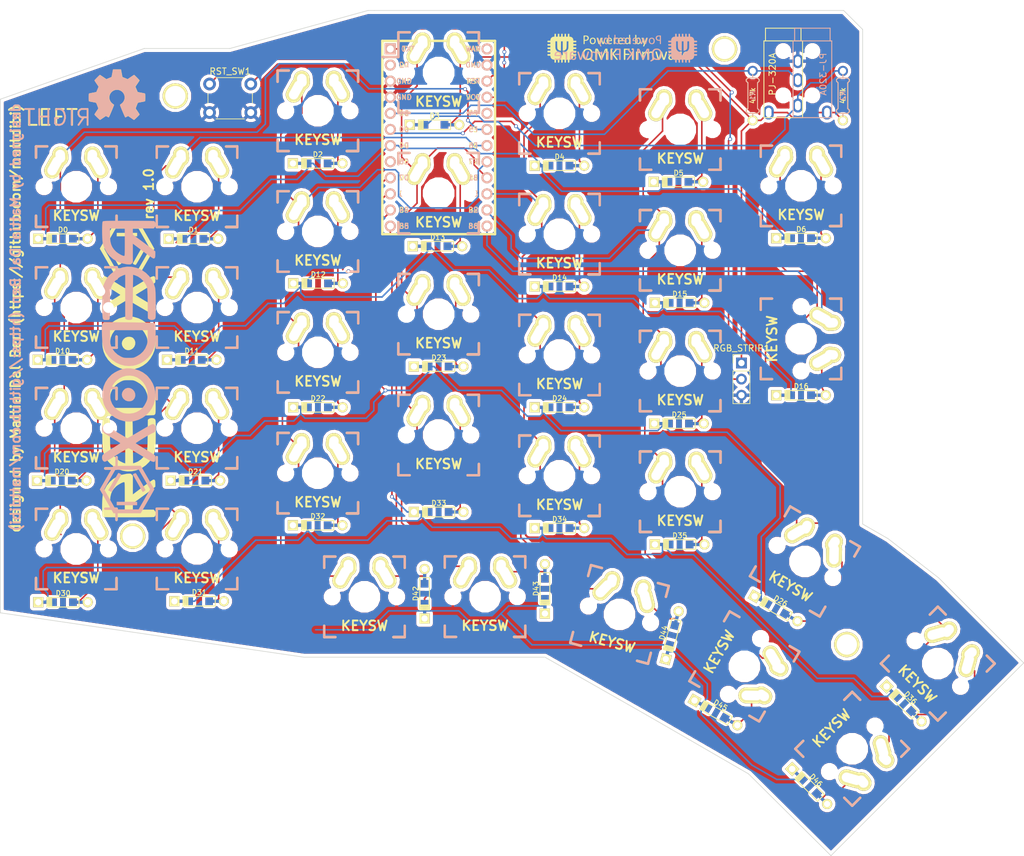
<source format=kicad_pcb>
(kicad_pcb (version 20171130) (host pcbnew "(5.0.2-5-10.14)")
  (title_block (title "Redox keyboard PCB") (date 2018-05-05) (rev 1.0) (comment 1 "designed by Mattia Dal Ben (aka u/TiaMaT102)") (comment 2 https://github.com/mattdibi/redox-keyboard))
  (layers (0 F.Cu signal) (31 B.Cu signal) (34 B.Paste user) (35 F.Paste user) (36 B.SilkS user) (37 F.SilkS user) (38 B.Mask user) (39 F.Mask user) (44 Edge.Cuts user))
  (net 0 "")
  (net 1 "Net-(D0-Pad2)")
  (net 2 row0)
  (net 3 "Net-(D1-Pad2)")
  (net 4 "Net-(D2-Pad2)")
  (net 5 "Net-(D3-Pad2)")
  (net 6 "Net-(D4-Pad2)")
  (net 7 "Net-(D5-Pad2)")
  (net 8 "Net-(D6-Pad2)")
  (net 9 "Net-(D10-Pad2)")
  (net 10 row1)
  (net 11 "Net-(D11-Pad2)")
  (net 12 "Net-(D12-Pad2)")
  (net 13 "Net-(D13-Pad2)")
  (net 14 "Net-(D14-Pad2)")
  (net 15 "Net-(D15-Pad2)")
  (net 16 "Net-(D16-Pad2)")
  (net 17 "Net-(D20-Pad2)")
  (net 18 row2)
  (net 19 "Net-(D21-Pad2)")
  (net 20 "Net-(D22-Pad2)")
  (net 21 "Net-(D23-Pad2)")
  (net 22 "Net-(D24-Pad2)")
  (net 23 "Net-(D25-Pad2)")
  (net 24 "Net-(D26-Pad2)")
  (net 25 "Net-(D30-Pad2)")
  (net 26 row3)
  (net 27 "Net-(D31-Pad2)")
  (net 28 "Net-(D32-Pad2)")
  (net 29 "Net-(D33-Pad2)")
  (net 30 "Net-(D34-Pad2)")
  (net 31 "Net-(D35-Pad2)")
  (net 32 "Net-(D36-Pad2)")
  (net 33 row4)
  (net 34 "Net-(D42-Pad2)")
  (net 35 "Net-(D43-Pad2)")
  (net 36 "Net-(D44-Pad2)")
  (net 37 "Net-(D45-Pad2)")
  (net 38 "Net-(D46-Pad2)")
  (net 39 col0)
  (net 40 col1)
  (net 41 col2)
  (net 42 col3)
  (net 43 col4)
  (net 44 col5)
  (net 45 col6)
  (net 46 VCC)
  (net 47 SDA)
  (net 48 SCL)
  (net 49 rgb_data)
  (net 50 GND)
  (net 51 RST)
  (net 52 "Net-(U1-Pad2)")
  (net 53 "Net-(U1-Pad8)")
  (net 54 "Net-(U1-Pad20)")
  (net 55 "Net-(U1-Pad24)")
  (module canadian_footprints:Mx_Alps_100-dualside (layer F.Cu) (at 151.13 55.8)
    (fp_text reference K3 hide)
    (fp_text value KEYSW (at 0 4.572) (layer F.SilkS) (effects (font (size 1.524 1.524) (thickness 0.3048))))
    (pad 1 thru_hole oval (at -2.52 -4.79 3.9) (size 2.5 3.08) (drill oval 1.5 2.08) (layers *.Cu *.Mask F.SilkS) (net 42 col3))
    (pad 2 thru_hole oval (at 3.405 -3.27 29.05) (size 2.5 4.17) (drill oval 1.5 3.17) (layers *.Cu *.Mask F.SilkS) (net 5 "Net-(D3-Pad2)"))
    (pad HOLE np_thru_hole circle (at 0 0) (size 3.9878 3.9878) (drill 3.9878) (layers *.Cu))
    (pad HOLE np_thru_hole circle (at -5.08 0) (size 1.7018 1.7018) (drill 1.7018) (layers *.Cu))
    (pad HOLE np_thru_hole circle (at 5.08 0) (size 1.7018 1.7018) (drill 1.7018) (layers *.Cu))
    (pad 1 thru_hole oval (at -3.405 -3.27 330.95) (size 2.5 4.17) (drill oval 1.5 3.17) (layers *.Cu *.Mask F.SilkS) (net 42 col3))
    (pad 2 thru_hole oval (at 2.52 -4.79 356.1) (size 2.5 3.08) (drill oval 1.5 2.08) (layers *.Cu *.Mask F.SilkS) (net 5 "Net-(D3-Pad2)"))
  )
  (module canadian_footprints:Mx_Alps_100-dualside (layer F.Cu) (at 132.075 61.825)
    (fp_text reference K2 hide)
    (fp_text value KEYSW (at 0 4.572) (layer F.SilkS) (effects (font (size 1.524 1.524) (thickness 0.3048))))
    (pad 1 thru_hole oval (at -2.52 -4.79 3.9) (size 2.5 3.08) (drill oval 1.5 2.08) (layers *.Cu *.Mask F.SilkS) (net 41 col2))
    (pad 2 thru_hole oval (at 3.405 -3.27 29.05) (size 2.5 4.17) (drill oval 1.5 3.17) (layers *.Cu *.Mask F.SilkS) (net 4 "Net-(D2-Pad2)"))
    (pad HOLE np_thru_hole circle (at 0 0) (size 3.9878 3.9878) (drill 3.9878) (layers *.Cu))
    (pad HOLE np_thru_hole circle (at -5.08 0) (size 1.7018 1.7018) (drill 1.7018) (layers *.Cu))
    (pad HOLE np_thru_hole circle (at 5.08 0) (size 1.7018 1.7018) (drill 1.7018) (layers *.Cu))
    (pad 1 thru_hole oval (at -3.405 -3.27 330.95) (size 2.5 4.17) (drill oval 1.5 3.17) (layers *.Cu *.Mask F.SilkS) (net 41 col2))
    (pad 2 thru_hole oval (at 2.52 -4.79 356.1) (size 2.5 3.08) (drill oval 1.5 2.08) (layers *.Cu *.Mask F.SilkS) (net 4 "Net-(D2-Pad2)"))
  )
  (module canadian_footprints:Mx_Alps_100-dualside (layer F.Cu) (at 189.23 64.775)
    (fp_text reference K5 hide)
    (fp_text value KEYSW (at 0 4.572) (layer F.SilkS) (effects (font (size 1.524 1.524) (thickness 0.3048))))
    (pad 1 thru_hole oval (at -2.52 -4.79 3.9) (size 2.5 3.08) (drill oval 1.5 2.08) (layers *.Cu *.Mask F.SilkS) (net 44 col5))
    (pad 2 thru_hole oval (at 3.405 -3.27 29.05) (size 2.5 4.17) (drill oval 1.5 3.17) (layers *.Cu *.Mask F.SilkS) (net 7 "Net-(D5-Pad2)"))
    (pad HOLE np_thru_hole circle (at 0 0) (size 3.9878 3.9878) (drill 3.9878) (layers *.Cu))
    (pad HOLE np_thru_hole circle (at -5.08 0) (size 1.7018 1.7018) (drill 1.7018) (layers *.Cu))
    (pad HOLE np_thru_hole circle (at 5.08 0) (size 1.7018 1.7018) (drill 1.7018) (layers *.Cu))
    (pad 1 thru_hole oval (at -3.405 -3.27 330.95) (size 2.5 4.17) (drill oval 1.5 3.17) (layers *.Cu *.Mask F.SilkS) (net 44 col5))
    (pad 2 thru_hole oval (at 2.52 -4.79 356.1) (size 2.5 3.08) (drill oval 1.5 2.08) (layers *.Cu *.Mask F.SilkS) (net 7 "Net-(D5-Pad2)"))
  )
  (module canadian_footprints:Mx_Alps_100-dualside (layer F.Cu) (at 151.125 93.9)
    (fp_text reference K23 hide)
    (fp_text value KEYSW (at 0 4.572) (layer F.SilkS) (effects (font (size 1.524 1.524) (thickness 0.3048))))
    (pad 1 thru_hole oval (at -2.52 -4.79 3.9) (size 2.5 3.08) (drill oval 1.5 2.08) (layers *.Cu *.Mask F.SilkS) (net 42 col3))
    (pad 2 thru_hole oval (at 3.405 -3.27 29.05) (size 2.5 4.17) (drill oval 1.5 3.17) (layers *.Cu *.Mask F.SilkS) (net 21 "Net-(D23-Pad2)"))
    (pad HOLE np_thru_hole circle (at 0 0) (size 3.9878 3.9878) (drill 3.9878) (layers *.Cu))
    (pad HOLE np_thru_hole circle (at -5.08 0) (size 1.7018 1.7018) (drill 1.7018) (layers *.Cu))
    (pad HOLE np_thru_hole circle (at 5.08 0) (size 1.7018 1.7018) (drill 1.7018) (layers *.Cu))
    (pad 1 thru_hole oval (at -3.405 -3.27 330.95) (size 2.5 4.17) (drill oval 1.5 3.17) (layers *.Cu *.Mask F.SilkS) (net 42 col3))
    (pad 2 thru_hole oval (at 2.52 -4.79 356.1) (size 2.5 3.08) (drill oval 1.5 2.08) (layers *.Cu *.Mask F.SilkS) (net 21 "Net-(D23-Pad2)"))
  )
  (module canadian_footprints:Mx_Alps_100-dualside (layer F.Cu) (at 113.03 92.85)
    (fp_text reference K11 hide)
    (fp_text value KEYSW (at 0 4.572) (layer F.SilkS) (effects (font (size 1.524 1.524) (thickness 0.3048))))
    (pad 1 thru_hole oval (at -2.52 -4.79 3.9) (size 2.5 3.08) (drill oval 1.5 2.08) (layers *.Cu *.Mask F.SilkS) (net 40 col1))
    (pad 2 thru_hole oval (at 3.405 -3.27 29.05) (size 2.5 4.17) (drill oval 1.5 3.17) (layers *.Cu *.Mask F.SilkS) (net 11 "Net-(D11-Pad2)"))
    (pad HOLE np_thru_hole circle (at 0 0) (size 3.9878 3.9878) (drill 3.9878) (layers *.Cu))
    (pad HOLE np_thru_hole circle (at -5.08 0) (size 1.7018 1.7018) (drill 1.7018) (layers *.Cu))
    (pad HOLE np_thru_hole circle (at 5.08 0) (size 1.7018 1.7018) (drill 1.7018) (layers *.Cu))
    (pad 1 thru_hole oval (at -3.405 -3.27 330.95) (size 2.5 4.17) (drill oval 1.5 3.17) (layers *.Cu *.Mask F.SilkS) (net 40 col1))
    (pad 2 thru_hole oval (at 2.52 -4.79 356.1) (size 2.5 3.08) (drill oval 1.5 2.08) (layers *.Cu *.Mask F.SilkS) (net 11 "Net-(D11-Pad2)"))
  )
  (module myparts:Mx_Alps_125-dualside (layer F.Cu) (at 93.98 73.79)
    (fp_text reference K0 hide)
    (fp_text value KEYSW (at 0 4.572) (layer F.SilkS) (effects (font (size 1.524 1.524) (thickness 0.3048))))
    (pad 1 thru_hole oval (at -2.52 -4.79 3.9) (size 2.5 3.08) (drill oval 1.5 2.08) (layers *.Cu *.Mask F.SilkS) (net 39 col0))
    (pad 2 thru_hole oval (at 3.405 -3.27 29.05) (size 2.5 4.17) (drill oval 1.5 3.17) (layers *.Cu *.Mask F.SilkS) (net 1 "Net-(D0-Pad2)"))
    (pad HOLE np_thru_hole circle (at 0 0) (size 3.9878 3.9878) (drill 3.9878) (layers *.Cu))
    (pad HOLE np_thru_hole circle (at -5.08 0) (size 1.7018 1.7018) (drill 1.7018) (layers *.Cu))
    (pad HOLE np_thru_hole circle (at 5.08 0) (size 1.7018 1.7018) (drill 1.7018) (layers *.Cu))
    (pad 1 thru_hole oval (at -3.405 -3.27 330.95) (size 2.5 4.17) (drill oval 1.5 3.17) (layers *.Cu *.Mask F.SilkS) (net 39 col0))
    (pad 2 thru_hole oval (at 2.52 -4.79 356.1) (size 2.5 3.08) (drill oval 1.5 2.08) (layers *.Cu *.Mask F.SilkS) (net 1 "Net-(D0-Pad2)"))
  )
  (module Keebio-Parts:Diode-dual (layer F.Cu) (at 224.530812 155.370812 135)
    (fp_text reference D36 (at -0.0254 1.4 135) (layer F.SilkS) (effects (font (size 0.8 0.8))))
    (fp_text value D hide)
    (pad 1 smd rect (at 2.7 0 135) (size 2.5 0.5) (layers F.Cu) (net 26 row3))
    (pad 2 smd rect (at -2.7 0 135) (size 2.5 0.5) (layers F.Cu) (net 32 "Net-(D36-Pad2)"))
    (pad 1 thru_hole rect (at 3.899999 0 135) (size 1.6 1.6) (drill 1) (layers *.Cu *.Mask F.SilkS) (net 26 row3))
    (pad 2 thru_hole circle (at -3.899999 0 135) (size 1.6 1.6) (drill 1) (layers *.Cu *.Mask F.SilkS) (net 32 "Net-(D36-Pad2)"))
    (pad 2 smd rect (at -1.575 0 135) (size 1.2 1.2) (layers F.Cu F.Paste F.Mask) (net 32 "Net-(D36-Pad2)"))
    (pad 1 smd rect (at 1.575 0 135) (size 1.2 1.2) (layers F.Cu F.Paste F.Mask) (net 26 row3))
    (pad 1 smd rect (at 2.7 0 135) (size 2.5 0.5) (layers B.Cu) (net 26 row3))
    (pad 1 smd rect (at 1.575 0 135) (size 1.2 1.2) (layers B.Cu B.Paste B.Mask) (net 26 row3))
    (pad 2 smd rect (at -1.575 0 135) (size 1.2 1.2) (layers B.Cu B.Paste B.Mask) (net 32 "Net-(D36-Pad2)"))
    (pad 2 smd rect (at -2.7 0 135) (size 2.5 0.5) (layers B.Cu) (net 32 "Net-(D36-Pad2)"))
  )
  (module canadian_footprints:Mx_Alps_100-dualside (layer F.Cu) (at 132.09 99.92)
    (fp_text reference K22 hide)
    (fp_text value KEYSW (at 0 4.572) (layer F.SilkS) (effects (font (size 1.524 1.524) (thickness 0.3048))))
    (pad 1 thru_hole oval (at -2.52 -4.79 3.9) (size 2.5 3.08) (drill oval 1.5 2.08) (layers *.Cu *.Mask F.SilkS) (net 41 col2))
    (pad 2 thru_hole oval (at 3.405 -3.27 29.05) (size 2.5 4.17) (drill oval 1.5 3.17) (layers *.Cu *.Mask F.SilkS) (net 20 "Net-(D22-Pad2)"))
    (pad HOLE np_thru_hole circle (at 0 0) (size 3.9878 3.9878) (drill 3.9878) (layers *.Cu))
    (pad HOLE np_thru_hole circle (at -5.08 0) (size 1.7018 1.7018) (drill 1.7018) (layers *.Cu))
    (pad HOLE np_thru_hole circle (at 5.08 0) (size 1.7018 1.7018) (drill 1.7018) (layers *.Cu))
    (pad 1 thru_hole oval (at -3.405 -3.27 330.95) (size 2.5 4.17) (drill oval 1.5 3.17) (layers *.Cu *.Mask F.SilkS) (net 41 col2))
    (pad 2 thru_hole oval (at 2.52 -4.79 356.1) (size 2.5 3.08) (drill oval 1.5 2.08) (layers *.Cu *.Mask F.SilkS) (net 20 "Net-(D22-Pad2)"))
  )
  (module canadian_footprints:Mx_Alps_100-dualside (layer F.Cu) (at 229.85 149 315)
    (fp_text reference K36 hide)
    (fp_text value KEYSW (at 0 4.572 315) (layer F.SilkS) (effects (font (size 1.524 1.524) (thickness 0.3048))))
    (pad 2 thru_hole oval (at 2.520001 -4.79 311.1) (size 2.5 3.08) (drill oval 1.5 2.08) (layers *.Cu *.Mask F.SilkS) (net 32 "Net-(D36-Pad2)"))
    (pad 1 thru_hole oval (at -3.405 -3.27 285.95) (size 2.5 4.17) (drill oval 1.5 3.17) (layers *.Cu *.Mask F.SilkS) (net 45 col6))
    (pad HOLE np_thru_hole circle (at 5.079999 0 315) (size 1.7018 1.7018) (drill 1.7018) (layers *.Cu))
    (pad HOLE np_thru_hole circle (at -5.079999 0 315) (size 1.7018 1.7018) (drill 1.7018) (layers *.Cu))
    (pad HOLE np_thru_hole circle (at 0 0 315) (size 3.9878 3.9878) (drill 3.9878) (layers *.Cu))
    (pad 2 thru_hole oval (at 3.405 -3.27 344.05) (size 2.5 4.17) (drill oval 1.5 3.17) (layers *.Cu *.Mask F.SilkS) (net 32 "Net-(D36-Pad2)"))
    (pad 1 thru_hole oval (at -2.520001 -4.79 318.9) (size 2.5 3.08) (drill oval 1.5 2.08) (layers *.Cu *.Mask F.SilkS) (net 45 col6))
  )
  (module Keebio-Parts:Diode-dual (layer F.Cu) (at 209.636307 168.386307 135)
    (fp_text reference D46 (at -0.0254 1.4 135) (layer F.SilkS) (effects (font (size 0.8 0.8))))
    (fp_text value D hide)
    (pad 1 smd rect (at 2.7 0 135) (size 2.5 0.5) (layers F.Cu) (net 33 row4))
    (pad 2 smd rect (at -2.7 0 135) (size 2.5 0.5) (layers F.Cu) (net 38 "Net-(D46-Pad2)"))
    (pad 1 thru_hole rect (at 3.899999 0 135) (size 1.6 1.6) (drill 1) (layers *.Cu *.Mask F.SilkS) (net 33 row4))
    (pad 2 thru_hole circle (at -3.899999 0 135) (size 1.6 1.6) (drill 1) (layers *.Cu *.Mask F.SilkS) (net 38 "Net-(D46-Pad2)"))
    (pad 2 smd rect (at -1.575 0 135) (size 1.2 1.2) (layers F.Cu F.Paste F.Mask) (net 38 "Net-(D46-Pad2)"))
    (pad 1 smd rect (at 1.575 0 135) (size 1.2 1.2) (layers F.Cu F.Paste F.Mask) (net 33 row4))
    (pad 1 smd rect (at 2.7 0 135) (size 2.5 0.5) (layers B.Cu) (net 33 row4))
    (pad 1 smd rect (at 1.575 0 135) (size 1.2 1.2) (layers B.Cu B.Paste B.Mask) (net 33 row4))
    (pad 2 smd rect (at -1.575 0 135) (size 1.2 1.2) (layers B.Cu B.Paste B.Mask) (net 38 "Net-(D46-Pad2)"))
    (pad 2 smd rect (at -2.7 0 135) (size 2.5 0.5) (layers B.Cu) (net 38 "Net-(D46-Pad2)"))
  )
  (module myparts:redox-logo (layer F.Cu) (at 102.235 102.87 90)
    (fp_text reference G*** hide)
    (fp_text value LOGO hide)
  )
  (module Keebio-Parts:Diode-dual (layer F.Cu) (at 91.86 82 180)
    (fp_text reference D0 (at -0.0254 1.4 180) (layer F.SilkS) (effects (font (size 0.8 0.8))))
    (fp_text value D hide)
    (pad 2 smd rect (at -2.7 0 180) (size 2.5 0.5) (layers B.Cu) (net 1 "Net-(D0-Pad2)"))
    (pad 2 smd rect (at -1.575 0 180) (size 1.2 1.2) (layers B.Cu B.Paste B.Mask) (net 1 "Net-(D0-Pad2)"))
    (pad 1 smd rect (at 1.575 0 180) (size 1.2 1.2) (layers B.Cu B.Paste B.Mask) (net 2 row0))
    (pad 1 smd rect (at 2.7 0 180) (size 2.5 0.5) (layers B.Cu) (net 2 row0))
    (pad 1 smd rect (at 1.575 0 180) (size 1.2 1.2) (layers F.Cu F.Paste F.Mask) (net 2 row0))
    (pad 2 smd rect (at -1.575 0 180) (size 1.2 1.2) (layers F.Cu F.Paste F.Mask) (net 1 "Net-(D0-Pad2)"))
    (pad 2 thru_hole circle (at -3.9 0 180) (size 1.6 1.6) (drill 1) (layers *.Cu *.Mask F.SilkS) (net 1 "Net-(D0-Pad2)"))
    (pad 1 thru_hole rect (at 3.9 0 180) (size 1.6 1.6) (drill 1) (layers *.Cu *.Mask F.SilkS) (net 2 row0))
    (pad 2 smd rect (at -2.7 0 180) (size 2.5 0.5) (layers F.Cu) (net 1 "Net-(D0-Pad2)"))
    (pad 1 smd rect (at 2.7 0 180) (size 2.5 0.5) (layers F.Cu) (net 2 row0))
  )
  (module Keebio-Parts:Diode-dual (layer F.Cu) (at 112.45 82.02 180)
    (fp_text reference D1 (at -0.0254 1.4 180) (layer F.SilkS) (effects (font (size 0.8 0.8))))
    (fp_text value D hide)
    (pad 2 smd rect (at -2.7 0 180) (size 2.5 0.5) (layers B.Cu) (net 3 "Net-(D1-Pad2)"))
    (pad 2 smd rect (at -1.575 0 180) (size 1.2 1.2) (layers B.Cu B.Paste B.Mask) (net 3 "Net-(D1-Pad2)"))
    (pad 1 smd rect (at 1.575 0 180) (size 1.2 1.2) (layers B.Cu B.Paste B.Mask) (net 2 row0))
    (pad 1 smd rect (at 2.7 0 180) (size 2.5 0.5) (layers B.Cu) (net 2 row0))
    (pad 1 smd rect (at 1.575 0 180) (size 1.2 1.2) (layers F.Cu F.Paste F.Mask) (net 2 row0))
    (pad 2 smd rect (at -1.575 0 180) (size 1.2 1.2) (layers F.Cu F.Paste F.Mask) (net 3 "Net-(D1-Pad2)"))
    (pad 2 thru_hole circle (at -3.9 0 180) (size 1.6 1.6) (drill 1) (layers *.Cu *.Mask F.SilkS) (net 3 "Net-(D1-Pad2)"))
    (pad 1 thru_hole rect (at 3.9 0 180) (size 1.6 1.6) (drill 1) (layers *.Cu *.Mask F.SilkS) (net 2 row0))
    (pad 2 smd rect (at -2.7 0 180) (size 2.5 0.5) (layers F.Cu) (net 3 "Net-(D1-Pad2)"))
    (pad 1 smd rect (at 2.7 0 180) (size 2.5 0.5) (layers F.Cu) (net 2 row0))
  )
  (module Keebio-Parts:Diode-dual (layer F.Cu) (at 132.05 70.12 180)
    (fp_text reference D2 (at -0.0254 1.4 180) (layer F.SilkS) (effects (font (size 0.8 0.8))))
    (fp_text value D hide)
    (pad 2 smd rect (at -2.7 0 180) (size 2.5 0.5) (layers B.Cu) (net 4 "Net-(D2-Pad2)"))
    (pad 2 smd rect (at -1.575 0 180) (size 1.2 1.2) (layers B.Cu B.Paste B.Mask) (net 4 "Net-(D2-Pad2)"))
    (pad 1 smd rect (at 1.575 0 180) (size 1.2 1.2) (layers B.Cu B.Paste B.Mask) (net 2 row0))
    (pad 1 smd rect (at 2.7 0 180) (size 2.5 0.5) (layers B.Cu) (net 2 row0))
    (pad 1 smd rect (at 1.575 0 180) (size 1.2 1.2) (layers F.Cu F.Paste F.Mask) (net 2 row0))
    (pad 2 smd rect (at -1.575 0 180) (size 1.2 1.2) (layers F.Cu F.Paste F.Mask) (net 4 "Net-(D2-Pad2)"))
    (pad 2 thru_hole circle (at -3.9 0 180) (size 1.6 1.6) (drill 1) (layers *.Cu *.Mask F.SilkS) (net 4 "Net-(D2-Pad2)"))
    (pad 1 thru_hole rect (at 3.9 0 180) (size 1.6 1.6) (drill 1) (layers *.Cu *.Mask F.SilkS) (net 2 row0))
    (pad 2 smd rect (at -2.7 0 180) (size 2.5 0.5) (layers F.Cu) (net 4 "Net-(D2-Pad2)"))
    (pad 1 smd rect (at 2.7 0 180) (size 2.5 0.5) (layers F.Cu) (net 2 row0))
  )
  (module Keebio-Parts:Diode-dual (layer F.Cu) (at 150.47 64.03 180)
    (fp_text reference D3 (at -0.0254 1.4 180) (layer F.SilkS) (effects (font (size 0.8 0.8))))
    (fp_text value D hide)
    (pad 2 smd rect (at -2.7 0 180) (size 2.5 0.5) (layers B.Cu) (net 5 "Net-(D3-Pad2)"))
    (pad 2 smd rect (at -1.575 0 180) (size 1.2 1.2) (layers B.Cu B.Paste B.Mask) (net 5 "Net-(D3-Pad2)"))
    (pad 1 smd rect (at 1.575 0 180) (size 1.2 1.2) (layers B.Cu B.Paste B.Mask) (net 2 row0))
    (pad 1 smd rect (at 2.7 0 180) (size 2.5 0.5) (layers B.Cu) (net 2 row0))
    (pad 1 smd rect (at 1.575 0 180) (size 1.2 1.2) (layers F.Cu F.Paste F.Mask) (net 2 row0))
    (pad 2 smd rect (at -1.575 0 180) (size 1.2 1.2) (layers F.Cu F.Paste F.Mask) (net 5 "Net-(D3-Pad2)"))
    (pad 2 thru_hole circle (at -3.9 0 180) (size 1.6 1.6) (drill 1) (layers *.Cu *.Mask F.SilkS) (net 5 "Net-(D3-Pad2)"))
    (pad 1 thru_hole rect (at 3.9 0 180) (size 1.6 1.6) (drill 1) (layers *.Cu *.Mask F.SilkS) (net 2 row0))
    (pad 2 smd rect (at -2.7 0 180) (size 2.5 0.5) (layers F.Cu) (net 5 "Net-(D3-Pad2)"))
    (pad 1 smd rect (at 2.7 0 180) (size 2.5 0.5) (layers F.Cu) (net 2 row0))
  )
  (module Keebio-Parts:Diode-dual (layer F.Cu) (at 170.18 70.485 180)
    (fp_text reference D4 (at -0.0254 1.4 180) (layer F.SilkS) (effects (font (size 0.8 0.8))))
    (fp_text value D hide)
    (pad 2 smd rect (at -2.7 0 180) (size 2.5 0.5) (layers B.Cu) (net 6 "Net-(D4-Pad2)"))
    (pad 2 smd rect (at -1.575 0 180) (size 1.2 1.2) (layers B.Cu B.Paste B.Mask) (net 6 "Net-(D4-Pad2)"))
    (pad 1 smd rect (at 1.575 0 180) (size 1.2 1.2) (layers B.Cu B.Paste B.Mask) (net 2 row0))
    (pad 1 smd rect (at 2.7 0 180) (size 2.5 0.5) (layers B.Cu) (net 2 row0))
    (pad 1 smd rect (at 1.575 0 180) (size 1.2 1.2) (layers F.Cu F.Paste F.Mask) (net 2 row0))
    (pad 2 smd rect (at -1.575 0 180) (size 1.2 1.2) (layers F.Cu F.Paste F.Mask) (net 6 "Net-(D4-Pad2)"))
    (pad 2 thru_hole circle (at -3.9 0 180) (size 1.6 1.6) (drill 1) (layers *.Cu *.Mask F.SilkS) (net 6 "Net-(D4-Pad2)"))
    (pad 1 thru_hole rect (at 3.9 0 180) (size 1.6 1.6) (drill 1) (layers *.Cu *.Mask F.SilkS) (net 2 row0))
    (pad 2 smd rect (at -2.7 0 180) (size 2.5 0.5) (layers F.Cu) (net 6 "Net-(D4-Pad2)"))
    (pad 1 smd rect (at 2.7 0 180) (size 2.5 0.5) (layers F.Cu) (net 2 row0))
  )
  (module Keebio-Parts:Diode-dual (layer F.Cu) (at 188.94 73.03 180)
    (fp_text reference D5 (at -0.0254 1.4 180) (layer F.SilkS) (effects (font (size 0.8 0.8))))
    (fp_text value D hide)
    (pad 2 smd rect (at -2.7 0 180) (size 2.5 0.5) (layers B.Cu) (net 7 "Net-(D5-Pad2)"))
    (pad 2 smd rect (at -1.575 0 180) (size 1.2 1.2) (layers B.Cu B.Paste B.Mask) (net 7 "Net-(D5-Pad2)"))
    (pad 1 smd rect (at 1.575 0 180) (size 1.2 1.2) (layers B.Cu B.Paste B.Mask) (net 2 row0))
    (pad 1 smd rect (at 2.7 0 180) (size 2.5 0.5) (layers B.Cu) (net 2 row0))
    (pad 1 smd rect (at 1.575 0 180) (size 1.2 1.2) (layers F.Cu F.Paste F.Mask) (net 2 row0))
    (pad 2 smd rect (at -1.575 0 180) (size 1.2 1.2) (layers F.Cu F.Paste F.Mask) (net 7 "Net-(D5-Pad2)"))
    (pad 2 thru_hole circle (at -3.9 0 180) (size 1.6 1.6) (drill 1) (layers *.Cu *.Mask F.SilkS) (net 7 "Net-(D5-Pad2)"))
    (pad 1 thru_hole rect (at 3.9 0 180) (size 1.6 1.6) (drill 1) (layers *.Cu *.Mask F.SilkS) (net 2 row0))
    (pad 2 smd rect (at -2.7 0 180) (size 2.5 0.5) (layers F.Cu) (net 7 "Net-(D5-Pad2)"))
    (pad 1 smd rect (at 2.7 0 180) (size 2.5 0.5) (layers F.Cu) (net 2 row0))
  )
  (module Keebio-Parts:Diode-dual (layer F.Cu) (at 208.28 81.915 180)
    (fp_text reference D6 (at -0.0254 1.4 180) (layer F.SilkS) (effects (font (size 0.8 0.8))))
    (fp_text value D hide)
    (pad 2 smd rect (at -2.7 0 180) (size 2.5 0.5) (layers B.Cu) (net 8 "Net-(D6-Pad2)"))
    (pad 2 smd rect (at -1.575 0 180) (size 1.2 1.2) (layers B.Cu B.Paste B.Mask) (net 8 "Net-(D6-Pad2)"))
    (pad 1 smd rect (at 1.575 0 180) (size 1.2 1.2) (layers B.Cu B.Paste B.Mask) (net 2 row0))
    (pad 1 smd rect (at 2.7 0 180) (size 2.5 0.5) (layers B.Cu) (net 2 row0))
    (pad 1 smd rect (at 1.575 0 180) (size 1.2 1.2) (layers F.Cu F.Paste F.Mask) (net 2 row0))
    (pad 2 smd rect (at -1.575 0 180) (size 1.2 1.2) (layers F.Cu F.Paste F.Mask) (net 8 "Net-(D6-Pad2)"))
    (pad 2 thru_hole circle (at -3.9 0 180) (size 1.6 1.6) (drill 1) (layers *.Cu *.Mask F.SilkS) (net 8 "Net-(D6-Pad2)"))
    (pad 1 thru_hole rect (at 3.9 0 180) (size 1.6 1.6) (drill 1) (layers *.Cu *.Mask F.SilkS) (net 2 row0))
    (pad 2 smd rect (at -2.7 0 180) (size 2.5 0.5) (layers F.Cu) (net 8 "Net-(D6-Pad2)"))
    (pad 1 smd rect (at 2.7 0 180) (size 2.5 0.5) (layers F.Cu) (net 2 row0))
  )
  (module Keebio-Parts:Diode-dual (layer F.Cu) (at 91.79 101.11 180)
    (fp_text reference D10 (at -0.0254 1.4 180) (layer F.SilkS) (effects (font (size 0.8 0.8))))
    (fp_text value D hide)
    (pad 2 smd rect (at -2.7 0 180) (size 2.5 0.5) (layers B.Cu) (net 9 "Net-(D10-Pad2)"))
    (pad 2 smd rect (at -1.575 0 180) (size 1.2 1.2) (layers B.Cu B.Paste B.Mask) (net 9 "Net-(D10-Pad2)"))
    (pad 1 smd rect (at 1.575 0 180) (size 1.2 1.2) (layers B.Cu B.Paste B.Mask) (net 10 row1))
    (pad 1 smd rect (at 2.7 0 180) (size 2.5 0.5) (layers B.Cu) (net 10 row1))
    (pad 1 smd rect (at 1.575 0 180) (size 1.2 1.2) (layers F.Cu F.Paste F.Mask) (net 10 row1))
    (pad 2 smd rect (at -1.575 0 180) (size 1.2 1.2) (layers F.Cu F.Paste F.Mask) (net 9 "Net-(D10-Pad2)"))
    (pad 2 thru_hole circle (at -3.9 0 180) (size 1.6 1.6) (drill 1) (layers *.Cu *.Mask F.SilkS) (net 9 "Net-(D10-Pad2)"))
    (pad 1 thru_hole rect (at 3.9 0 180) (size 1.6 1.6) (drill 1) (layers *.Cu *.Mask F.SilkS) (net 10 row1))
    (pad 2 smd rect (at -2.7 0 180) (size 2.5 0.5) (layers F.Cu) (net 9 "Net-(D10-Pad2)"))
    (pad 1 smd rect (at 2.7 0 180) (size 2.5 0.5) (layers F.Cu) (net 10 row1))
  )
  (module Keebio-Parts:Diode-dual (layer F.Cu) (at 112.19 101.1 180)
    (fp_text reference D11 (at -0.0254 1.4 180) (layer F.SilkS) (effects (font (size 0.8 0.8))))
    (fp_text value D hide)
    (pad 2 smd rect (at -2.7 0 180) (size 2.5 0.5) (layers B.Cu) (net 11 "Net-(D11-Pad2)"))
    (pad 2 smd rect (at -1.575 0 180) (size 1.2 1.2) (layers B.Cu B.Paste B.Mask) (net 11 "Net-(D11-Pad2)"))
    (pad 1 smd rect (at 1.575 0 180) (size 1.2 1.2) (layers B.Cu B.Paste B.Mask) (net 10 row1))
    (pad 1 smd rect (at 2.7 0 180) (size 2.5 0.5) (layers B.Cu) (net 10 row1))
    (pad 1 smd rect (at 1.575 0 180) (size 1.2 1.2) (layers F.Cu F.Paste F.Mask) (net 10 row1))
    (pad 2 smd rect (at -1.575 0 180) (size 1.2 1.2) (layers F.Cu F.Paste F.Mask) (net 11 "Net-(D11-Pad2)"))
    (pad 2 thru_hole circle (at -3.9 0 180) (size 1.6 1.6) (drill 1) (layers *.Cu *.Mask F.SilkS) (net 11 "Net-(D11-Pad2)"))
    (pad 1 thru_hole rect (at 3.9 0 180) (size 1.6 1.6) (drill 1) (layers *.Cu *.Mask F.SilkS) (net 10 row1))
    (pad 2 smd rect (at -2.7 0 180) (size 2.5 0.5) (layers F.Cu) (net 11 "Net-(D11-Pad2)"))
    (pad 1 smd rect (at 2.7 0 180) (size 2.5 0.5) (layers F.Cu) (net 10 row1))
  )
  (module Keebio-Parts:Diode-dual (layer F.Cu) (at 132.11 89.04 180)
    (fp_text reference D12 (at -0.0254 1.4 180) (layer F.SilkS) (effects (font (size 0.8 0.8))))
    (fp_text value D hide)
    (pad 2 smd rect (at -2.7 0 180) (size 2.5 0.5) (layers B.Cu) (net 12 "Net-(D12-Pad2)"))
    (pad 2 smd rect (at -1.575 0 180) (size 1.2 1.2) (layers B.Cu B.Paste B.Mask) (net 12 "Net-(D12-Pad2)"))
    (pad 1 smd rect (at 1.575 0 180) (size 1.2 1.2) (layers B.Cu B.Paste B.Mask) (net 10 row1))
    (pad 1 smd rect (at 2.7 0 180) (size 2.5 0.5) (layers B.Cu) (net 10 row1))
    (pad 1 smd rect (at 1.575 0 180) (size 1.2 1.2) (layers F.Cu F.Paste F.Mask) (net 10 row1))
    (pad 2 smd rect (at -1.575 0 180) (size 1.2 1.2) (layers F.Cu F.Paste F.Mask) (net 12 "Net-(D12-Pad2)"))
    (pad 2 thru_hole circle (at -3.9 0 180) (size 1.6 1.6) (drill 1) (layers *.Cu *.Mask F.SilkS) (net 12 "Net-(D12-Pad2)"))
    (pad 1 thru_hole rect (at 3.9 0 180) (size 1.6 1.6) (drill 1) (layers *.Cu *.Mask F.SilkS) (net 10 row1))
    (pad 2 smd rect (at -2.7 0 180) (size 2.5 0.5) (layers F.Cu) (net 12 "Net-(D12-Pad2)"))
    (pad 1 smd rect (at 2.7 0 180) (size 2.5 0.5) (layers F.Cu) (net 10 row1))
  )
  (module Keebio-Parts:Diode-dual (layer F.Cu) (at 150.94 83.18 180)
    (fp_text reference D13 (at -0.0254 1.4 180) (layer F.SilkS) (effects (font (size 0.8 0.8))))
    (fp_text value D hide)
    (pad 2 smd rect (at -2.7 0 180) (size 2.5 0.5) (layers B.Cu) (net 13 "Net-(D13-Pad2)"))
    (pad 2 smd rect (at -1.575 0 180) (size 1.2 1.2) (layers B.Cu B.Paste B.Mask) (net 13 "Net-(D13-Pad2)"))
    (pad 1 smd rect (at 1.575 0 180) (size 1.2 1.2) (layers B.Cu B.Paste B.Mask) (net 10 row1))
    (pad 1 smd rect (at 2.7 0 180) (size 2.5 0.5) (layers B.Cu) (net 10 row1))
    (pad 1 smd rect (at 1.575 0 180) (size 1.2 1.2) (layers F.Cu F.Paste F.Mask) (net 10 row1))
    (pad 2 smd rect (at -1.575 0 180) (size 1.2 1.2) (layers F.Cu F.Paste F.Mask) (net 13 "Net-(D13-Pad2)"))
    (pad 2 thru_hole circle (at -3.9 0 180) (size 1.6 1.6) (drill 1) (layers *.Cu *.Mask F.SilkS) (net 13 "Net-(D13-Pad2)"))
    (pad 1 thru_hole rect (at 3.9 0 180) (size 1.6 1.6) (drill 1) (layers *.Cu *.Mask F.SilkS) (net 10 row1))
    (pad 2 smd rect (at -2.7 0 180) (size 2.5 0.5) (layers F.Cu) (net 13 "Net-(D13-Pad2)"))
    (pad 1 smd rect (at 2.7 0 180) (size 2.5 0.5) (layers F.Cu) (net 10 row1))
  )
  (module Keebio-Parts:Diode-dual (layer F.Cu) (at 170.18 89.535 180)
    (fp_text reference D14 (at -0.0254 1.4 180) (layer F.SilkS) (effects (font (size 0.8 0.8))))
    (fp_text value D hide)
    (pad 2 smd rect (at -2.7 0 180) (size 2.5 0.5) (layers B.Cu) (net 14 "Net-(D14-Pad2)"))
    (pad 2 smd rect (at -1.575 0 180) (size 1.2 1.2) (layers B.Cu B.Paste B.Mask) (net 14 "Net-(D14-Pad2)"))
    (pad 1 smd rect (at 1.575 0 180) (size 1.2 1.2) (layers B.Cu B.Paste B.Mask) (net 10 row1))
    (pad 1 smd rect (at 2.7 0 180) (size 2.5 0.5) (layers B.Cu) (net 10 row1))
    (pad 1 smd rect (at 1.575 0 180) (size 1.2 1.2) (layers F.Cu F.Paste F.Mask) (net 10 row1))
    (pad 2 smd rect (at -1.575 0 180) (size 1.2 1.2) (layers F.Cu F.Paste F.Mask) (net 14 "Net-(D14-Pad2)"))
    (pad 2 thru_hole circle (at -3.9 0 180) (size 1.6 1.6) (drill 1) (layers *.Cu *.Mask F.SilkS) (net 14 "Net-(D14-Pad2)"))
    (pad 1 thru_hole rect (at 3.9 0 180) (size 1.6 1.6) (drill 1) (layers *.Cu *.Mask F.SilkS) (net 10 row1))
    (pad 2 smd rect (at -2.7 0 180) (size 2.5 0.5) (layers F.Cu) (net 14 "Net-(D14-Pad2)"))
    (pad 1 smd rect (at 2.7 0 180) (size 2.5 0.5) (layers F.Cu) (net 10 row1))
  )
  (module Keebio-Parts:Diode-dual (layer F.Cu) (at 189.14 92.11 180)
    (fp_text reference D15 (at -0.0254 1.4 180) (layer F.SilkS) (effects (font (size 0.8 0.8))))
    (fp_text value D hide)
    (pad 2 smd rect (at -2.7 0 180) (size 2.5 0.5) (layers B.Cu) (net 15 "Net-(D15-Pad2)"))
    (pad 2 smd rect (at -1.575 0 180) (size 1.2 1.2) (layers B.Cu B.Paste B.Mask) (net 15 "Net-(D15-Pad2)"))
    (pad 1 smd rect (at 1.575 0 180) (size 1.2 1.2) (layers B.Cu B.Paste B.Mask) (net 10 row1))
    (pad 1 smd rect (at 2.7 0 180) (size 2.5 0.5) (layers B.Cu) (net 10 row1))
    (pad 1 smd rect (at 1.575 0 180) (size 1.2 1.2) (layers F.Cu F.Paste F.Mask) (net 10 row1))
    (pad 2 smd rect (at -1.575 0 180) (size 1.2 1.2) (layers F.Cu F.Paste F.Mask) (net 15 "Net-(D15-Pad2)"))
    (pad 2 thru_hole circle (at -3.9 0 180) (size 1.6 1.6) (drill 1) (layers *.Cu *.Mask F.SilkS) (net 15 "Net-(D15-Pad2)"))
    (pad 1 thru_hole rect (at 3.9 0 180) (size 1.6 1.6) (drill 1) (layers *.Cu *.Mask F.SilkS) (net 10 row1))
    (pad 2 smd rect (at -2.7 0 180) (size 2.5 0.5) (layers F.Cu) (net 15 "Net-(D15-Pad2)"))
    (pad 1 smd rect (at 2.7 0 180) (size 2.5 0.5) (layers F.Cu) (net 10 row1))
  )
  (module Keebio-Parts:Diode-dual (layer F.Cu) (at 208.28 106.68 180)
    (fp_text reference D16 (at -0.0254 1.4 180) (layer F.SilkS) (effects (font (size 0.8 0.8))))
    (fp_text value D hide)
    (pad 2 smd rect (at -2.7 0 180) (size 2.5 0.5) (layers B.Cu) (net 16 "Net-(D16-Pad2)"))
    (pad 2 smd rect (at -1.575 0 180) (size 1.2 1.2) (layers B.Cu B.Paste B.Mask) (net 16 "Net-(D16-Pad2)"))
    (pad 1 smd rect (at 1.575 0 180) (size 1.2 1.2) (layers B.Cu B.Paste B.Mask) (net 10 row1))
    (pad 1 smd rect (at 2.7 0 180) (size 2.5 0.5) (layers B.Cu) (net 10 row1))
    (pad 1 smd rect (at 1.575 0 180) (size 1.2 1.2) (layers F.Cu F.Paste F.Mask) (net 10 row1))
    (pad 2 smd rect (at -1.575 0 180) (size 1.2 1.2) (layers F.Cu F.Paste F.Mask) (net 16 "Net-(D16-Pad2)"))
    (pad 2 thru_hole circle (at -3.9 0 180) (size 1.6 1.6) (drill 1) (layers *.Cu *.Mask F.SilkS) (net 16 "Net-(D16-Pad2)"))
    (pad 1 thru_hole rect (at 3.9 0 180) (size 1.6 1.6) (drill 1) (layers *.Cu *.Mask F.SilkS) (net 10 row1))
    (pad 2 smd rect (at -2.7 0 180) (size 2.5 0.5) (layers F.Cu) (net 16 "Net-(D16-Pad2)"))
    (pad 1 smd rect (at 2.7 0 180) (size 2.5 0.5) (layers F.Cu) (net 10 row1))
  )
  (module Keebio-Parts:Diode-dual (layer F.Cu) (at 91.69 120.15 180)
    (fp_text reference D20 (at -0.0254 1.4 180) (layer F.SilkS) (effects (font (size 0.8 0.8))))
    (fp_text value D hide)
    (pad 2 smd rect (at -2.7 0 180) (size 2.5 0.5) (layers B.Cu) (net 17 "Net-(D20-Pad2)"))
    (pad 2 smd rect (at -1.575 0 180) (size 1.2 1.2) (layers B.Cu B.Paste B.Mask) (net 17 "Net-(D20-Pad2)"))
    (pad 1 smd rect (at 1.575 0 180) (size 1.2 1.2) (layers B.Cu B.Paste B.Mask) (net 18 row2))
    (pad 1 smd rect (at 2.7 0 180) (size 2.5 0.5) (layers B.Cu) (net 18 row2))
    (pad 1 smd rect (at 1.575 0 180) (size 1.2 1.2) (layers F.Cu F.Paste F.Mask) (net 18 row2))
    (pad 2 smd rect (at -1.575 0 180) (size 1.2 1.2) (layers F.Cu F.Paste F.Mask) (net 17 "Net-(D20-Pad2)"))
    (pad 2 thru_hole circle (at -3.9 0 180) (size 1.6 1.6) (drill 1) (layers *.Cu *.Mask F.SilkS) (net 17 "Net-(D20-Pad2)"))
    (pad 1 thru_hole rect (at 3.9 0 180) (size 1.6 1.6) (drill 1) (layers *.Cu *.Mask F.SilkS) (net 18 row2))
    (pad 2 smd rect (at -2.7 0 180) (size 2.5 0.5) (layers F.Cu) (net 17 "Net-(D20-Pad2)"))
    (pad 1 smd rect (at 2.7 0 180) (size 2.5 0.5) (layers F.Cu) (net 18 row2))
  )
  (module Keebio-Parts:Diode-dual (layer F.Cu) (at 112.76 120.14 180)
    (fp_text reference D21 (at -0.0254 1.4 180) (layer F.SilkS) (effects (font (size 0.8 0.8))))
    (fp_text value D hide)
    (pad 2 smd rect (at -2.7 0 180) (size 2.5 0.5) (layers B.Cu) (net 19 "Net-(D21-Pad2)"))
    (pad 2 smd rect (at -1.575 0 180) (size 1.2 1.2) (layers B.Cu B.Paste B.Mask) (net 19 "Net-(D21-Pad2)"))
    (pad 1 smd rect (at 1.575 0 180) (size 1.2 1.2) (layers B.Cu B.Paste B.Mask) (net 18 row2))
    (pad 1 smd rect (at 2.7 0 180) (size 2.5 0.5) (layers B.Cu) (net 18 row2))
    (pad 1 smd rect (at 1.575 0 180) (size 1.2 1.2) (layers F.Cu F.Paste F.Mask) (net 18 row2))
    (pad 2 smd rect (at -1.575 0 180) (size 1.2 1.2) (layers F.Cu F.Paste F.Mask) (net 19 "Net-(D21-Pad2)"))
    (pad 2 thru_hole circle (at -3.9 0 180) (size 1.6 1.6) (drill 1) (layers *.Cu *.Mask F.SilkS) (net 19 "Net-(D21-Pad2)"))
    (pad 1 thru_hole rect (at 3.9 0 180) (size 1.6 1.6) (drill 1) (layers *.Cu *.Mask F.SilkS) (net 18 row2))
    (pad 2 smd rect (at -2.7 0 180) (size 2.5 0.5) (layers F.Cu) (net 19 "Net-(D21-Pad2)"))
    (pad 1 smd rect (at 2.7 0 180) (size 2.5 0.5) (layers F.Cu) (net 18 row2))
  )
  (module Keebio-Parts:Diode-dual (layer F.Cu) (at 132.08 108.585 180)
    (fp_text reference D22 (at -0.0254 1.4 180) (layer F.SilkS) (effects (font (size 0.8 0.8))))
    (fp_text value D hide)
    (pad 2 smd rect (at -2.7 0 180) (size 2.5 0.5) (layers B.Cu) (net 20 "Net-(D22-Pad2)"))
    (pad 2 smd rect (at -1.575 0 180) (size 1.2 1.2) (layers B.Cu B.Paste B.Mask) (net 20 "Net-(D22-Pad2)"))
    (pad 1 smd rect (at 1.575 0 180) (size 1.2 1.2) (layers B.Cu B.Paste B.Mask) (net 18 row2))
    (pad 1 smd rect (at 2.7 0 180) (size 2.5 0.5) (layers B.Cu) (net 18 row2))
    (pad 1 smd rect (at 1.575 0 180) (size 1.2 1.2) (layers F.Cu F.Paste F.Mask) (net 18 row2))
    (pad 2 smd rect (at -1.575 0 180) (size 1.2 1.2) (layers F.Cu F.Paste F.Mask) (net 20 "Net-(D22-Pad2)"))
    (pad 2 thru_hole circle (at -3.9 0 180) (size 1.6 1.6) (drill 1) (layers *.Cu *.Mask F.SilkS) (net 20 "Net-(D22-Pad2)"))
    (pad 1 thru_hole rect (at 3.9 0 180) (size 1.6 1.6) (drill 1) (layers *.Cu *.Mask F.SilkS) (net 18 row2))
    (pad 2 smd rect (at -2.7 0 180) (size 2.5 0.5) (layers F.Cu) (net 20 "Net-(D22-Pad2)"))
    (pad 1 smd rect (at 2.7 0 180) (size 2.5 0.5) (layers F.Cu) (net 18 row2))
  )
  (module Keebio-Parts:Diode-dual (layer F.Cu) (at 151.13 102.16 180)
    (fp_text reference D23 (at -0.0254 1.4 180) (layer F.SilkS) (effects (font (size 0.8 0.8))))
    (fp_text value D hide)
    (pad 2 smd rect (at -2.7 0 180) (size 2.5 0.5) (layers B.Cu) (net 21 "Net-(D23-Pad2)"))
    (pad 2 smd rect (at -1.575 0 180) (size 1.2 1.2) (layers B.Cu B.Paste B.Mask) (net 21 "Net-(D23-Pad2)"))
    (pad 1 smd rect (at 1.575 0 180) (size 1.2 1.2) (layers B.Cu B.Paste B.Mask) (net 18 row2))
    (pad 1 smd rect (at 2.7 0 180) (size 2.5 0.5) (layers B.Cu) (net 18 row2))
    (pad 1 smd rect (at 1.575 0 180) (size 1.2 1.2) (layers F.Cu F.Paste F.Mask) (net 18 row2))
    (pad 2 smd rect (at -1.575 0 180) (size 1.2 1.2) (layers F.Cu F.Paste F.Mask) (net 21 "Net-(D23-Pad2)"))
    (pad 2 thru_hole circle (at -3.9 0 180) (size 1.6 1.6) (drill 1) (layers *.Cu *.Mask F.SilkS) (net 21 "Net-(D23-Pad2)"))
    (pad 1 thru_hole rect (at 3.9 0 180) (size 1.6 1.6) (drill 1) (layers *.Cu *.Mask F.SilkS) (net 18 row2))
    (pad 2 smd rect (at -2.7 0 180) (size 2.5 0.5) (layers F.Cu) (net 21 "Net-(D23-Pad2)"))
    (pad 1 smd rect (at 2.7 0 180) (size 2.5 0.5) (layers F.Cu) (net 18 row2))
  )
  (module Keebio-Parts:Diode-dual (layer F.Cu) (at 170.18 108.585 180)
    (fp_text reference D24 (at -0.0254 1.4 180) (layer F.SilkS) (effects (font (size 0.8 0.8))))
    (fp_text value D hide)
    (pad 2 smd rect (at -2.7 0 180) (size 2.5 0.5) (layers B.Cu) (net 22 "Net-(D24-Pad2)"))
    (pad 2 smd rect (at -1.575 0 180) (size 1.2 1.2) (layers B.Cu B.Paste B.Mask) (net 22 "Net-(D24-Pad2)"))
    (pad 1 smd rect (at 1.575 0 180) (size 1.2 1.2) (layers B.Cu B.Paste B.Mask) (net 18 row2))
    (pad 1 smd rect (at 2.7 0 180) (size 2.5 0.5) (layers B.Cu) (net 18 row2))
    (pad 1 smd rect (at 1.575 0 180) (size 1.2 1.2) (layers F.Cu F.Paste F.Mask) (net 18 row2))
    (pad 2 smd rect (at -1.575 0 180) (size 1.2 1.2) (layers F.Cu F.Paste F.Mask) (net 22 "Net-(D24-Pad2)"))
    (pad 2 thru_hole circle (at -3.9 0 180) (size 1.6 1.6) (drill 1) (layers *.Cu *.Mask F.SilkS) (net 22 "Net-(D24-Pad2)"))
    (pad 1 thru_hole rect (at 3.9 0 180) (size 1.6 1.6) (drill 1) (layers *.Cu *.Mask F.SilkS) (net 18 row2))
    (pad 2 smd rect (at -2.7 0 180) (size 2.5 0.5) (layers F.Cu) (net 22 "Net-(D24-Pad2)"))
    (pad 1 smd rect (at 2.7 0 180) (size 2.5 0.5) (layers F.Cu) (net 18 row2))
  )
  (module Keebio-Parts:Diode-dual (layer F.Cu) (at 189.03 111.15 180)
    (fp_text reference D25 (at -0.0254 1.4 180) (layer F.SilkS) (effects (font (size 0.8 0.8))))
    (fp_text value D hide)
    (pad 2 smd rect (at -2.7 0 180) (size 2.5 0.5) (layers B.Cu) (net 23 "Net-(D25-Pad2)"))
    (pad 2 smd rect (at -1.575 0 180) (size 1.2 1.2) (layers B.Cu B.Paste B.Mask) (net 23 "Net-(D25-Pad2)"))
    (pad 1 smd rect (at 1.575 0 180) (size 1.2 1.2) (layers B.Cu B.Paste B.Mask) (net 18 row2))
    (pad 1 smd rect (at 2.7 0 180) (size 2.5 0.5) (layers B.Cu) (net 18 row2))
    (pad 1 smd rect (at 1.575 0 180) (size 1.2 1.2) (layers F.Cu F.Paste F.Mask) (net 18 row2))
    (pad 2 smd rect (at -1.575 0 180) (size 1.2 1.2) (layers F.Cu F.Paste F.Mask) (net 23 "Net-(D25-Pad2)"))
    (pad 2 thru_hole circle (at -3.9 0 180) (size 1.6 1.6) (drill 1) (layers *.Cu *.Mask F.SilkS) (net 23 "Net-(D25-Pad2)"))
    (pad 1 thru_hole rect (at 3.9 0 180) (size 1.6 1.6) (drill 1) (layers *.Cu *.Mask F.SilkS) (net 18 row2))
    (pad 2 smd rect (at -2.7 0 180) (size 2.5 0.5) (layers F.Cu) (net 23 "Net-(D25-Pad2)"))
    (pad 1 smd rect (at 2.7 0 180) (size 2.5 0.5) (layers F.Cu) (net 18 row2))
  )
  (module Keebio-Parts:Diode-dual (layer F.Cu) (at 204.338269 140.35 150)
    (fp_text reference D26 (at -0.0254 1.4 150) (layer F.SilkS) (effects (font (size 0.8 0.8))))
    (fp_text value D hide)
    (pad 2 smd rect (at -2.7 0 150) (size 2.5 0.5) (layers B.Cu) (net 24 "Net-(D26-Pad2)"))
    (pad 2 smd rect (at -1.575 0 150) (size 1.2 1.2) (layers B.Cu B.Paste B.Mask) (net 24 "Net-(D26-Pad2)"))
    (pad 1 smd rect (at 1.575 0 150) (size 1.2 1.2) (layers B.Cu B.Paste B.Mask) (net 18 row2))
    (pad 1 smd rect (at 2.7 0 150) (size 2.5 0.5) (layers B.Cu) (net 18 row2))
    (pad 1 smd rect (at 1.575 0 150) (size 1.2 1.2) (layers F.Cu F.Paste F.Mask) (net 18 row2))
    (pad 2 smd rect (at -1.575 0 150) (size 1.2 1.2) (layers F.Cu F.Paste F.Mask) (net 24 "Net-(D26-Pad2)"))
    (pad 2 thru_hole circle (at -3.9 0 150) (size 1.6 1.6) (drill 1) (layers *.Cu *.Mask F.SilkS) (net 24 "Net-(D26-Pad2)"))
    (pad 1 thru_hole rect (at 3.9 0 150) (size 1.6 1.6) (drill 1) (layers *.Cu *.Mask F.SilkS) (net 18 row2))
    (pad 2 smd rect (at -2.7 0 150) (size 2.5 0.5) (layers F.Cu) (net 24 "Net-(D26-Pad2)"))
    (pad 1 smd rect (at 2.7 0 150) (size 2.5 0.5) (layers F.Cu) (net 18 row2))
  )
  (module Keebio-Parts:Diode-dual (layer F.Cu) (at 91.88 139.32 180)
    (fp_text reference D30 (at -0.0254 1.4 180) (layer F.SilkS) (effects (font (size 0.8 0.8))))
    (fp_text value D hide)
    (pad 2 smd rect (at -2.7 0 180) (size 2.5 0.5) (layers B.Cu) (net 25 "Net-(D30-Pad2)"))
    (pad 2 smd rect (at -1.575 0 180) (size 1.2 1.2) (layers B.Cu B.Paste B.Mask) (net 25 "Net-(D30-Pad2)"))
    (pad 1 smd rect (at 1.575 0 180) (size 1.2 1.2) (layers B.Cu B.Paste B.Mask) (net 26 row3))
    (pad 1 smd rect (at 2.7 0 180) (size 2.5 0.5) (layers B.Cu) (net 26 row3))
    (pad 1 smd rect (at 1.575 0 180) (size 1.2 1.2) (layers F.Cu F.Paste F.Mask) (net 26 row3))
    (pad 2 smd rect (at -1.575 0 180) (size 1.2 1.2) (layers F.Cu F.Paste F.Mask) (net 25 "Net-(D30-Pad2)"))
    (pad 2 thru_hole circle (at -3.9 0 180) (size 1.6 1.6) (drill 1) (layers *.Cu *.Mask F.SilkS) (net 25 "Net-(D30-Pad2)"))
    (pad 1 thru_hole rect (at 3.9 0 180) (size 1.6 1.6) (drill 1) (layers *.Cu *.Mask F.SilkS) (net 26 row3))
    (pad 2 smd rect (at -2.7 0 180) (size 2.5 0.5) (layers F.Cu) (net 25 "Net-(D30-Pad2)"))
    (pad 1 smd rect (at 2.7 0 180) (size 2.5 0.5) (layers F.Cu) (net 26 row3))
  )
  (module Keebio-Parts:Diode-dual (layer F.Cu) (at 113.36 139.17 180)
    (fp_text reference D31 (at -0.0254 1.4 180) (layer F.SilkS) (effects (font (size 0.8 0.8))))
    (fp_text value D hide)
    (pad 2 smd rect (at -2.7 0 180) (size 2.5 0.5) (layers B.Cu) (net 27 "Net-(D31-Pad2)"))
    (pad 2 smd rect (at -1.575 0 180) (size 1.2 1.2) (layers B.Cu B.Paste B.Mask) (net 27 "Net-(D31-Pad2)"))
    (pad 1 smd rect (at 1.575 0 180) (size 1.2 1.2) (layers B.Cu B.Paste B.Mask) (net 26 row3))
    (pad 1 smd rect (at 2.7 0 180) (size 2.5 0.5) (layers B.Cu) (net 26 row3))
    (pad 1 smd rect (at 1.575 0 180) (size 1.2 1.2) (layers F.Cu F.Paste F.Mask) (net 26 row3))
    (pad 2 smd rect (at -1.575 0 180) (size 1.2 1.2) (layers F.Cu F.Paste F.Mask) (net 27 "Net-(D31-Pad2)"))
    (pad 2 thru_hole circle (at -3.9 0 180) (size 1.6 1.6) (drill 1) (layers *.Cu *.Mask F.SilkS) (net 27 "Net-(D31-Pad2)"))
    (pad 1 thru_hole rect (at 3.9 0 180) (size 1.6 1.6) (drill 1) (layers *.Cu *.Mask F.SilkS) (net 26 row3))
    (pad 2 smd rect (at -2.7 0 180) (size 2.5 0.5) (layers F.Cu) (net 27 "Net-(D31-Pad2)"))
    (pad 1 smd rect (at 2.7 0 180) (size 2.5 0.5) (layers F.Cu) (net 26 row3))
  )
  (module Keebio-Parts:Diode-dual (layer F.Cu) (at 132.05 127.19 180)
    (fp_text reference D32 (at -0.0254 1.4 180) (layer F.SilkS) (effects (font (size 0.8 0.8))))
    (fp_text value D hide)
    (pad 2 smd rect (at -2.7 0 180) (size 2.5 0.5) (layers B.Cu) (net 28 "Net-(D32-Pad2)"))
    (pad 2 smd rect (at -1.575 0 180) (size 1.2 1.2) (layers B.Cu B.Paste B.Mask) (net 28 "Net-(D32-Pad2)"))
    (pad 1 smd rect (at 1.575 0 180) (size 1.2 1.2) (layers B.Cu B.Paste B.Mask) (net 26 row3))
    (pad 1 smd rect (at 2.7 0 180) (size 2.5 0.5) (layers B.Cu) (net 26 row3))
    (pad 1 smd rect (at 1.575 0 180) (size 1.2 1.2) (layers F.Cu F.Paste F.Mask) (net 26 row3))
    (pad 2 smd rect (at -1.575 0 180) (size 1.2 1.2) (layers F.Cu F.Paste F.Mask) (net 28 "Net-(D32-Pad2)"))
    (pad 2 thru_hole circle (at -3.9 0 180) (size 1.6 1.6) (drill 1) (layers *.Cu *.Mask F.SilkS) (net 28 "Net-(D32-Pad2)"))
    (pad 1 thru_hole rect (at 3.9 0 180) (size 1.6 1.6) (drill 1) (layers *.Cu *.Mask F.SilkS) (net 26 row3))
    (pad 2 smd rect (at -2.7 0 180) (size 2.5 0.5) (layers F.Cu) (net 28 "Net-(D32-Pad2)"))
    (pad 1 smd rect (at 2.7 0 180) (size 2.5 0.5) (layers F.Cu) (net 26 row3))
  )
  (module Keebio-Parts:Diode-dual (layer F.Cu) (at 151.13 125.095 180)
    (fp_text reference D33 (at -0.0254 1.4 180) (layer F.SilkS) (effects (font (size 0.8 0.8))))
    (fp_text value D hide)
    (pad 2 smd rect (at -2.7 0 180) (size 2.5 0.5) (layers B.Cu) (net 29 "Net-(D33-Pad2)"))
    (pad 2 smd rect (at -1.575 0 180) (size 1.2 1.2) (layers B.Cu B.Paste B.Mask) (net 29 "Net-(D33-Pad2)"))
    (pad 1 smd rect (at 1.575 0 180) (size 1.2 1.2) (layers B.Cu B.Paste B.Mask) (net 26 row3))
    (pad 1 smd rect (at 2.7 0 180) (size 2.5 0.5) (layers B.Cu) (net 26 row3))
    (pad 1 smd rect (at 1.575 0 180) (size 1.2 1.2) (layers F.Cu F.Paste F.Mask) (net 26 row3))
    (pad 2 smd rect (at -1.575 0 180) (size 1.2 1.2) (layers F.Cu F.Paste F.Mask) (net 29 "Net-(D33-Pad2)"))
    (pad 2 thru_hole circle (at -3.9 0 180) (size 1.6 1.6) (drill 1) (layers *.Cu *.Mask F.SilkS) (net 29 "Net-(D33-Pad2)"))
    (pad 1 thru_hole rect (at 3.9 0 180) (size 1.6 1.6) (drill 1) (layers *.Cu *.Mask F.SilkS) (net 26 row3))
    (pad 2 smd rect (at -2.7 0 180) (size 2.5 0.5) (layers F.Cu) (net 29 "Net-(D33-Pad2)"))
    (pad 1 smd rect (at 2.7 0 180) (size 2.5 0.5) (layers F.Cu) (net 26 row3))
  )
  (module Keebio-Parts:Diode-dual (layer F.Cu) (at 170.18 127.635 180)
    (fp_text reference D34 (at -0.0254 1.4 180) (layer F.SilkS) (effects (font (size 0.8 0.8))))
    (fp_text value D hide)
    (pad 2 smd rect (at -2.7 0 180) (size 2.5 0.5) (layers B.Cu) (net 30 "Net-(D34-Pad2)"))
    (pad 2 smd rect (at -1.575 0 180) (size 1.2 1.2) (layers B.Cu B.Paste B.Mask) (net 30 "Net-(D34-Pad2)"))
    (pad 1 smd rect (at 1.575 0 180) (size 1.2 1.2) (layers B.Cu B.Paste B.Mask) (net 26 row3))
    (pad 1 smd rect (at 2.7 0 180) (size 2.5 0.5) (layers B.Cu) (net 26 row3))
    (pad 1 smd rect (at 1.575 0 180) (size 1.2 1.2) (layers F.Cu F.Paste F.Mask) (net 26 row3))
    (pad 2 smd rect (at -1.575 0 180) (size 1.2 1.2) (layers F.Cu F.Paste F.Mask) (net 30 "Net-(D34-Pad2)"))
    (pad 2 thru_hole circle (at -3.9 0 180) (size 1.6 1.6) (drill 1) (layers *.Cu *.Mask F.SilkS) (net 30 "Net-(D34-Pad2)"))
    (pad 1 thru_hole rect (at 3.9 0 180) (size 1.6 1.6) (drill 1) (layers *.Cu *.Mask F.SilkS) (net 26 row3))
    (pad 2 smd rect (at -2.7 0 180) (size 2.5 0.5) (layers F.Cu) (net 30 "Net-(D34-Pad2)"))
    (pad 1 smd rect (at 2.7 0 180) (size 2.5 0.5) (layers F.Cu) (net 26 row3))
  )
  (module Keebio-Parts:Diode-dual (layer F.Cu) (at 189.14 130.22 180)
    (fp_text reference D35 (at -0.0254 1.4 180) (layer F.SilkS) (effects (font (size 0.8 0.8))))
    (fp_text value D hide)
    (pad 2 smd rect (at -2.7 0 180) (size 2.5 0.5) (layers B.Cu) (net 31 "Net-(D35-Pad2)"))
    (pad 2 smd rect (at -1.575 0 180) (size 1.2 1.2) (layers B.Cu B.Paste B.Mask) (net 31 "Net-(D35-Pad2)"))
    (pad 1 smd rect (at 1.575 0 180) (size 1.2 1.2) (layers B.Cu B.Paste B.Mask) (net 26 row3))
    (pad 1 smd rect (at 2.7 0 180) (size 2.5 0.5) (layers B.Cu) (net 26 row3))
    (pad 1 smd rect (at 1.575 0 180) (size 1.2 1.2) (layers F.Cu F.Paste F.Mask) (net 26 row3))
    (pad 2 smd rect (at -1.575 0 180) (size 1.2 1.2) (layers F.Cu F.Paste F.Mask) (net 31 "Net-(D35-Pad2)"))
    (pad 2 thru_hole circle (at -3.9 0 180) (size 1.6 1.6) (drill 1) (layers *.Cu *.Mask F.SilkS) (net 31 "Net-(D35-Pad2)"))
    (pad 1 thru_hole rect (at 3.9 0 180) (size 1.6 1.6) (drill 1) (layers *.Cu *.Mask F.SilkS) (net 26 row3))
    (pad 2 smd rect (at -2.7 0 180) (size 2.5 0.5) (layers F.Cu) (net 31 "Net-(D35-Pad2)"))
    (pad 1 smd rect (at 2.7 0 180) (size 2.5 0.5) (layers F.Cu) (net 26 row3))
  )
  (module Keebio-Parts:Diode-dual (layer F.Cu) (at 148.91 137.99 270)
    (fp_text reference D42 (at -0.0254 1.4 270) (layer F.SilkS) (effects (font (size 0.8 0.8))))
    (fp_text value D hide)
    (pad 2 smd rect (at -2.7 0 270) (size 2.5 0.5) (layers B.Cu) (net 34 "Net-(D42-Pad2)"))
    (pad 2 smd rect (at -1.575 0 270) (size 1.2 1.2) (layers B.Cu B.Paste B.Mask) (net 34 "Net-(D42-Pad2)"))
    (pad 1 smd rect (at 1.575 0 270) (size 1.2 1.2) (layers B.Cu B.Paste B.Mask) (net 33 row4))
    (pad 1 smd rect (at 2.7 0 270) (size 2.5 0.5) (layers B.Cu) (net 33 row4))
    (pad 1 smd rect (at 1.575 0 270) (size 1.2 1.2) (layers F.Cu F.Paste F.Mask) (net 33 row4))
    (pad 2 smd rect (at -1.575 0 270) (size 1.2 1.2) (layers F.Cu F.Paste F.Mask) (net 34 "Net-(D42-Pad2)"))
    (pad 2 thru_hole circle (at -3.9 0 270) (size 1.6 1.6) (drill 1) (layers *.Cu *.Mask F.SilkS) (net 34 "Net-(D42-Pad2)"))
    (pad 1 thru_hole rect (at 3.9 0 270) (size 1.6 1.6) (drill 1) (layers *.Cu *.Mask F.SilkS) (net 33 row4))
    (pad 2 smd rect (at -2.7 0 270) (size 2.5 0.5) (layers F.Cu) (net 34 "Net-(D42-Pad2)"))
    (pad 1 smd rect (at 2.7 0 270) (size 2.5 0.5) (layers F.Cu) (net 33 row4))
  )
  (module Keebio-Parts:Diode-dual (layer F.Cu) (at 167.89 137.21 270)
    (fp_text reference D43 (at -0.0254 1.4 270) (layer F.SilkS) (effects (font (size 0.8 0.8))))
    (fp_text value D hide)
    (pad 2 smd rect (at -2.7 0 270) (size 2.5 0.5) (layers B.Cu) (net 35 "Net-(D43-Pad2)"))
    (pad 2 smd rect (at -1.575 0 270) (size 1.2 1.2) (layers B.Cu B.Paste B.Mask) (net 35 "Net-(D43-Pad2)"))
    (pad 1 smd rect (at 1.575 0 270) (size 1.2 1.2) (layers B.Cu B.Paste B.Mask) (net 33 row4))
    (pad 1 smd rect (at 2.7 0 270) (size 2.5 0.5) (layers B.Cu) (net 33 row4))
    (pad 1 smd rect (at 1.575 0 270) (size 1.2 1.2) (layers F.Cu F.Paste F.Mask) (net 33 row4))
    (pad 2 smd rect (at -1.575 0 270) (size 1.2 1.2) (layers F.Cu F.Paste F.Mask) (net 35 "Net-(D43-Pad2)"))
    (pad 2 thru_hole circle (at -3.9 0 270) (size 1.6 1.6) (drill 1) (layers *.Cu *.Mask F.SilkS) (net 35 "Net-(D43-Pad2)"))
    (pad 1 thru_hole rect (at 3.9 0 270) (size 1.6 1.6) (drill 1) (layers *.Cu *.Mask F.SilkS) (net 33 row4))
    (pad 2 smd rect (at -2.7 0 270) (size 2.5 0.5) (layers F.Cu) (net 35 "Net-(D43-Pad2)"))
    (pad 1 smd rect (at 2.7 0 270) (size 2.5 0.5) (layers F.Cu) (net 33 row4))
  )
  (module Keebio-Parts:Diode-dual (layer F.Cu) (at 187.96 144.526 255)
    (fp_text reference D44 (at -0.0254 1.4 255) (layer F.SilkS) (effects (font (size 0.8 0.8))))
    (fp_text value D hide)
    (pad 2 smd rect (at -2.7 0 255) (size 2.5 0.5) (layers B.Cu) (net 36 "Net-(D44-Pad2)"))
    (pad 2 smd rect (at -1.575 0 255) (size 1.2 1.2) (layers B.Cu B.Paste B.Mask) (net 36 "Net-(D44-Pad2)"))
    (pad 1 smd rect (at 1.575 0 255) (size 1.2 1.2) (layers B.Cu B.Paste B.Mask) (net 33 row4))
    (pad 1 smd rect (at 2.7 0 255) (size 2.5 0.5) (layers B.Cu) (net 33 row4))
    (pad 1 smd rect (at 1.575 0 255) (size 1.2 1.2) (layers F.Cu F.Paste F.Mask) (net 33 row4))
    (pad 2 smd rect (at -1.575 0 255) (size 1.2 1.2) (layers F.Cu F.Paste F.Mask) (net 36 "Net-(D44-Pad2)"))
    (pad 2 thru_hole circle (at -3.9 0 255) (size 1.6 1.6) (drill 1) (layers *.Cu *.Mask F.SilkS) (net 36 "Net-(D44-Pad2)"))
    (pad 1 thru_hole rect (at 3.9 0 255) (size 1.6 1.6) (drill 1) (layers *.Cu *.Mask F.SilkS) (net 33 row4))
    (pad 2 smd rect (at -2.7 0 255) (size 2.5 0.5) (layers F.Cu) (net 36 "Net-(D44-Pad2)"))
    (pad 1 smd rect (at 2.7 0 255) (size 2.5 0.5) (layers F.Cu) (net 33 row4))
  )
  (module Keebio-Parts:Diode-dual (layer F.Cu) (at 194.858269 156.77 150)
    (fp_text reference D45 (at -0.0254 1.4 150) (layer F.SilkS) (effects (font (size 0.8 0.8))))
    (fp_text value D hide)
    (pad 2 smd rect (at -2.7 0 150) (size 2.5 0.5) (layers B.Cu) (net 37 "Net-(D45-Pad2)"))
    (pad 2 smd rect (at -1.575 0 150) (size 1.2 1.2) (layers B.Cu B.Paste B.Mask) (net 37 "Net-(D45-Pad2)"))
    (pad 1 smd rect (at 1.575 0 150) (size 1.2 1.2) (layers B.Cu B.Paste B.Mask) (net 33 row4))
    (pad 1 smd rect (at 2.7 0 150) (size 2.5 0.5) (layers B.Cu) (net 33 row4))
    (pad 1 smd rect (at 1.575 0 150) (size 1.2 1.2) (layers F.Cu F.Paste F.Mask) (net 33 row4))
    (pad 2 smd rect (at -1.575 0 150) (size 1.2 1.2) (layers F.Cu F.Paste F.Mask) (net 37 "Net-(D45-Pad2)"))
    (pad 2 thru_hole circle (at -3.9 0 150) (size 1.6 1.6) (drill 1) (layers *.Cu *.Mask F.SilkS) (net 37 "Net-(D45-Pad2)"))
    (pad 1 thru_hole rect (at 3.9 0 150) (size 1.6 1.6) (drill 1) (layers *.Cu *.Mask F.SilkS) (net 33 row4))
    (pad 2 smd rect (at -2.7 0 150) (size 2.5 0.5) (layers F.Cu) (net 37 "Net-(D45-Pad2)"))
    (pad 1 smd rect (at 2.7 0 150) (size 2.5 0.5) (layers F.Cu) (net 33 row4))
  )
  (module Keebio-Parts:Resistor-Compact (layer F.Cu) (at 200.66 59.436 90)
    (fp_text reference R1 (at 0 0 90) (layer B.SilkS) (effects (font (size 0.8 0.8)) (justify mirror)))
    (fp_text value 4.7k (at 0 0 90) (layer F.SilkS) (effects (font (size 0.8 0.8))))
    (pad 2 thru_hole circle (at -3.9 0 90) (size 1.6 1.6) (drill 1) (layers *.Cu *.Mask F.SilkS) (net 46 VCC))
    (pad 1 thru_hole circle (at 3.9 0 90) (size 1.6 1.6) (drill 1) (layers *.Cu *.Mask) (net 47 SDA))
  )
  (module Keebio-Parts:Resistor-Compact (layer F.Cu) (at 214.884 59.436 90)
    (fp_text reference R2 (at 0 0 90) (layer B.SilkS) (effects (font (size 0.8 0.8)) (justify mirror)))
    (fp_text value 4.7k (at 0 0 90) (layer F.SilkS) (effects (font (size 0.8 0.8))))
    (pad 2 thru_hole circle (at -3.9 0 90) (size 1.6 1.6) (drill 1) (layers *.Cu *.Mask F.SilkS) (net 46 VCC))
    (pad 1 thru_hole circle (at 3.9 0 90) (size 1.6 1.6) (drill 1) (layers *.Cu *.Mask) (net 48 SCL))
  )
  (module Pin_Headers:Pin_Header_Straight_1x03_Pitch2.54mm (layer F.Cu) (at 198.882 101.6)
    (fp_text reference RGB_STRIP1 (at 0 -2.33) (layer F.SilkS))
    (fp_text value Conn_01x03)
    (pad 1 thru_hole rect (at 0 0) (size 1.7 1.7) (drill 1) (layers *.Cu *.Mask) (net 46 VCC))
    (pad 2 thru_hole oval (at 0 2.54) (size 1.7 1.7) (drill 1) (layers *.Cu *.Mask) (net 49 rgb_data))
    (pad 3 thru_hole oval (at 0 5.08) (size 1.7 1.7) (drill 1) (layers *.Cu *.Mask) (net 50 GND))
  )
  (module Buttons_Switches_ThroughHole:SW_PUSH_6mm_h4.3mm (layer F.Cu) (at 115 57.6)
    (fp_text reference RST_SW1 (at 3.25 -2) (layer F.SilkS))
    (fp_text value SW_PUSH)
    (pad 2 thru_hole circle (at 0 4.5 90) (size 2 2) (drill 1.1) (layers *.Cu *.Mask) (net 50 GND))
    (pad 1 thru_hole circle (at 0 0 90) (size 2 2) (drill 1.1) (layers *.Cu *.Mask) (net 51 RST))
    (pad 2 thru_hole circle (at 6.5 4.5 90) (size 2 2) (drill 1.1) (layers *.Cu *.Mask) (net 50 GND))
    (pad 1 thru_hole circle (at 6.5 0 90) (size 2 2) (drill 1.1) (layers *.Cu *.Mask) (net 51 RST))
  )
  (module Keebio-Parts:TRRS-PJ-320A-dual (layer F.Cu) (at 207.772 50.8)
    (fp_text reference TRRS1)
    (fp_text value Audio-Jack-4)
    (fp_text user PJ-320A (at 4 5.25 270) (layer B.SilkS) (effects (justify mirror)))
    (fp_text user PJ-320A (at -4 5.25 90) (layer F.SilkS))
    (pad "" np_thru_hole circle (at 2.3 8.6) (size 1.5 1.5) (drill 1.5) (layers *.Cu *.Mask))
    (pad "" np_thru_hole circle (at 2.3 1.6) (size 1.5 1.5) (drill 1.5) (layers *.Cu *.Mask))
    (pad 1 thru_hole oval (at 4.6 11.3) (size 1.6 2.2) (drill oval 0.9 1.5) (layers *.Cu *.Mask) (net 46 VCC))
    (pad 1 thru_hole oval (at -4.6 11.3) (size 1.6 2.2) (drill oval 0.9 1.5) (layers *.Cu *.Mask) (net 46 VCC))
    (pad 2 thru_hole oval (at 0 10.2) (size 1.6 2.2) (drill oval 0.9 1.5) (layers *.Cu *.Mask) (net 48 SCL))
    (pad 4 thru_hole oval (at 0 3.2) (size 1.6 2.2) (drill oval 0.9 1.5) (layers *.Cu *.Mask) (net 50 GND))
    (pad "" np_thru_hole circle (at -2.3 8.6) (size 1.5 1.5) (drill 1.5) (layers *.Cu *.Mask))
    (pad "" np_thru_hole circle (at -2.3 1.6) (size 1.5 1.5) (drill 1.5) (layers *.Cu *.Mask))
    (pad 3 thru_hole oval (at 0 6.2) (size 1.6 2.2) (drill oval 0.9 1.5) (layers *.Cu *.Mask) (net 47 SDA))
  )
  (module Keebio-Parts:ArduinoProMicro (layer F.Cu) (at 151.13 66.04 270)
    (fp_text reference U1 hide)
    (fp_text value ProMicro hide)
    (fp_text user D2 (at -11.43 5.461) (layer B.SilkS) (effects (font (size 0.8 0.8)) (justify mirror)))
    (fp_text user D0 (at -1.27 5.461) (layer B.SilkS) (effects (font (size 0.8 0.8)) (justify mirror)))
    (fp_text user D1 (at -3.81 5.461) (layer B.SilkS) (effects (font (size 0.8 0.8)) (justify mirror)))
    (fp_text user GND (at -6.35 5.461) (layer B.SilkS) (effects (font (size 0.8 0.8)) (justify mirror)))
    (fp_text user GND (at -8.89 5.461) (layer B.SilkS) (effects (font (size 0.8 0.8)) (justify mirror)))
    (fp_text user D4 (at 1.27 5.461) (layer B.SilkS) (effects (font (size 0.8 0.8)) (justify mirror)))
    (fp_text user C6 (at 3.81 5.461) (layer B.SilkS) (effects (font (size 0.8 0.8)) (justify mirror)))
    (fp_text user D7 (at 6.35 5.461) (layer B.SilkS) (effects (font (size 0.8 0.8)) (justify mirror)))
    (fp_text user E6 (at 8.89 5.461) (layer B.SilkS) (effects (font (size 0.8 0.8)) (justify mirror)))
    (fp_text user B4 (at 11.43 5.461) (layer B.SilkS) (effects (font (size 0.8 0.8)) (justify mirror)))
    (fp_text user B5 (at 13.97 5.461) (layer B.SilkS) (effects (font (size 0.8 0.8)) (justify mirror)))
    (fp_text user B6 (at 13.97 -5.461) (layer B.SilkS) (effects (font (size 0.8 0.8)) (justify mirror)))
    (fp_text user B2 (at 11.43 -5.461) (layer F.SilkS) (effects (font (size 0.8 0.8))))
    (fp_text user B3 (at 8.89 -5.461) (layer B.SilkS) (effects (font (size 0.8 0.8)) (justify mirror)))
    (fp_text user B1 (at 6.35 -5.461) (layer B.SilkS) (effects (font (size 0.8 0.8)) (justify mirror)))
    (fp_text user F7 (at 3.81 -5.461) (layer F.SilkS) (effects (font (size 0.8 0.8))))
    (fp_text user F6 (at 1.27 -5.461) (layer F.SilkS) (effects (font (size 0.8 0.8))))
    (fp_text user F5 (at -1.27 -5.461) (layer F.SilkS) (effects (font (size 0.8 0.8))))
    (fp_text user F4 (at -3.81 -5.461) (layer B.SilkS) (effects (font (size 0.8 0.8)) (justify mirror)))
    (fp_text user VCC (at -6.35 -5.461) (layer B.SilkS) (effects (font (size 0.8 0.8)) (justify mirror)))
    (fp_text user RST (at -8.89 -5.461) (layer B.SilkS) (effects (font (size 0.8 0.8)) (justify mirror)))
    (fp_text user GND (at -11.43 -5.461) (layer B.SilkS) (effects (font (size 0.8 0.8)) (justify mirror)))
    (fp_text user RAW (at -13.97 -5.461) (layer B.SilkS) (effects (font (size 0.8 0.8)) (justify mirror)))
    (fp_text user RAW (at -13.97 -5.461) (layer F.SilkS) (effects (font (size 0.8 0.8))))
    (fp_text user GND (at -11.43 -5.461) (layer F.SilkS) (effects (font (size 0.8 0.8))))
    (fp_text user RST (at -8.89 -5.461) (layer F.SilkS) (effects (font (size 0.8 0.8))))
    (fp_text user VCC (at -6.35 -5.461) (layer F.SilkS) (effects (font (size 0.8 0.8))))
    (fp_text user F4 (at -3.81 -5.461) (layer F.SilkS) (effects (font (size 0.8 0.8))))
    (fp_text user F5 (at -1.27 -5.461) (layer B.SilkS) (effects (font (size 0.8 0.8)) (justify mirror)))
    (fp_text user F6 (at 1.27 -5.461) (layer B.SilkS) (effects (font (size 0.8 0.8)) (justify mirror)))
    (fp_text user F7 (at 3.81 -5.461) (layer B.SilkS) (effects (font (size 0.8 0.8)) (justify mirror)))
    (fp_text user B1 (at 6.35 -5.461) (layer F.SilkS) (effects (font (size 0.8 0.8))))
    (fp_text user B3 (at 8.89 -5.461) (layer F.SilkS) (effects (font (size 0.8 0.8))))
    (fp_text user B2 (at 11.43 -5.461) (layer B.SilkS) (effects (font (size 0.8 0.8)) (justify mirror)))
    (fp_text user B6 (at 13.97 -5.461) (layer F.SilkS) (effects (font (size 0.8 0.8))))
    (fp_text user B5 (at 13.97 5.461) (layer F.SilkS) (effects (font (size 0.8 0.8))))
    (fp_text user B4 (at 11.43 5.461) (layer F.SilkS) (effects (font (size 0.8 0.8))))
    (fp_text user E6 (at 8.89 5.461) (layer F.SilkS) (effects (font (size 0.8 0.8))))
    (fp_text user D7 (at 6.35 5.461) (layer F.SilkS) (effects (font (size 0.8 0.8))))
    (fp_text user C6 (at 3.81 5.461) (layer F.SilkS) (effects (font (size 0.8 0.8))))
    (fp_text user D4 (at 1.27 5.461) (layer F.SilkS) (effects (font (size 0.8 0.8))))
    (fp_text user GND (at -8.89 5.461) (layer F.SilkS) (effects (font (size 0.8 0.8))))
    (fp_text user GND (at -6.35 5.461) (layer F.SilkS) (effects (font (size 0.8 0.8))))
    (fp_text user D1 (at -3.81 5.461) (layer F.SilkS) (effects (font (size 0.8 0.8))))
    (fp_text user D0 (at -1.27 5.461) (layer F.SilkS) (effects (font (size 0.8 0.8))))
    (fp_text user D2 (at -11.43 5.461) (layer F.SilkS) (effects (font (size 0.8 0.8))))
    (fp_text user TX0 (at -13.97 4.826) (layer B.SilkS) (effects (font (size 0.8 0.8)) (justify mirror)))
    (fp_text user TX0 (at -13.97 4.699) (layer F.SilkS) (effects (font (size 0.8 0.8))))
    (pad 1 thru_hole rect (at -13.97 7.62 270) (size 1.7526 1.7526) (drill 1.0922) (layers *.Cu *.SilkS *.Mask) (net 49 rgb_data))
    (pad 2 thru_hole circle (at -11.43 7.62 270) (size 1.7526 1.7526) (drill 1.0922) (layers *.Cu *.SilkS *.Mask) (net 52 "Net-(U1-Pad2)"))
    (pad 3 thru_hole circle (at -8.89 7.62 270) (size 1.7526 1.7526) (drill 1.0922) (layers *.Cu *.SilkS *.Mask) (net 50 GND))
    (pad 4 thru_hole circle (at -6.35 7.62 270) (size 1.7526 1.7526) (drill 1.0922) (layers *.Cu *.SilkS *.Mask) (net 50 GND))
    (pad 5 thru_hole circle (at -3.81 7.62 270) (size 1.7526 1.7526) (drill 1.0922) (layers *.Cu *.SilkS *.Mask) (net 47 SDA))
    (pad 6 thru_hole circle (at -1.27 7.62 270) (size 1.7526 1.7526) (drill 1.0922) (layers *.Cu *.SilkS *.Mask) (net 48 SCL))
    (pad 7 thru_hole circle (at 1.27 7.62 270) (size 1.7526 1.7526) (drill 1.0922) (layers *.Cu *.SilkS *.Mask) (net 2 row0))
    (pad 8 thru_hole circle (at 3.81 7.62 270) (size 1.7526 1.7526) (drill 1.0922) (layers *.Cu *.SilkS *.Mask) (net 53 "Net-(U1-Pad8)"))
    (pad 9 thru_hole circle (at 6.35 7.62 270) (size 1.7526 1.7526) (drill 1.0922) (layers *.Cu *.SilkS *.Mask) (net 10 row1))
    (pad 10 thru_hole circle (at 8.89 7.62 270) (size 1.7526 1.7526) (drill 1.0922) (layers *.Cu *.SilkS *.Mask) (net 18 row2))
    (pad 11 thru_hole circle (at 11.43 7.62 270) (size 1.7526 1.7526) (drill 1.0922) (layers *.Cu *.SilkS *.Mask) (net 26 row3))
    (pad 13 thru_hole circle (at 13.97 -7.62 270) (size 1.7526 1.7526) (drill 1.0922) (layers *.Cu *.SilkS *.Mask) (net 45 col6))
    (pad 14 thru_hole circle (at 11.43 -7.62 270) (size 1.7526 1.7526) (drill 1.0922) (layers *.Cu *.SilkS *.Mask) (net 44 col5))
    (pad 15 thru_hole circle (at 8.89 -7.62 270) (size 1.7526 1.7526) (drill 1.0922) (layers *.Cu *.SilkS *.Mask) (net 43 col4))
    (pad 16 thru_hole circle (at 6.35 -7.62 270) (size 1.7526 1.7526) (drill 1.0922) (layers *.Cu *.SilkS *.Mask) (net 42 col3))
    (pad 17 thru_hole circle (at 3.81 -7.62 270) (size 1.7526 1.7526) (drill 1.0922) (layers *.Cu *.SilkS *.Mask) (net 41 col2))
    (pad 18 thru_hole circle (at 1.27 -7.62 270) (size 1.7526 1.7526) (drill 1.0922) (layers *.Cu *.SilkS *.Mask) (net 40 col1))
    (pad 19 thru_hole circle (at -1.27 -7.62 270) (size 1.7526 1.7526) (drill 1.0922) (layers *.Cu *.SilkS *.Mask) (net 39 col0))
    (pad 20 thru_hole circle (at -3.81 -7.62 270) (size 1.7526 1.7526) (drill 1.0922) (layers *.Cu *.SilkS *.Mask) (net 54 "Net-(U1-Pad20)"))
    (pad 21 thru_hole circle (at -6.35 -7.62 270) (size 1.7526 1.7526) (drill 1.0922) (layers *.Cu *.SilkS *.Mask) (net 46 VCC))
    (pad 22 thru_hole circle (at -8.89 -7.62 270) (size 1.7526 1.7526) (drill 1.0922) (layers *.Cu *.SilkS *.Mask) (net 51 RST))
    (pad 23 thru_hole circle (at -11.43 -7.62 270) (size 1.7526 1.7526) (drill 1.0922) (layers *.Cu *.SilkS *.Mask) (net 50 GND))
    (pad 12 thru_hole circle (at 13.97 7.62 270) (size 1.7526 1.7526) (drill 1.0922) (layers *.Cu *.SilkS *.Mask) (net 33 row4))
    (pad 24 thru_hole circle (at -13.97 -7.62 270) (size 1.7526 1.7526) (drill 1.0922) (layers *.Cu *.SilkS *.Mask) (net 55 "Net-(U1-Pad24)"))
  )
  (module keyboard_parts:HOLE_M3 (layer F.Cu) (at 215.5 146)
    (fp_text reference HOLE_M3 hide)
    (fp_text value VAL** hide)
    (pad 1 thru_hole circle (at 0 0) (size 4 4) (drill 3.2) (layers *.Cu *.Mask F.SilkS))
  )
  (module keyboard_parts:HOLE_M3 (layer F.Cu) (at 109.6 59.5)
    (fp_text reference HOLE_M3 hide)
    (fp_text value VAL** hide)
    (pad 1 thru_hole circle (at 0 0) (size 4 4) (drill 3.2) (layers *.Cu *.Mask F.SilkS))
  )
  (module keyboard_parts:HOLE_M3 (layer F.Cu) (at 102.87 128.905)
    (fp_text reference HOLE_M3 hide)
    (fp_text value VAL** hide)
    (pad 1 thru_hole circle (at 0 0) (size 4 4) (drill 3.2) (layers *.Cu *.Mask F.SilkS))
  )
  (module keyboard_parts:HOLE_M3 (layer F.Cu) (at 196.215 52.07)
    (fp_text reference HOLE_M3 hide)
    (fp_text value VAL** hide)
    (pad 1 thru_hole circle (at 0 0) (size 4 4) (drill 3.2) (layers *.Cu *.Mask F.SilkS))
  )
  (module myparts:redox-logo (layer B.Cu) (at 102.235 102.235 270)
    (fp_text reference G*** hide)
    (fp_text value LOGO hide)
  )
  (module Symbols:OSHW-Symbol_8.9x8mm_SilkScreen (layer F.Cu) (at 100.4 59.3)
    (fp_text reference REF*** hide)
    (fp_text value OSHW-Logo2_14.6x12mm_SilkScreen hide)
  )
  (module Symbols:OSHW-Symbol_8.9x8mm_SilkScreen (layer B.Cu) (at 100.4 59.3 180)
    (fp_text reference REF*** hide)
    (fp_text value OSHW-Logo2_14.6x12mm_SilkScreen hide)
  )
  (module myparts:Mx_Alps_125-dualside (layer F.Cu) (at 179.65 141.25 345)
    (fp_text reference K44 hide)
    (fp_text value KEYSW (at 0 4.572 345) (layer F.SilkS) (effects (font (size 1.524 1.524) (thickness 0.3048))))
    (pad 1 thru_hole oval (at -2.52 -4.79 348.9) (size 2.5 3.08) (drill oval 1.5 2.08) (layers *.Cu *.Mask F.SilkS) (net 43 col4))
    (pad 2 thru_hole oval (at 3.405 -3.27 14.05) (size 2.5 4.17) (drill oval 1.5 3.17) (layers *.Cu *.Mask F.SilkS) (net 36 "Net-(D44-Pad2)"))
    (pad HOLE np_thru_hole circle (at 0 0 345) (size 3.9878 3.9878) (drill 3.9878) (layers *.Cu))
    (pad HOLE np_thru_hole circle (at -5.08 0 345) (size 1.7018 1.7018) (drill 1.7018) (layers *.Cu))
    (pad HOLE np_thru_hole circle (at 5.08 0 345) (size 1.7018 1.7018) (drill 1.7018) (layers *.Cu))
    (pad 1 thru_hole oval (at -3.405 -3.27 315.95) (size 2.5 4.17) (drill oval 1.5 3.17) (layers *.Cu *.Mask F.SilkS) (net 43 col4))
    (pad 2 thru_hole oval (at 2.52 -4.79 341.1) (size 2.5 3.08) (drill oval 1.5 2.08) (layers *.Cu *.Mask F.SilkS) (net 36 "Net-(D44-Pad2)"))
  )
  (module myparts:Mx_Alps_125-dualside (layer F.Cu) (at 93.975 130.925)
    (fp_text reference K30 hide)
    (fp_text value KEYSW (at 0 4.572) (layer F.SilkS) (effects (font (size 1.524 1.524) (thickness 0.3048))))
    (pad 1 thru_hole oval (at -2.52 -4.79 3.9) (size 2.5 3.08) (drill oval 1.5 2.08) (layers *.Cu *.Mask F.SilkS) (net 39 col0))
    (pad 2 thru_hole oval (at 3.405 -3.27 29.05) (size 2.5 4.17) (drill oval 1.5 3.17) (layers *.Cu *.Mask F.SilkS) (net 25 "Net-(D30-Pad2)"))
    (pad HOLE np_thru_hole circle (at 0 0) (size 3.9878 3.9878) (drill 3.9878) (layers *.Cu))
    (pad HOLE np_thru_hole circle (at -5.08 0) (size 1.7018 1.7018) (drill 1.7018) (layers *.Cu))
    (pad HOLE np_thru_hole circle (at 5.08 0) (size 1.7018 1.7018) (drill 1.7018) (layers *.Cu))
    (pad 1 thru_hole oval (at -3.405 -3.27 330.95) (size 2.5 4.17) (drill oval 1.5 3.17) (layers *.Cu *.Mask F.SilkS) (net 39 col0))
    (pad 2 thru_hole oval (at 2.52 -4.79 356.1) (size 2.5 3.08) (drill oval 1.5 2.08) (layers *.Cu *.Mask F.SilkS) (net 25 "Net-(D30-Pad2)"))
  )
  (module myparts:Mx_Alps_125-dualside (layer F.Cu) (at 93.98 111.88)
    (fp_text reference K20 hide)
    (fp_text value KEYSW (at 0 4.572) (layer F.SilkS) (effects (font (size 1.524 1.524) (thickness 0.3048))))
    (pad 1 thru_hole oval (at -2.52 -4.79 3.9) (size 2.5 3.08) (drill oval 1.5 2.08) (layers *.Cu *.Mask F.SilkS) (net 39 col0))
    (pad 2 thru_hole oval (at 3.405 -3.27 29.05) (size 2.5 4.17) (drill oval 1.5 3.17) (layers *.Cu *.Mask F.SilkS) (net 17 "Net-(D20-Pad2)"))
    (pad HOLE np_thru_hole circle (at 0 0) (size 3.9878 3.9878) (drill 3.9878) (layers *.Cu))
    (pad HOLE np_thru_hole circle (at -5.08 0) (size 1.7018 1.7018) (drill 1.7018) (layers *.Cu))
    (pad HOLE np_thru_hole circle (at 5.08 0) (size 1.7018 1.7018) (drill 1.7018) (layers *.Cu))
    (pad 1 thru_hole oval (at -3.405 -3.27 330.95) (size 2.5 4.17) (drill oval 1.5 3.17) (layers *.Cu *.Mask F.SilkS) (net 39 col0))
    (pad 2 thru_hole oval (at 2.52 -4.79 356.1) (size 2.5 3.08) (drill oval 1.5 2.08) (layers *.Cu *.Mask F.SilkS) (net 17 "Net-(D20-Pad2)"))
  )
  (module myparts:Mx_Alps_125-dualside (layer F.Cu) (at 93.98 92.85)
    (fp_text reference K10 hide)
    (fp_text value KEYSW (at 0 4.572) (layer F.SilkS) (effects (font (size 1.524 1.524) (thickness 0.3048))))
    (pad 1 thru_hole oval (at -2.52 -4.79 3.9) (size 2.5 3.08) (drill oval 1.5 2.08) (layers *.Cu *.Mask F.SilkS) (net 39 col0))
    (pad 2 thru_hole oval (at 3.405 -3.27 29.05) (size 2.5 4.17) (drill oval 1.5 3.17) (layers *.Cu *.Mask F.SilkS) (net 9 "Net-(D10-Pad2)"))
    (pad HOLE np_thru_hole circle (at 0 0) (size 3.9878 3.9878) (drill 3.9878) (layers *.Cu))
    (pad HOLE np_thru_hole circle (at -5.08 0) (size 1.7018 1.7018) (drill 1.7018) (layers *.Cu))
    (pad HOLE np_thru_hole circle (at 5.08 0) (size 1.7018 1.7018) (drill 1.7018) (layers *.Cu))
    (pad 1 thru_hole oval (at -3.405 -3.27 330.95) (size 2.5 4.17) (drill oval 1.5 3.17) (layers *.Cu *.Mask F.SilkS) (net 39 col0))
    (pad 2 thru_hole oval (at 2.52 -4.79 356.1) (size 2.5 3.08) (drill oval 1.5 2.08) (layers *.Cu *.Mask F.SilkS) (net 9 "Net-(D10-Pad2)"))
  )
  (module canadian_footprints:Mx_Alps_100-dualside (layer F.Cu) (at 158.45 138.45)
    (fp_text reference K43 hide)
    (fp_text value KEYSW (at 0 4.572) (layer F.SilkS) (effects (font (size 1.524 1.524) (thickness 0.3048))))
    (pad 1 thru_hole oval (at -2.52 -4.79 3.9) (size 2.5 3.08) (drill oval 1.5 2.08) (layers *.Cu *.Mask F.SilkS) (net 42 col3))
    (pad 2 thru_hole oval (at 3.405 -3.27 29.05) (size 2.5 4.17) (drill oval 1.5 3.17) (layers *.Cu *.Mask F.SilkS) (net 35 "Net-(D43-Pad2)"))
    (pad HOLE np_thru_hole circle (at 0 0) (size 3.9878 3.9878) (drill 3.9878) (layers *.Cu))
    (pad HOLE np_thru_hole circle (at -5.08 0) (size 1.7018 1.7018) (drill 1.7018) (layers *.Cu))
    (pad HOLE np_thru_hole circle (at 5.08 0) (size 1.7018 1.7018) (drill 1.7018) (layers *.Cu))
    (pad 1 thru_hole oval (at -3.405 -3.27 330.95) (size 2.5 4.17) (drill oval 1.5 3.17) (layers *.Cu *.Mask F.SilkS) (net 42 col3))
    (pad 2 thru_hole oval (at 2.52 -4.79 356.1) (size 2.5 3.08) (drill oval 1.5 2.08) (layers *.Cu *.Mask F.SilkS) (net 35 "Net-(D43-Pad2)"))
  )
  (module canadian_footprints:Mx_Alps_100-dualside (layer F.Cu) (at 139.425 138.475)
    (fp_text reference K42 hide)
    (fp_text value KEYSW (at 0 4.572) (layer F.SilkS) (effects (font (size 1.524 1.524) (thickness 0.3048))))
    (pad 1 thru_hole oval (at -2.52 -4.79 3.9) (size 2.5 3.08) (drill oval 1.5 2.08) (layers *.Cu *.Mask F.SilkS) (net 41 col2))
    (pad 2 thru_hole oval (at 3.405 -3.27 29.05) (size 2.5 4.17) (drill oval 1.5 3.17) (layers *.Cu *.Mask F.SilkS) (net 34 "Net-(D42-Pad2)"))
    (pad HOLE np_thru_hole circle (at 0 0) (size 3.9878 3.9878) (drill 3.9878) (layers *.Cu))
    (pad HOLE np_thru_hole circle (at -5.08 0) (size 1.7018 1.7018) (drill 1.7018) (layers *.Cu))
    (pad HOLE np_thru_hole circle (at 5.08 0) (size 1.7018 1.7018) (drill 1.7018) (layers *.Cu))
    (pad 1 thru_hole oval (at -3.405 -3.27 330.95) (size 2.5 4.17) (drill oval 1.5 3.17) (layers *.Cu *.Mask F.SilkS) (net 41 col2))
    (pad 2 thru_hole oval (at 2.52 -4.79 356.1) (size 2.5 3.08) (drill oval 1.5 2.08) (layers *.Cu *.Mask F.SilkS) (net 34 "Net-(D42-Pad2)"))
  )
  (module canadian_footprints:Mx_Alps_100-dualside (layer F.Cu) (at 189.23 121.9)
    (fp_text reference K35 hide)
    (fp_text value KEYSW (at 0 4.572) (layer F.SilkS) (effects (font (size 1.524 1.524) (thickness 0.3048))))
    (pad 1 thru_hole oval (at -2.52 -4.79 3.9) (size 2.5 3.08) (drill oval 1.5 2.08) (layers *.Cu *.Mask F.SilkS) (net 44 col5))
    (pad 2 thru_hole oval (at 3.405 -3.27 29.05) (size 2.5 4.17) (drill oval 1.5 3.17) (layers *.Cu *.Mask F.SilkS) (net 31 "Net-(D35-Pad2)"))
    (pad HOLE np_thru_hole circle (at 0 0) (size 3.9878 3.9878) (drill 3.9878) (layers *.Cu))
    (pad HOLE np_thru_hole circle (at -5.08 0) (size 1.7018 1.7018) (drill 1.7018) (layers *.Cu))
    (pad HOLE np_thru_hole circle (at 5.08 0) (size 1.7018 1.7018) (drill 1.7018) (layers *.Cu))
    (pad 1 thru_hole oval (at -3.405 -3.27 330.95) (size 2.5 4.17) (drill oval 1.5 3.17) (layers *.Cu *.Mask F.SilkS) (net 44 col5))
    (pad 2 thru_hole oval (at 2.52 -4.79 356.1) (size 2.5 3.08) (drill oval 1.5 2.08) (layers *.Cu *.Mask F.SilkS) (net 31 "Net-(D35-Pad2)"))
  )
  (module canadian_footprints:Mx_Alps_100-dualside (layer F.Cu) (at 170.18 119.38)
    (fp_text reference K34 hide)
    (fp_text value KEYSW (at 0 4.572) (layer F.SilkS) (effects (font (size 1.524 1.524) (thickness 0.3048))))
    (pad 1 thru_hole oval (at -2.52 -4.79 3.9) (size 2.5 3.08) (drill oval 1.5 2.08) (layers *.Cu *.Mask F.SilkS) (net 43 col4))
    (pad 2 thru_hole oval (at 3.405 -3.27 29.05) (size 2.5 4.17) (drill oval 1.5 3.17) (layers *.Cu *.Mask F.SilkS) (net 30 "Net-(D34-Pad2)"))
    (pad HOLE np_thru_hole circle (at 0 0) (size 3.9878 3.9878) (drill 3.9878) (layers *.Cu))
    (pad HOLE np_thru_hole circle (at -5.08 0) (size 1.7018 1.7018) (drill 1.7018) (layers *.Cu))
    (pad HOLE np_thru_hole circle (at 5.08 0) (size 1.7018 1.7018) (drill 1.7018) (layers *.Cu))
    (pad 1 thru_hole oval (at -3.405 -3.27 330.95) (size 2.5 4.17) (drill oval 1.5 3.17) (layers *.Cu *.Mask F.SilkS) (net 43 col4))
    (pad 2 thru_hole oval (at 2.52 -4.79 356.1) (size 2.5 3.08) (drill oval 1.5 2.08) (layers *.Cu *.Mask F.SilkS) (net 30 "Net-(D34-Pad2)"))
  )
  (module canadian_footprints:Mx_Alps_100-dualside (layer F.Cu) (at 151.125 112.95)
    (fp_text reference K33 hide)
    (fp_text value KEYSW (at 0 4.572) (layer F.SilkS) (effects (font (size 1.524 1.524) (thickness 0.3048))))
    (pad 1 thru_hole oval (at -2.52 -4.79 3.9) (size 2.5 3.08) (drill oval 1.5 2.08) (layers *.Cu *.Mask F.SilkS) (net 42 col3))
    (pad 2 thru_hole oval (at 3.405 -3.27 29.05) (size 2.5 4.17) (drill oval 1.5 3.17) (layers *.Cu *.Mask F.SilkS) (net 29 "Net-(D33-Pad2)"))
    (pad HOLE np_thru_hole circle (at 0 0) (size 3.9878 3.9878) (drill 3.9878) (layers *.Cu))
    (pad HOLE np_thru_hole circle (at -5.08 0) (size 1.7018 1.7018) (drill 1.7018) (layers *.Cu))
    (pad HOLE np_thru_hole circle (at 5.08 0) (size 1.7018 1.7018) (drill 1.7018) (layers *.Cu))
    (pad 1 thru_hole oval (at -3.405 -3.27 330.95) (size 2.5 4.17) (drill oval 1.5 3.17) (layers *.Cu *.Mask F.SilkS) (net 42 col3))
    (pad 2 thru_hole oval (at 2.52 -4.79 356.1) (size 2.5 3.08) (drill oval 1.5 2.08) (layers *.Cu *.Mask F.SilkS) (net 29 "Net-(D33-Pad2)"))
  )
  (module canadian_footprints:Mx_Alps_100-dualside (layer F.Cu) (at 132.075 118.975)
    (fp_text reference K32 hide)
    (fp_text value KEYSW (at 0 4.572) (layer F.SilkS) (effects (font (size 1.524 1.524) (thickness 0.3048))))
    (pad 1 thru_hole oval (at -2.52 -4.79 3.9) (size 2.5 3.08) (drill oval 1.5 2.08) (layers *.Cu *.Mask F.SilkS) (net 41 col2))
    (pad 2 thru_hole oval (at 3.405 -3.27 29.05) (size 2.5 4.17) (drill oval 1.5 3.17) (layers *.Cu *.Mask F.SilkS) (net 28 "Net-(D32-Pad2)"))
    (pad HOLE np_thru_hole circle (at 0 0) (size 3.9878 3.9878) (drill 3.9878) (layers *.Cu))
    (pad HOLE np_thru_hole circle (at -5.08 0) (size 1.7018 1.7018) (drill 1.7018) (layers *.Cu))
    (pad HOLE np_thru_hole circle (at 5.08 0) (size 1.7018 1.7018) (drill 1.7018) (layers *.Cu))
    (pad 1 thru_hole oval (at -3.405 -3.27 330.95) (size 2.5 4.17) (drill oval 1.5 3.17) (layers *.Cu *.Mask F.SilkS) (net 41 col2))
    (pad 2 thru_hole oval (at 2.52 -4.79 356.1) (size 2.5 3.08) (drill oval 1.5 2.08) (layers *.Cu *.Mask F.SilkS) (net 28 "Net-(D32-Pad2)"))
  )
  (module canadian_footprints:Mx_Alps_100-dualside (layer F.Cu) (at 113.03 130.925)
    (fp_text reference K31 hide)
    (fp_text value KEYSW (at 0 4.572) (layer F.SilkS) (effects (font (size 1.524 1.524) (thickness 0.3048))))
    (pad 1 thru_hole oval (at -2.52 -4.79 3.9) (size 2.5 3.08) (drill oval 1.5 2.08) (layers *.Cu *.Mask F.SilkS) (net 40 col1))
    (pad 2 thru_hole oval (at 3.405 -3.27 29.05) (size 2.5 4.17) (drill oval 1.5 3.17) (layers *.Cu *.Mask F.SilkS) (net 27 "Net-(D31-Pad2)"))
    (pad HOLE np_thru_hole circle (at 0 0) (size 3.9878 3.9878) (drill 3.9878) (layers *.Cu))
    (pad HOLE np_thru_hole circle (at -5.08 0) (size 1.7018 1.7018) (drill 1.7018) (layers *.Cu))
    (pad HOLE np_thru_hole circle (at 5.08 0) (size 1.7018 1.7018) (drill 1.7018) (layers *.Cu))
    (pad 1 thru_hole oval (at -3.405 -3.27 330.95) (size 2.5 4.17) (drill oval 1.5 3.17) (layers *.Cu *.Mask F.SilkS) (net 40 col1))
    (pad 2 thru_hole oval (at 2.52 -4.79 356.1) (size 2.5 3.08) (drill oval 1.5 2.08) (layers *.Cu *.Mask F.SilkS) (net 27 "Net-(D31-Pad2)"))
  )
  (module canadian_footprints:Mx_Alps_100-dualside (layer F.Cu) (at 208.9 132.9 330)
    (fp_text reference K26 hide)
    (fp_text value KEYSW (at 0 4.572 330) (layer F.SilkS) (effects (font (size 1.524 1.524) (thickness 0.3048))))
    (pad 1 thru_hole oval (at -2.52 -4.79 333.9) (size 2.5 3.08) (drill oval 1.5 2.08) (layers *.Cu *.Mask F.SilkS) (net 45 col6))
    (pad 2 thru_hole oval (at 3.405 -3.27 359.05) (size 2.5 4.17) (drill oval 1.5 3.17) (layers *.Cu *.Mask F.SilkS) (net 24 "Net-(D26-Pad2)"))
    (pad HOLE np_thru_hole circle (at 0 0 330) (size 3.9878 3.9878) (drill 3.9878) (layers *.Cu))
    (pad HOLE np_thru_hole circle (at -5.08 0 330) (size 1.7018 1.7018) (drill 1.7018) (layers *.Cu))
    (pad HOLE np_thru_hole circle (at 5.08 0 330) (size 1.7018 1.7018) (drill 1.7018) (layers *.Cu))
    (pad 1 thru_hole oval (at -3.405 -3.27 300.95) (size 2.5 4.17) (drill oval 1.5 3.17) (layers *.Cu *.Mask F.SilkS) (net 45 col6))
    (pad 2 thru_hole oval (at 2.52 -4.79 326.1) (size 2.5 3.08) (drill oval 1.5 2.08) (layers *.Cu *.Mask F.SilkS) (net 24 "Net-(D26-Pad2)"))
  )
  (module canadian_footprints:Mx_Alps_100-dualside (layer F.Cu) (at 189.225 102.875)
    (fp_text reference K25 hide)
    (fp_text value KEYSW (at 0 4.572) (layer F.SilkS) (effects (font (size 1.524 1.524) (thickness 0.3048))))
    (pad 1 thru_hole oval (at -2.52 -4.79 3.9) (size 2.5 3.08) (drill oval 1.5 2.08) (layers *.Cu *.Mask F.SilkS) (net 44 col5))
    (pad 2 thru_hole oval (at 3.405 -3.27 29.05) (size 2.5 4.17) (drill oval 1.5 3.17) (layers *.Cu *.Mask F.SilkS) (net 23 "Net-(D25-Pad2)"))
    (pad HOLE np_thru_hole circle (at 0 0) (size 3.9878 3.9878) (drill 3.9878) (layers *.Cu))
    (pad HOLE np_thru_hole circle (at -5.08 0) (size 1.7018 1.7018) (drill 1.7018) (layers *.Cu))
    (pad HOLE np_thru_hole circle (at 5.08 0) (size 1.7018 1.7018) (drill 1.7018) (layers *.Cu))
    (pad 1 thru_hole oval (at -3.405 -3.27 330.95) (size 2.5 4.17) (drill oval 1.5 3.17) (layers *.Cu *.Mask F.SilkS) (net 44 col5))
    (pad 2 thru_hole oval (at 2.52 -4.79 356.1) (size 2.5 3.08) (drill oval 1.5 2.08) (layers *.Cu *.Mask F.SilkS) (net 23 "Net-(D25-Pad2)"))
  )
  (module canadian_footprints:Mx_Alps_100-dualside (layer F.Cu) (at 170.18 100.33)
    (fp_text reference K24 hide)
    (fp_text value KEYSW (at 0 4.572) (layer F.SilkS) (effects (font (size 1.524 1.524) (thickness 0.3048))))
    (pad 1 thru_hole oval (at -2.52 -4.79 3.9) (size 2.5 3.08) (drill oval 1.5 2.08) (layers *.Cu *.Mask F.SilkS) (net 43 col4))
    (pad 2 thru_hole oval (at 3.405 -3.27 29.05) (size 2.5 4.17) (drill oval 1.5 3.17) (layers *.Cu *.Mask F.SilkS) (net 22 "Net-(D24-Pad2)"))
    (pad HOLE np_thru_hole circle (at 0 0) (size 3.9878 3.9878) (drill 3.9878) (layers *.Cu))
    (pad HOLE np_thru_hole circle (at -5.08 0) (size 1.7018 1.7018) (drill 1.7018) (layers *.Cu))
    (pad HOLE np_thru_hole circle (at 5.08 0) (size 1.7018 1.7018) (drill 1.7018) (layers *.Cu))
    (pad 1 thru_hole oval (at -3.405 -3.27 330.95) (size 2.5 4.17) (drill oval 1.5 3.17) (layers *.Cu *.Mask F.SilkS) (net 43 col4))
    (pad 2 thru_hole oval (at 2.52 -4.79 356.1) (size 2.5 3.08) (drill oval 1.5 2.08) (layers *.Cu *.Mask F.SilkS) (net 22 "Net-(D24-Pad2)"))
  )
  (module canadian_footprints:Mx_Alps_100-dualside (layer F.Cu) (at 113.025 111.875)
    (fp_text reference K21 hide)
    (fp_text value KEYSW (at 0 4.572) (layer F.SilkS) (effects (font (size 1.524 1.524) (thickness 0.3048))))
    (pad 1 thru_hole oval (at -2.52 -4.79 3.9) (size 2.5 3.08) (drill oval 1.5 2.08) (layers *.Cu *.Mask F.SilkS) (net 40 col1))
    (pad 2 thru_hole oval (at 3.405 -3.27 29.05) (size 2.5 4.17) (drill oval 1.5 3.17) (layers *.Cu *.Mask F.SilkS) (net 19 "Net-(D21-Pad2)"))
    (pad HOLE np_thru_hole circle (at 0 0) (size 3.9878 3.9878) (drill 3.9878) (layers *.Cu))
    (pad HOLE np_thru_hole circle (at -5.08 0) (size 1.7018 1.7018) (drill 1.7018) (layers *.Cu))
    (pad HOLE np_thru_hole circle (at 5.08 0) (size 1.7018 1.7018) (drill 1.7018) (layers *.Cu))
    (pad 1 thru_hole oval (at -3.405 -3.27 330.95) (size 2.5 4.17) (drill oval 1.5 3.17) (layers *.Cu *.Mask F.SilkS) (net 40 col1))
    (pad 2 thru_hole oval (at 2.52 -4.79 356.1) (size 2.5 3.08) (drill oval 1.5 2.08) (layers *.Cu *.Mask F.SilkS) (net 19 "Net-(D21-Pad2)"))
  )
  (module canadian_footprints:Mx_Alps_100-dualside (layer F.Cu) (at 189.225 83.825)
    (fp_text reference K15 hide)
    (fp_text value KEYSW (at 0 4.572) (layer F.SilkS) (effects (font (size 1.524 1.524) (thickness 0.3048))))
    (pad 1 thru_hole oval (at -2.52 -4.79 3.9) (size 2.5 3.08) (drill oval 1.5 2.08) (layers *.Cu *.Mask F.SilkS) (net 44 col5))
    (pad 2 thru_hole oval (at 3.405 -3.27 29.05) (size 2.5 4.17) (drill oval 1.5 3.17) (layers *.Cu *.Mask F.SilkS) (net 15 "Net-(D15-Pad2)"))
    (pad HOLE np_thru_hole circle (at 0 0) (size 3.9878 3.9878) (drill 3.9878) (layers *.Cu))
    (pad HOLE np_thru_hole circle (at -5.08 0) (size 1.7018 1.7018) (drill 1.7018) (layers *.Cu))
    (pad HOLE np_thru_hole circle (at 5.08 0) (size 1.7018 1.7018) (drill 1.7018) (layers *.Cu))
    (pad 1 thru_hole oval (at -3.405 -3.27 330.95) (size 2.5 4.17) (drill oval 1.5 3.17) (layers *.Cu *.Mask F.SilkS) (net 44 col5))
    (pad 2 thru_hole oval (at 2.52 -4.79 356.1) (size 2.5 3.08) (drill oval 1.5 2.08) (layers *.Cu *.Mask F.SilkS) (net 15 "Net-(D15-Pad2)"))
  )
  (module canadian_footprints:Mx_Alps_100-dualside (layer F.Cu) (at 170.18 81.28)
    (fp_text reference K14 hide)
    (fp_text value KEYSW (at 0 4.572) (layer F.SilkS) (effects (font (size 1.524 1.524) (thickness 0.3048))))
    (pad 1 thru_hole oval (at -2.52 -4.79 3.9) (size 2.5 3.08) (drill oval 1.5 2.08) (layers *.Cu *.Mask F.SilkS) (net 43 col4))
    (pad 2 thru_hole oval (at 3.405 -3.27 29.05) (size 2.5 4.17) (drill oval 1.5 3.17) (layers *.Cu *.Mask F.SilkS) (net 14 "Net-(D14-Pad2)"))
    (pad HOLE np_thru_hole circle (at 0 0) (size 3.9878 3.9878) (drill 3.9878) (layers *.Cu))
    (pad HOLE np_thru_hole circle (at -5.08 0) (size 1.7018 1.7018) (drill 1.7018) (layers *.Cu))
    (pad HOLE np_thru_hole circle (at 5.08 0) (size 1.7018 1.7018) (drill 1.7018) (layers *.Cu))
    (pad 1 thru_hole oval (at -3.405 -3.27 330.95) (size 2.5 4.17) (drill oval 1.5 3.17) (layers *.Cu *.Mask F.SilkS) (net 43 col4))
    (pad 2 thru_hole oval (at 2.52 -4.79 356.1) (size 2.5 3.08) (drill oval 1.5 2.08) (layers *.Cu *.Mask F.SilkS) (net 14 "Net-(D14-Pad2)"))
  )
  (module canadian_footprints:Mx_Alps_100-dualside (layer F.Cu) (at 151.125 74.825)
    (fp_text reference K13 hide)
    (fp_text value KEYSW (at 0 4.572) (layer F.SilkS) (effects (font (size 1.524 1.524) (thickness 0.3048))))
    (pad 1 thru_hole oval (at -2.52 -4.79 3.9) (size 2.5 3.08) (drill oval 1.5 2.08) (layers *.Cu *.Mask F.SilkS) (net 42 col3))
    (pad 2 thru_hole oval (at 3.405 -3.27 29.05) (size 2.5 4.17) (drill oval 1.5 3.17) (layers *.Cu *.Mask F.SilkS) (net 13 "Net-(D13-Pad2)"))
    (pad HOLE np_thru_hole circle (at 0 0) (size 3.9878 3.9878) (drill 3.9878) (layers *.Cu))
    (pad HOLE np_thru_hole circle (at -5.08 0) (size 1.7018 1.7018) (drill 1.7018) (layers *.Cu))
    (pad HOLE np_thru_hole circle (at 5.08 0) (size 1.7018 1.7018) (drill 1.7018) (layers *.Cu))
    (pad 1 thru_hole oval (at -3.405 -3.27 330.95) (size 2.5 4.17) (drill oval 1.5 3.17) (layers *.Cu *.Mask F.SilkS) (net 42 col3))
    (pad 2 thru_hole oval (at 2.52 -4.79 356.1) (size 2.5 3.08) (drill oval 1.5 2.08) (layers *.Cu *.Mask F.SilkS) (net 13 "Net-(D13-Pad2)"))
  )
  (module canadian_footprints:Mx_Alps_100-dualside (layer F.Cu) (at 132.075 80.85)
    (fp_text reference K12 hide)
    (fp_text value KEYSW (at 0 4.572) (layer F.SilkS) (effects (font (size 1.524 1.524) (thickness 0.3048))))
    (pad 1 thru_hole oval (at -2.52 -4.79 3.9) (size 2.5 3.08) (drill oval 1.5 2.08) (layers *.Cu *.Mask F.SilkS) (net 41 col2))
    (pad 2 thru_hole oval (at 3.405 -3.27 29.05) (size 2.5 4.17) (drill oval 1.5 3.17) (layers *.Cu *.Mask F.SilkS) (net 12 "Net-(D12-Pad2)"))
    (pad HOLE np_thru_hole circle (at 0 0) (size 3.9878 3.9878) (drill 3.9878) (layers *.Cu))
    (pad HOLE np_thru_hole circle (at -5.08 0) (size 1.7018 1.7018) (drill 1.7018) (layers *.Cu))
    (pad HOLE np_thru_hole circle (at 5.08 0) (size 1.7018 1.7018) (drill 1.7018) (layers *.Cu))
    (pad 1 thru_hole oval (at -3.405 -3.27 330.95) (size 2.5 4.17) (drill oval 1.5 3.17) (layers *.Cu *.Mask F.SilkS) (net 41 col2))
    (pad 2 thru_hole oval (at 2.52 -4.79 356.1) (size 2.5 3.08) (drill oval 1.5 2.08) (layers *.Cu *.Mask F.SilkS) (net 12 "Net-(D12-Pad2)"))
  )
  (module canadian_footprints:Mx_Alps_100-dualside (layer F.Cu) (at 208.28 73.66)
    (fp_text reference K6 hide)
    (fp_text value KEYSW (at 0 4.572) (layer F.SilkS) (effects (font (size 1.524 1.524) (thickness 0.3048))))
    (pad 1 thru_hole oval (at -2.52 -4.79 3.9) (size 2.5 3.08) (drill oval 1.5 2.08) (layers *.Cu *.Mask F.SilkS) (net 45 col6))
    (pad 2 thru_hole oval (at 3.405 -3.27 29.05) (size 2.5 4.17) (drill oval 1.5 3.17) (layers *.Cu *.Mask F.SilkS) (net 8 "Net-(D6-Pad2)"))
    (pad HOLE np_thru_hole circle (at 0 0) (size 3.9878 3.9878) (drill 3.9878) (layers *.Cu))
    (pad HOLE np_thru_hole circle (at -5.08 0) (size 1.7018 1.7018) (drill 1.7018) (layers *.Cu))
    (pad HOLE np_thru_hole circle (at 5.08 0) (size 1.7018 1.7018) (drill 1.7018) (layers *.Cu))
    (pad 1 thru_hole oval (at -3.405 -3.27 330.95) (size 2.5 4.17) (drill oval 1.5 3.17) (layers *.Cu *.Mask F.SilkS) (net 45 col6))
    (pad 2 thru_hole oval (at 2.52 -4.79 356.1) (size 2.5 3.08) (drill oval 1.5 2.08) (layers *.Cu *.Mask F.SilkS) (net 8 "Net-(D6-Pad2)"))
  )
  (module canadian_footprints:Mx_Alps_100-dualside (layer F.Cu) (at 170.18 62.23)
    (fp_text reference K4 hide)
    (fp_text value KEYSW (at 0 4.572) (layer F.SilkS) (effects (font (size 1.524 1.524) (thickness 0.3048))))
    (pad 1 thru_hole oval (at -2.52 -4.79 3.9) (size 2.5 3.08) (drill oval 1.5 2.08) (layers *.Cu *.Mask F.SilkS) (net 43 col4))
    (pad 2 thru_hole oval (at 3.405 -3.27 29.05) (size 2.5 4.17) (drill oval 1.5 3.17) (layers *.Cu *.Mask F.SilkS) (net 6 "Net-(D4-Pad2)"))
    (pad HOLE np_thru_hole circle (at 0 0) (size 3.9878 3.9878) (drill 3.9878) (layers *.Cu))
    (pad HOLE np_thru_hole circle (at -5.08 0) (size 1.7018 1.7018) (drill 1.7018) (layers *.Cu))
    (pad HOLE np_thru_hole circle (at 5.08 0) (size 1.7018 1.7018) (drill 1.7018) (layers *.Cu))
    (pad 1 thru_hole oval (at -3.405 -3.27 330.95) (size 2.5 4.17) (drill oval 1.5 3.17) (layers *.Cu *.Mask F.SilkS) (net 43 col4))
    (pad 2 thru_hole oval (at 2.52 -4.79 356.1) (size 2.5 3.08) (drill oval 1.5 2.08) (layers *.Cu *.Mask F.SilkS) (net 6 "Net-(D4-Pad2)"))
  )
  (module canadian_footprints:Mx_Alps_100-dualside (layer F.Cu) (at 113.025 73.8)
    (fp_text reference K1 hide)
    (fp_text value KEYSW (at 0 4.572) (layer F.SilkS) (effects (font (size 1.524 1.524) (thickness 0.3048))))
    (pad 1 thru_hole oval (at -2.52 -4.79 3.9) (size 2.5 3.08) (drill oval 1.5 2.08) (layers *.Cu *.Mask F.SilkS) (net 40 col1))
    (pad 2 thru_hole oval (at 3.405 -3.27 29.05) (size 2.5 4.17) (drill oval 1.5 3.17) (layers *.Cu *.Mask F.SilkS) (net 3 "Net-(D1-Pad2)"))
    (pad HOLE np_thru_hole circle (at 0 0) (size 3.9878 3.9878) (drill 3.9878) (layers *.Cu))
    (pad HOLE np_thru_hole circle (at -5.08 0) (size 1.7018 1.7018) (drill 1.7018) (layers *.Cu))
    (pad HOLE np_thru_hole circle (at 5.08 0) (size 1.7018 1.7018) (drill 1.7018) (layers *.Cu))
    (pad 1 thru_hole oval (at -3.405 -3.27 330.95) (size 2.5 4.17) (drill oval 1.5 3.17) (layers *.Cu *.Mask F.SilkS) (net 40 col1))
    (pad 2 thru_hole oval (at 2.52 -4.79 356.1) (size 2.5 3.08) (drill oval 1.5 2.08) (layers *.Cu *.Mask F.SilkS) (net 3 "Net-(D1-Pad2)"))
  )
  (module canadian_footprints:Mx_Alps_150-dualsided (layer F.Cu) (at 208.28 97.79 270)
    (fp_text reference K16 hide)
    (fp_text value KEYSW (at 0 4.572 270) (layer F.SilkS) (effects (font (size 1.524 1.524) (thickness 0.3048))))
    (pad 1 thru_hole oval (at -2.52 -4.79 273.9) (size 2.5 3.08) (drill oval 1.5 2.08) (layers *.Cu *.Mask F.SilkS) (net 45 col6))
    (pad 2 thru_hole oval (at 3.405 -3.27 299.05) (size 2.5 4.17) (drill oval 1.5 3.17) (layers *.Cu *.Mask F.SilkS) (net 16 "Net-(D16-Pad2)"))
    (pad HOLE np_thru_hole circle (at 0 0 270) (size 3.9878 3.9878) (drill 3.9878) (layers *.Cu))
    (pad HOLE np_thru_hole circle (at -5.08 0 270) (size 1.7018 1.7018) (drill 1.7018) (layers *.Cu))
    (pad HOLE np_thru_hole circle (at 5.08 0 270) (size 1.7018 1.7018) (drill 1.7018) (layers *.Cu))
    (pad 1 thru_hole oval (at -3.405 -3.27 240.95) (size 2.5 4.17) (drill oval 1.5 3.17) (layers *.Cu *.Mask F.SilkS) (net 45 col6))
    (pad 2 thru_hole oval (at 2.52 -4.79 266.1) (size 2.5 3.08) (drill oval 1.5 2.08) (layers *.Cu *.Mask F.SilkS) (net 16 "Net-(D16-Pad2)"))
  )
  (module canadian_footprints:Mx_Alps_150-dualsided (layer F.Cu) (at 216.35 162.45 225)
    (fp_text reference K46 hide)
    (fp_text value KEYSW (at 0 4.572 225) (layer F.SilkS) (effects (font (size 1.524 1.524) (thickness 0.3048))))
    (pad 2 thru_hole oval (at 2.520001 -4.79 221.1) (size 2.5 3.08) (drill oval 1.5 2.08) (layers *.Cu *.Mask F.SilkS) (net 38 "Net-(D46-Pad2)"))
    (pad 1 thru_hole oval (at -3.405 -3.27 195.95) (size 2.5 4.17) (drill oval 1.5 3.17) (layers *.Cu *.Mask F.SilkS) (net 45 col6))
    (pad HOLE np_thru_hole circle (at 5.079999 0 225) (size 1.7018 1.7018) (drill 1.7018) (layers *.Cu))
    (pad HOLE np_thru_hole circle (at -5.079999 0 225) (size 1.7018 1.7018) (drill 1.7018) (layers *.Cu))
    (pad HOLE np_thru_hole circle (at 0 0 225) (size 3.9878 3.9878) (drill 3.9878) (layers *.Cu))
    (pad 2 thru_hole oval (at 3.405 -3.27 254.05) (size 2.5 4.17) (drill oval 1.5 3.17) (layers *.Cu *.Mask F.SilkS) (net 38 "Net-(D46-Pad2)"))
    (pad 1 thru_hole oval (at -2.520001 -4.79 228.9) (size 2.5 3.08) (drill oval 1.5 2.08) (layers *.Cu *.Mask F.SilkS) (net 45 col6))
  )
  (module canadian_footprints:Mx_Alps_150-dualsided (layer F.Cu) (at 199.35 149.45 240)
    (fp_text reference K45 hide)
    (fp_text value KEYSW (at 0 4.572 240) (layer F.SilkS) (effects (font (size 1.524 1.524) (thickness 0.3048))))
    (pad 1 thru_hole oval (at -2.52 -4.79 243.9) (size 2.5 3.08) (drill oval 1.5 2.08) (layers *.Cu *.Mask F.SilkS) (net 44 col5))
    (pad 2 thru_hole oval (at 3.405 -3.27 269.05) (size 2.5 4.17) (drill oval 1.5 3.17) (layers *.Cu *.Mask F.SilkS) (net 37 "Net-(D45-Pad2)"))
    (pad HOLE np_thru_hole circle (at 0 0 240) (size 3.9878 3.9878) (drill 3.9878) (layers *.Cu))
    (pad HOLE np_thru_hole circle (at -5.08 0 240) (size 1.7018 1.7018) (drill 1.7018) (layers *.Cu))
    (pad HOLE np_thru_hole circle (at 5.08 0 240) (size 1.7018 1.7018) (drill 1.7018) (layers *.Cu))
    (pad 1 thru_hole oval (at -3.405 -3.27 210.95) (size 2.5 4.17) (drill oval 1.5 3.17) (layers *.Cu *.Mask F.SilkS) (net 44 col5))
    (pad 2 thru_hole oval (at 2.52 -4.79 236.1) (size 2.5 3.08) (drill oval 1.5 2.08) (layers *.Cu *.Mask F.SilkS) (net 37 "Net-(D45-Pad2)"))
  )
  (module myparts:qmk-badge (layer F.Cu) (at 179.578 51.943)
    (fp_text reference G*** hide)
    (fp_text value LOGO hide)
  )
  (module myparts:qmk-badge (layer B.Cu) (at 180.594 51.943 180)
    (fp_text reference G*** hide)
    (fp_text value LOGO hide)
  )
  (gr_line (start 82 141) (end 129.9 148) (layer Edge.Cuts) (width 0.1))
  (gr_line (start 82 140.5) (end 82 141) (layer Edge.Cuts) (width 0.1))
  (gr_line (start 118.2 52) (end 104.7 52) (layer Edge.Cuts) (width 0.1))
  (gr_line (start 140 46) (end 118.2 52) (layer Edge.Cuts) (width 0.1))
  (gr_line (start 141 46) (end 140 46) (layer Edge.Cuts) (width 0.1))
  (gr_line (start 82 140.5) (end 82 140.1) (layer Edge.Cuts) (width 0.1))
  (gr_line (start 82 60) (end 82 140.1) (layer Edge.Cuts) (width 0.1))
  (gr_line (start 104.7 52) (end 82 60) (layer Edge.Cuts) (width 0.1))
  (gr_line (start 215 46) (end 141 46) (layer Edge.Cuts) (width 0.1))
  (gr_line (start 167.9 148) (end 129.9 148) (layer Edge.Cuts) (width 0.1))
  (gr_line (start 183.9 157.1) (end 167.9 148) (layer Edge.Cuts) (width 0.1))
  (gr_line (start 200 166.4) (end 183.9 157.1) (layer Edge.Cuts) (width 0.1))
  (gr_line (start 213 179.3) (end 200 166.4) (layer Edge.Cuts) (width 0.1))
  (gr_line (start 243.4 148.9) (end 213 179.3) (layer Edge.Cuts) (width 0.1))
  (gr_line (start 230 135.5) (end 243.4 148.9) (layer Edge.Cuts) (width 0.1))
  (gr_line (start 222 129.3) (end 230 135.5) (layer Edge.Cuts) (width 0.1))
  (gr_line (start 218 127) (end 222 129.3) (layer Edge.Cuts) (width 0.1))
  (gr_line (start 218 49) (end 218 127) (layer Edge.Cuts) (width 0.1))
  (gr_line (start 215 46) (end 218 49) (layer Edge.Cuts) (width 0.1))
  (gr_text "rev 1.0" (at 105.41 74.93 90) (layer F.SilkS) (effects (font (size 1.5 1.5) (thickness 0.3))))
  (gr_text "designed by Mattia Dal Ben (https://github.com/mattdibi)" (at 84.4 94.4 90) (layer B.SilkS) (effects (font (size 1.5 1.5) (thickness 0.3)) (justify mirror)))
  (gr_text "designed by Mattia Dal Ben (https://github.com/mattdibi)" (at 84.4 94.6 90) (layer F.SilkS) (effects (font (size 1.5 1.5) (thickness 0.3))))
  (gr_text RIGHT (at 91 62.9) (layer B.SilkS) (effects (font (size 2.5 2.5) (thickness 0.3)) (justify mirror)))
  (gr_text LEFT (at 90.1 62.9) (layer F.SilkS) (effects (font (size 2.5 2.5) (thickness 0.3))))
  (segment (start 97.385 80.375) (end 97.385 70.52) (width 0.25) (layer F.Cu) (net 1))
  (segment (start 95.76 82) (end 97.385 80.375) (width 0.25) (layer F.Cu) (net 1))
  (segment (start 89.662 76.708) (end 109.728 76.708) (width 0.25) (layer B.Cu) (net 2))
  (segment (start 167.48 70.485) (end 167.48 71.468) (width 0.25) (layer B.Cu) (net 2))
  (segment (start 167.48 71.468) (end 169.926 73.914) (width 0.25) (layer B.Cu) (net 2))
  (segment (start 165.575 68.58) (end 167.48 70.485) (width 0.25) (layer B.Cu) (net 2))
  (segment (start 157.734 68.58) (end 165.575 68.58) (width 0.25) (layer B.Cu) (net 2))
  (segment (start 169.926 73.914) (end 169.934 73.914) (width 0.25) (layer B.Cu) (net 2))
  (segment (start 169.934 73.914) (end 170.53 74.51) (width 0.25) (layer B.Cu) (net 2))
  (segment (start 170.53 74.51) (end 185.83 74.51) (width 0.25) (layer B.Cu) (net 2))
  (segment (start 186.24 74.1) (end 186.24 73.03) (width 0.25) (layer B.Cu) (net 2))
  (segment (start 185.83 74.51) (end 186.24 74.1) (width 0.25) (layer B.Cu) (net 2))
  (segment (start 186.24 74.11) (end 186.24 74.1) (width 0.25) (layer B.Cu) (net 2))
  (segment (start 186.285001 74.155001) (end 186.24 74.11) (width 0.25) (layer B.Cu) (net 2))
  (segment (start 205.58 81.415) (end 198.320001 74.155001) (width 0.25) (layer B.Cu) (net 2))
  (segment (start 198.320001 74.155001) (end 186.285001 74.155001) (width 0.25) (layer B.Cu) (net 2))
  (segment (start 205.58 81.915) (end 205.58 81.415) (width 0.25) (layer B.Cu) (net 2))
  (segment (start 110.53 81.725) (end 110.53 81.8) (width 0.25) (layer F.Cu) (net 2))
  (segment (start 110.53 81.8) (end 109.728 82.602) (width 0.25) (layer F.Cu) (net 2))
  (segment (start 89.16 77.21) (end 89.16 81.14) (width 0.25) (layer B.Cu) (net 2))
  (segment (start 89.662 76.708) (end 89.16 77.21) (width 0.25) (layer B.Cu) (net 2))
  (segment (start 89.16 81.14) (end 89.66 81.64) (width 0.25) (layer B.Cu) (net 2))
  (segment (start 89.52 81.64) (end 89.16 82) (width 0.25) (layer B.Cu) (net 2))
  (segment (start 89.66 81.64) (end 89.52 81.64) (width 0.25) (layer B.Cu) (net 2))
  (segment (start 115.72 77.55) (end 111.25 82.02) (width 0.25) (layer B.Cu) (net 2))
  (segment (start 143.256 67.31) (end 138.43 72.136) (width 0.25) (layer B.Cu) (net 2))
  (segment (start 111.25 82.02) (end 109.75 82.02) (width 0.25) (layer B.Cu) (net 2))
  (segment (start 143.51 67.31) (end 143.256 67.31) (width 0.25) (layer B.Cu) (net 2))
  (segment (start 110.57 77.55) (end 109.728 76.708) (width 0.25) (layer B.Cu) (net 2))
  (segment (start 115.72 77.55) (end 110.57 77.55) (width 0.25) (layer B.Cu) (net 2))
  (segment (start 131.325 70.12) (end 130.475 70.12) (width 0.25) (layer B.Cu) (net 2))
  (segment (start 133.341 72.136) (end 131.325 70.12) (width 0.25) (layer B.Cu) (net 2))
  (segment (start 138.43 72.136) (end 133.341 72.136) (width 0.25) (layer B.Cu) (net 2))
  (segment (start 130.475 70.97) (end 130.475 70.12) (width 0.25) (layer B.Cu) (net 2))
  (segment (start 128.801 72.644) (end 130.475 70.97) (width 0.25) (layer B.Cu) (net 2))
  (segment (start 124.714 72.644) (end 128.801 72.644) (width 0.25) (layer B.Cu) (net 2))
  (segment (start 119.808 77.55) (end 124.714 72.644) (width 0.25) (layer B.Cu) (net 2))
  (segment (start 115.72 77.55) (end 119.808 77.55) (width 0.25) (layer B.Cu) (net 2))
  (segment (start 145.199284 67.760009) (end 156.914009 67.760009) (width 0.25) (layer B.Cu) (net 2))
  (segment (start 156.914009 67.760009) (end 157.734 68.58) (width 0.25) (layer B.Cu) (net 2))
  (segment (start 144.749275 67.31) (end 145.199284 67.760009) (width 0.25) (layer B.Cu) (net 2))
  (segment (start 143.51 67.31) (end 144.749275 67.31) (width 0.25) (layer B.Cu) (net 2))
  (segment (start 160.563699 63.568699) (end 165.575 68.58) (width 0.25) (layer B.Cu) (net 2))
  (segment (start 158.310773 63.568699) (end 160.563699 63.568699) (width 0.25) (layer B.Cu) (net 2))
  (segment (start 157.422084 62.68001) (end 158.310773 63.568699) (width 0.25) (layer B.Cu) (net 2))
  (segment (start 150.61999 62.68001) (end 157.422084 62.68001) (width 0.25) (layer B.Cu) (net 2))
  (segment (start 149.27 64.03) (end 150.61999 62.68001) (width 0.25) (layer B.Cu) (net 2))
  (segment (start 147.77 64.03) (end 149.27 64.03) (width 0.25) (layer B.Cu) (net 2))
  (segment (start 114.875 82.02) (end 114.025 82.02) (width 0.25) (layer F.Cu) (net 3))
  (segment (start 116.43 80.465) (end 114.875 82.02) (width 0.25) (layer F.Cu) (net 3))
  (segment (start 116.43 70.53) (end 116.43 80.465) (width 0.25) (layer F.Cu) (net 3))
  (segment (start 135.235 58.96) (end 135.235 69.74) (width 0.25) (layer F.Cu) (net 4))
  (segment (start 135.235 69.74) (end 135.98 70.485) (width 0.25) (layer F.Cu) (net 4))
  (segment (start 154.535 63.865) (end 154.37 64.03) (width 0.25) (layer F.Cu) (net 5))
  (segment (start 153.65 51.01) (end 153.65 51.645) (width 0.25) (layer F.Cu) (net 5))
  (segment (start 154.535 62.39) (end 152.895 64.03) (width 0.25) (layer F.Cu) (net 5))
  (segment (start 152.895 64.03) (end 152.045 64.03) (width 0.25) (layer F.Cu) (net 5))
  (segment (start 154.535 52.53) (end 154.535 62.39) (width 0.25) (layer F.Cu) (net 5))
  (segment (start 173.335 58.96) (end 173.335 69.74) (width 0.25) (layer F.Cu) (net 6))
  (segment (start 173.335 69.74) (end 174.08 70.485) (width 0.25) (layer F.Cu) (net 6))
  (segment (start 192.635 72.035) (end 191.64 73.03) (width 0.25) (layer F.Cu) (net 7))
  (segment (start 192.635 61.505) (end 192.635 72.035) (width 0.25) (layer F.Cu) (net 7))
  (segment (start 211.435 70.39) (end 211.435 81.17) (width 0.25) (layer F.Cu) (net 8))
  (segment (start 211.435 81.17) (end 212.18 81.915) (width 0.25) (layer F.Cu) (net 8))
  (segment (start 97.385 99.415) (end 97.385 89.58) (width 0.25) (layer F.Cu) (net 9))
  (segment (start 95.69 101.11) (end 97.385 99.415) (width 0.25) (layer F.Cu) (net 9))
  (segment (start 143.51 72.39) (end 143.002 72.39) (width 0.25) (layer F.Cu) (net 10))
  (segment (start 143.002 72.39) (end 140.462 74.93) (width 0.25) (layer F.Cu) (net 10))
  (segment (start 140.462 74.93) (end 140.462 84.836) (width 0.25) (layer F.Cu) (net 10))
  (segment (start 140.462 84.836) (end 138.176 87.122) (width 0.25) (layer F.Cu) (net 10))
  (segment (start 138.176 87.122) (end 136.906 87.122) (width 0.25) (layer F.Cu) (net 10))
  (via (at 136.906 87.122) (size 0.6) (drill 0.4) (layers F.Cu B.Cu) (net 10))
  (segment (start 136.906 87.122) (end 136.652 87.376) (width 0.25) (layer B.Cu) (net 10))
  (segment (start 136.652 87.376) (end 131.539 87.376) (width 0.25) (layer B.Cu) (net 10))
  (segment (start 131.539 87.376) (end 129.38 89.535) (width 0.25) (layer B.Cu) (net 10))
  (segment (start 126.713 92.202) (end 129.38 89.535) (width 0.25) (layer B.Cu) (net 10))
  (segment (start 124.206 92.202) (end 126.713 92.202) (width 0.25) (layer B.Cu) (net 10))
  (segment (start 168.656 91.44) (end 167.48 90.264) (width 0.25) (layer B.Cu) (net 10))
  (segment (start 167.48 90.264) (end 167.48 89.535) (width 0.25) (layer B.Cu) (net 10))
  (segment (start 181.864 91.44) (end 168.656 91.44) (width 0.25) (layer B.Cu) (net 10))
  (segment (start 184.15 93.726) (end 181.864 91.44) (width 0.25) (layer B.Cu) (net 10))
  (segment (start 185.674 93.726) (end 184.15 93.726) (width 0.25) (layer B.Cu) (net 10))
  (segment (start 195.58 93.472) (end 187.132 93.472) (width 0.25) (layer B.Cu) (net 10))
  (segment (start 187.132 93.472) (end 186.53 92.87) (width 0.25) (layer B.Cu) (net 10))
  (segment (start 206.705 104.597) (end 195.58 93.472) (width 0.25) (layer B.Cu) (net 10))
  (segment (start 206.705 106.68) (end 206.705 104.597) (width 0.25) (layer B.Cu) (net 10))
  (segment (start 186.44 92.78) (end 186.44 92.11) (width 0.25) (layer B.Cu) (net 10))
  (segment (start 186.53 92.87) (end 186.44 92.78) (width 0.25) (layer B.Cu) (net 10))
  (segment (start 186.39 93.01) (end 186.66 92.74) (width 0.25) (layer B.Cu) (net 10))
  (segment (start 186.53 92.87) (end 186.39 93.01) (width 0.25) (layer B.Cu) (net 10))
  (segment (start 186.39 93.01) (end 185.674 93.726) (width 0.25) (layer B.Cu) (net 10))
  (segment (start 186.715 92.11) (end 187.565 92.11) (width 0.25) (layer B.Cu) (net 10))
  (segment (start 186.66 92.165) (end 186.715 92.11) (width 0.25) (layer B.Cu) (net 10))
  (segment (start 186.66 92.74) (end 186.66 92.165) (width 0.25) (layer B.Cu) (net 10))
  (segment (start 167.48 90.584) (end 167.48 89.535) (width 0.25) (layer B.Cu) (net 10))
  (segment (start 166.624 91.44) (end 167.48 90.584) (width 0.25) (layer B.Cu) (net 10))
  (segment (start 163.576 91.44) (end 166.624 91.44) (width 0.25) (layer B.Cu) (net 10))
  (segment (start 159.076 86.94) (end 163.576 91.44) (width 0.25) (layer B.Cu) (net 10))
  (segment (start 110.53 100.775) (end 110.53 100.85) (width 0.25) (layer F.Cu) (net 10))
  (segment (start 89.365 101.11) (end 90.215 101.11) (width 0.25) (layer B.Cu) (net 10))
  (segment (start 89.662 95.758) (end 89.09 96.33) (width 0.25) (layer B.Cu) (net 10))
  (segment (start 89.09 96.33) (end 89.09 100.835) (width 0.25) (layer B.Cu) (net 10))
  (segment (start 109.474 95.758) (end 89.662 95.758) (width 0.25) (layer B.Cu) (net 10))
  (segment (start 89.09 100.835) (end 89.365 101.11) (width 0.25) (layer B.Cu) (net 10))
  (segment (start 124.206 92.202) (end 120.668 95.74) (width 0.25) (layer B.Cu) (net 10))
  (segment (start 111.465 101.1) (end 110.615 101.1) (width 0.25) (layer B.Cu) (net 10))
  (segment (start 120.668 95.74) (end 116.825 95.74) (width 0.25) (layer B.Cu) (net 10))
  (segment (start 112.271 98.555) (end 109.474 95.758) (width 0.25) (layer B.Cu) (net 10))
  (segment (start 116.825 95.74) (end 114.01 98.555) (width 0.25) (layer B.Cu) (net 10))
  (segment (start 114.01 98.555) (end 112.271 98.555) (width 0.25) (layer B.Cu) (net 10))
  (segment (start 114.01 98.555) (end 111.465 101.1) (width 0.25) (layer B.Cu) (net 10))
  (segment (start 149.365 84.03) (end 149.365 83.18) (width 0.25) (layer B.Cu) (net 10))
  (segment (start 142.209 91.186) (end 149.365 84.03) (width 0.25) (layer B.Cu) (net 10))
  (segment (start 130.048 91.186) (end 142.209 91.186) (width 0.25) (layer B.Cu) (net 10))
  (segment (start 129.38 90.518) (end 130.048 91.186) (width 0.25) (layer B.Cu) (net 10))
  (segment (start 129.38 89.535) (end 129.38 90.518) (width 0.25) (layer B.Cu) (net 10))
  (segment (start 149.74 83.18) (end 153.5 86.94) (width 0.25) (layer B.Cu) (net 10))
  (segment (start 153.5 86.94) (end 159.076 86.94) (width 0.25) (layer B.Cu) (net 10))
  (segment (start 148.24 83.18) (end 149.74 83.18) (width 0.25) (layer B.Cu) (net 10))
  (segment (start 129.41 89.505) (end 129.38 89.535) (width 0.25) (layer B.Cu) (net 10))
  (segment (start 129.41 89.04) (end 129.41 89.505) (width 0.25) (layer B.Cu) (net 10))
  (segment (start 114.615 101.1) (end 113.765 101.1) (width 0.25) (layer F.Cu) (net 11))
  (segment (start 116.435 99.28) (end 114.615 101.1) (width 0.25) (layer F.Cu) (net 11))
  (segment (start 116.435 89.58) (end 116.435 99.28) (width 0.25) (layer F.Cu) (net 11))
  (segment (start 135.235 78.01) (end 135.235 88.79) (width 0.25) (layer F.Cu) (net 12))
  (segment (start 135.235 88.79) (end 135.98 89.535) (width 0.25) (layer F.Cu) (net 12))
  (segment (start 154.53 82.29) (end 153.64 83.18) (width 0.25) (layer F.Cu) (net 13))
  (segment (start 154.53 71.555) (end 154.53 82.29) (width 0.25) (layer F.Cu) (net 13))
  (segment (start 173.335 78.01) (end 173.335 88.79) (width 0.25) (layer F.Cu) (net 14))
  (segment (start 173.335 88.79) (end 174.08 89.535) (width 0.25) (layer F.Cu) (net 14))
  (segment (start 192.63 91.32) (end 191.84 92.11) (width 0.25) (layer F.Cu) (net 15))
  (segment (start 192.63 80.555) (end 192.63 91.32) (width 0.25) (layer F.Cu) (net 15))
  (segment (start 211.55 100.945) (end 211.55 105.415) (width 0.25) (layer F.Cu) (net 16))
  (segment (start 211.55 105.415) (end 212.18 106.68) (width 0.25) (layer F.Cu) (net 16))
  (segment (start 94.115 120.15) (end 93.265 120.15) (width 0.25) (layer F.Cu) (net 17))
  (segment (start 97.385 116.88) (end 94.115 120.15) (width 0.25) (layer F.Cu) (net 17))
  (segment (start 97.385 108.61) (end 97.385 116.88) (width 0.25) (layer F.Cu) (net 17))
  (segment (start 143.51 74.93) (end 143.002 74.93) (width 0.25) (layer F.Cu) (net 18))
  (segment (start 143.002 74.93) (end 141.224 76.708) (width 0.25) (layer F.Cu) (net 18))
  (segment (start 141.224 76.708) (end 141.224 104.394) (width 0.25) (layer F.Cu) (net 18))
  (segment (start 141.224 104.394) (end 142.748 105.918) (width 0.25) (layer F.Cu) (net 18))
  (via (at 142.748 105.918) (size 0.6) (drill 0.4) (layers F.Cu B.Cu) (net 18))
  (segment (start 142.748 105.918) (end 142.875 106.045) (width 0.25) (layer B.Cu) (net 18))
  (segment (start 196.596 112.522) (end 204.978 120.904) (width 0.25) (layer B.Cu) (net 18))
  (segment (start 187.706 112.522) (end 196.596 112.522) (width 0.25) (layer B.Cu) (net 18))
  (segment (start 186.53 111.346) (end 187.706 112.522) (width 0.25) (layer B.Cu) (net 18))
  (segment (start 167.48 108.585) (end 167.48 109.314) (width 0.25) (layer B.Cu) (net 18))
  (segment (start 185.674 112.268) (end 186.53 111.412) (width 0.25) (layer B.Cu) (net 18))
  (segment (start 170.434 112.268) (end 185.674 112.268) (width 0.25) (layer B.Cu) (net 18))
  (segment (start 167.48 109.314) (end 170.434 112.268) (width 0.25) (layer B.Cu) (net 18))
  (segment (start 129.38 108.585) (end 129.38 109.634) (width 0.25) (layer B.Cu) (net 18))
  (segment (start 129.38 109.634) (end 130.048 110.302) (width 0.25) (layer B.Cu) (net 18))
  (segment (start 128.27 110.744) (end 129.38 109.634) (width 0.25) (layer B.Cu) (net 18))
  (segment (start 123.698 110.744) (end 128.27 110.744) (width 0.25) (layer B.Cu) (net 18))
  (segment (start 204.978 120.904) (end 204.978 126.022) (width 0.25) (layer B.Cu) (net 18))
  (segment (start 204.978 126.022) (end 202 129) (width 0.25) (layer B.Cu) (net 18))
  (segment (start 202 129) (end 202 136.5) (width 0.25) (layer B.Cu) (net 18))
  (segment (start 202 136.5) (end 202 139) (width 0.25) (layer B.Cu) (net 18))
  (segment (start 140.904 107.762) (end 142.748 105.918) (width 0.25) (layer B.Cu) (net 18))
  (segment (start 167.132 109.982) (end 167.48 109.634) (width 0.25) (layer B.Cu) (net 18))
  (segment (start 165.1 109.982) (end 167.132 109.982) (width 0.25) (layer B.Cu) (net 18))
  (segment (start 161.048 105.93) (end 165.1 109.982) (width 0.25) (layer B.Cu) (net 18))
  (segment (start 167.48 109.634) (end 167.48 108.585) (width 0.25) (layer B.Cu) (net 18))
  (segment (start 140.904 107.762) (end 140.904 109.096) (width 0.25) (layer B.Cu) (net 18))
  (segment (start 139.698 110.302) (end 130.048 110.302) (width 0.25) (layer B.Cu) (net 18))
  (segment (start 140.904 109.096) (end 139.698 110.302) (width 0.25) (layer B.Cu) (net 18))
  (segment (start 110.335 120.14) (end 111.185 120.14) (width 0.25) (layer B.Cu) (net 18))
  (segment (start 110.06 119.865) (end 110.335 120.14) (width 0.25) (layer B.Cu) (net 18))
  (segment (start 88.99 115.87) (end 88.99 119.32) (width 0.25) (layer B.Cu) (net 18))
  (segment (start 89.798 115.062) (end 88.99 115.87) (width 0.25) (layer B.Cu) (net 18))
  (segment (start 108.852 115.062) (end 89.798 115.062) (width 0.25) (layer B.Cu) (net 18))
  (segment (start 88.99 119.32) (end 89.48 119.81) (width 0.25) (layer B.Cu) (net 18))
  (segment (start 121.391099 113.050901) (end 119.124099 113.050901) (width 0.25) (layer B.Cu) (net 18))
  (segment (start 112.035 120.14) (end 111.185 120.14) (width 0.25) (layer B.Cu) (net 18))
  (segment (start 123.698 110.744) (end 121.391099 113.050901) (width 0.25) (layer B.Cu) (net 18))
  (segment (start 111.84 118.05) (end 108.852 115.062) (width 0.25) (layer B.Cu) (net 18))
  (segment (start 114.125 118.05) (end 111.84 118.05) (width 0.25) (layer B.Cu) (net 18))
  (segment (start 119.124099 113.050901) (end 114.125 118.05) (width 0.25) (layer B.Cu) (net 18))
  (segment (start 114.125 118.05) (end 112.035 120.14) (width 0.25) (layer B.Cu) (net 18))
  (segment (start 146.647 105.918) (end 149.555 103.01) (width 0.25) (layer B.Cu) (net 18))
  (segment (start 149.555 103.01) (end 149.555 102.16) (width 0.25) (layer B.Cu) (net 18))
  (segment (start 142.748 105.918) (end 146.647 105.918) (width 0.25) (layer B.Cu) (net 18))
  (segment (start 150.405 102.16) (end 149.555 102.16) (width 0.25) (layer B.Cu) (net 18))
  (segment (start 154.175 105.93) (end 150.405 102.16) (width 0.25) (layer B.Cu) (net 18))
  (segment (start 161.048 105.93) (end 154.175 105.93) (width 0.25) (layer B.Cu) (net 18))
  (segment (start 89.33 119.81) (end 88.99 120.15) (width 0.25) (layer B.Cu) (net 18))
  (segment (start 89.48 119.81) (end 89.33 119.81) (width 0.25) (layer B.Cu) (net 18))
  (segment (start 116.66 108.835) (end 116.43 108.605) (width 0.25) (layer F.Cu) (net 19))
  (segment (start 116.43 119.17) (end 115.46 120.14) (width 0.25) (layer F.Cu) (net 19))
  (segment (start 116.43 108.605) (end 116.43 119.17) (width 0.25) (layer F.Cu) (net 19))
  (segment (start 135.235 97.06) (end 135.235 107.84) (width 0.25) (layer F.Cu) (net 20))
  (segment (start 135.235 107.84) (end 135.98 108.585) (width 0.25) (layer F.Cu) (net 20))
  (segment (start 153.825 90.91) (end 153.825 101.69) (width 0.25) (layer F.Cu) (net 21))
  (segment (start 153.825 101.69) (end 154.57 102.435) (width 0.25) (layer F.Cu) (net 21))
  (segment (start 173.335 97.06) (end 173.335 107.84) (width 0.25) (layer F.Cu) (net 22))
  (segment (start 173.335 107.84) (end 174.08 108.585) (width 0.25) (layer F.Cu) (net 22))
  (segment (start 192.63 110.25) (end 191.73 111.15) (width 0.25) (layer F.Cu) (net 23))
  (segment (start 192.63 99.605) (end 192.63 110.25) (width 0.25) (layer F.Cu) (net 23))
  (segment (start 214.736566 133.023347) (end 214.736566 137.263434) (width 0.25) (layer F.Cu) (net 24))
  (segment (start 213.483816 131.770597) (end 214.736566 133.023347) (width 0.25) (layer F.Cu) (net 24))
  (segment (start 209.7 142.3) (end 207.715768 142.3) (width 0.25) (layer F.Cu) (net 24))
  (segment (start 214.736566 137.263434) (end 209.7 142.3) (width 0.25) (layer F.Cu) (net 24))
  (segment (start 94.305 139.32) (end 93.455 139.32) (width 0.25) (layer F.Cu) (net 25))
  (segment (start 97.38 136.245) (end 94.305 139.32) (width 0.25) (layer F.Cu) (net 25))
  (segment (start 97.38 127.655) (end 97.38 136.245) (width 0.25) (layer F.Cu) (net 25))
  (segment (start 143.51 77.47) (end 143.51 77.724) (width 0.25) (layer F.Cu) (net 26))
  (segment (start 143.51 77.724) (end 141.986 79.248) (width 0.25) (layer F.Cu) (net 26))
  (segment (start 141.986 79.248) (end 141.986 82.042) (width 0.25) (layer F.Cu) (net 26))
  (segment (start 141.986 82.042) (end 143.764 83.82) (width 0.25) (layer F.Cu) (net 26))
  (segment (start 143.764 83.82) (end 143.764 122.682) (width 0.25) (layer F.Cu) (net 26))
  (via (at 143.764 122.682) (size 0.6) (drill 0.4) (layers F.Cu B.Cu) (net 26))
  (segment (start 143.764 122.682) (end 146.177 125.095) (width 0.25) (layer B.Cu) (net 26))
  (segment (start 146.177 125.095) (end 147.23 125.095) (width 0.25) (layer B.Cu) (net 26))
  (segment (start 147.23 125.095) (end 148.43 125.095) (width 0.25) (layer B.Cu) (net 26))
  (segment (start 167.48 127.635) (end 167.48 128.618) (width 0.25) (layer B.Cu) (net 26))
  (segment (start 178.308 129.286) (end 180.34 131.318) (width 0.25) (layer B.Cu) (net 26))
  (segment (start 168.148 129.286) (end 178.308 129.286) (width 0.25) (layer B.Cu) (net 26))
  (segment (start 167.48 128.618) (end 168.148 129.286) (width 0.25) (layer B.Cu) (net 26))
  (segment (start 148.43 125.095) (end 148.43 125.824) (width 0.25) (layer B.Cu) (net 26))
  (segment (start 167.48 128.684) (end 167.48 127.635) (width 0.25) (layer B.Cu) (net 26))
  (segment (start 166.878 129.286) (end 167.48 128.684) (width 0.25) (layer B.Cu) (net 26))
  (segment (start 162.56 129.286) (end 166.878 129.286) (width 0.25) (layer B.Cu) (net 26))
  (segment (start 160.782 127.508) (end 162.56 129.286) (width 0.25) (layer B.Cu) (net 26))
  (segment (start 150.114 127.508) (end 160.782 127.508) (width 0.25) (layer B.Cu) (net 26))
  (segment (start 148.43 125.824) (end 150.114 127.508) (width 0.25) (layer B.Cu) (net 26))
  (segment (start 89.408 133.858) (end 109.474 133.858) (width 0.25) (layer B.Cu) (net 26))
  (segment (start 187.956 131.826) (end 186.44 130.31) (width 0.25) (layer B.Cu) (net 26))
  (segment (start 191.326 131.826) (end 187.956 131.826) (width 0.25) (layer B.Cu) (net 26))
  (segment (start 216.603096 151.333096) (end 210.833096 151.333096) (width 0.25) (layer B.Cu) (net 26))
  (segment (start 186.44 130.31) (end 186.44 130.22) (width 0.25) (layer B.Cu) (net 26))
  (segment (start 219.46 154.19) (end 216.603096 151.333096) (width 0.25) (layer B.Cu) (net 26))
  (segment (start 222.621624 153.461624) (end 221.893248 154.19) (width 0.25) (layer B.Cu) (net 26))
  (segment (start 210.833096 151.333096) (end 191.326 131.826) (width 0.25) (layer B.Cu) (net 26))
  (segment (start 221.893248 154.19) (end 219.46 154.19) (width 0.25) (layer B.Cu) (net 26))
  (segment (start 180.34 131.318) (end 180.368 131.318) (width 0.25) (layer B.Cu) (net 26))
  (segment (start 180.368 131.318) (end 180.84 131.79) (width 0.25) (layer B.Cu) (net 26))
  (segment (start 180.84 131.79) (end 186.1 131.79) (width 0.25) (layer B.Cu) (net 26))
  (segment (start 186.44 131.45) (end 186.44 130.22) (width 0.25) (layer B.Cu) (net 26))
  (segment (start 186.1 131.79) (end 186.44 131.45) (width 0.25) (layer B.Cu) (net 26))
  (segment (start 110.51 139.17) (end 109.46 139.17) (width 0.25) (layer B.Cu) (net 26))
  (segment (start 109.474 133.858) (end 109.508 133.858) (width 0.25) (layer B.Cu) (net 26))
  (segment (start 89.49 138.86) (end 89.03 139.32) (width 0.25) (layer B.Cu) (net 26))
  (segment (start 88.76 134.4) (end 88.76 137.17) (width 0.25) (layer B.Cu) (net 26))
  (segment (start 89.49 137.9) (end 89.49 138.86) (width 0.25) (layer B.Cu) (net 26))
  (segment (start 88.76 137.17) (end 89.49 137.9) (width 0.25) (layer B.Cu) (net 26))
  (segment (start 89.302 133.858) (end 88.76 134.4) (width 0.25) (layer B.Cu) (net 26))
  (segment (start 89.03 139.32) (end 87.98 139.32) (width 0.25) (layer B.Cu) (net 26))
  (segment (start 89.408 133.858) (end 89.302 133.858) (width 0.25) (layer B.Cu) (net 26))
  (segment (start 112.635 139.17) (end 111.785 139.17) (width 0.25) (layer B.Cu) (net 26))
  (segment (start 147.828 126.492) (end 143.002 126.492) (width 0.25) (layer B.Cu) (net 26))
  (segment (start 148.43 125.89) (end 147.828 126.492) (width 0.25) (layer B.Cu) (net 26))
  (segment (start 143.002 126.492) (end 139.954 129.54) (width 0.25) (layer B.Cu) (net 26))
  (segment (start 148.43 125.095) (end 148.43 125.89) (width 0.25) (layer B.Cu) (net 26))
  (segment (start 109.474 133.858) (end 110.168 133.858) (width 0.25) (layer B.Cu) (net 26))
  (segment (start 116.33 135.475) (end 118.415 133.39) (width 0.25) (layer B.Cu) (net 26))
  (segment (start 110.168 133.858) (end 111.785 135.475) (width 0.25) (layer B.Cu) (net 26))
  (segment (start 118.415 133.39) (end 112.635 139.17) (width 0.25) (layer B.Cu) (net 26))
  (segment (start 111.785 135.475) (end 116.33 135.475) (width 0.25) (layer B.Cu) (net 26))
  (segment (start 130.475 128.04) (end 130.475 127.19) (width 0.25) (layer B.Cu) (net 26))
  (segment (start 128.975 129.54) (end 130.475 128.04) (width 0.25) (layer B.Cu) (net 26))
  (segment (start 122.265 129.54) (end 128.975 129.54) (width 0.25) (layer B.Cu) (net 26))
  (segment (start 118.415 133.39) (end 122.265 129.54) (width 0.25) (layer B.Cu) (net 26))
  (segment (start 131.975 129.54) (end 130.475 128.04) (width 0.25) (layer B.Cu) (net 26))
  (segment (start 139.954 129.54) (end 131.975 129.54) (width 0.25) (layer B.Cu) (net 26))
  (segment (start 116.435 138.795) (end 116.06 139.17) (width 0.25) (layer F.Cu) (net 27))
  (segment (start 116.435 127.655) (end 116.435 138.795) (width 0.25) (layer F.Cu) (net 27))
  (segment (start 135.235 116.11) (end 135.235 126.89) (width 0.25) (layer F.Cu) (net 28))
  (segment (start 135.235 126.89) (end 135.98 127.635) (width 0.25) (layer F.Cu) (net 28))
  (segment (start 154.53 124.395) (end 153.83 125.095) (width 0.25) (layer F.Cu) (net 29))
  (segment (start 154.53 109.68) (end 154.53 124.395) (width 0.25) (layer F.Cu) (net 29))
  (segment (start 173.335 116.11) (end 173.335 126.89) (width 0.25) (layer F.Cu) (net 30))
  (segment (start 173.335 126.89) (end 174.08 127.635) (width 0.25) (layer F.Cu) (net 30))
  (segment (start 192.635 129.425) (end 191.84 130.22) (width 0.25) (layer F.Cu) (net 31))
  (segment (start 192.635 118.63) (end 192.635 129.425) (width 0.25) (layer F.Cu) (net 31))
  (segment (start 226.687486 157.032514) (end 232.447486 157.032514) (width 0.25) (layer F.Cu) (net 32))
  (segment (start 226.44 157.28) (end 226.687486 157.032514) (width 0.25) (layer F.Cu) (net 32))
  (segment (start 235.651728 153.828272) (end 235.651728 150.177249) (width 0.25) (layer F.Cu) (net 32))
  (segment (start 235.651728 150.177249) (end 234.569938 149.095459) (width 0.25) (layer F.Cu) (net 32))
  (segment (start 232.447486 157.032514) (end 235.651728 153.828272) (width 0.25) (layer F.Cu) (net 32))
  (segment (start 187.261189 147.134) (end 187.261189 148.683688) (width 0.25) (layer B.Cu) (net 33))
  (segment (start 143.51 80.01) (end 143.51 82.55) (width 0.25) (layer F.Cu) (net 33))
  (segment (start 143.51 82.55) (end 144.526 83.566) (width 0.25) (layer F.Cu) (net 33))
  (segment (start 186.950606 148.293111) (end 187.261189 147.134) (width 0.25) (layer B.Cu) (net 33))
  (segment (start 187.261189 147.134) (end 187.139 147.134) (width 0.25) (layer B.Cu) (net 33))
  (segment (start 187.261189 147.134) (end 188.434 147.134) (width 0.25) (layer B.Cu) (net 33))
  (segment (start 188.434 147.134) (end 193.5 152.2) (width 0.25) (layer B.Cu) (net 33))
  (segment (start 193.5 152.2) (end 193.5 154.44) (width 0.25) (layer B.Cu) (net 33))
  (segment (start 160.942 141.13) (end 165.859333 146.047333) (width 0.25) (layer B.Cu) (net 33))
  (segment (start 165.859333 146.047333) (end 187.55236 146.047333) (width 0.25) (layer B.Cu) (net 33))
  (segment (start 160.942 141.13) (end 162.162 139.91) (width 0.25) (layer B.Cu) (net 33))
  (segment (start 166.36 139.91) (end 167.89 139.91) (width 0.25) (layer B.Cu) (net 33))
  (segment (start 162.162 139.91) (end 166.36 139.91) (width 0.25) (layer B.Cu) (net 33))
  (segment (start 166.36 139.91) (end 166.7 139.91) (width 0.25) (layer B.Cu) (net 33))
  (segment (start 143.245 140.69) (end 148.91 140.69) (width 0.25) (layer B.Cu) (net 33))
  (segment (start 140.265 143.67) (end 143.245 140.69) (width 0.25) (layer B.Cu) (net 33))
  (segment (start 148.91 140.69) (end 154.31 140.69) (width 0.25) (layer B.Cu) (net 33))
  (segment (start 154.31 140.69) (end 155.82 142.2) (width 0.25) (layer B.Cu) (net 33))
  (segment (start 159.872 142.2) (end 160.942 141.13) (width 0.25) (layer B.Cu) (net 33))
  (segment (start 155.82 142.2) (end 159.872 142.2) (width 0.25) (layer B.Cu) (net 33))
  (segment (start 144.458401 127.198401) (end 151.73 134.47) (width 0.25) (layer F.Cu) (net 33))
  (segment (start 151.73 134.47) (end 151.73 135.895) (width 0.25) (layer F.Cu) (net 33))
  (segment (start 148.91 138.715) (end 148.91 139.565) (width 0.25) (layer F.Cu) (net 33))
  (segment (start 151.73 135.895) (end 148.91 138.715) (width 0.25) (layer F.Cu) (net 33))
  (segment (start 140.265 143.67) (end 131.73 143.67) (width 0.25) (layer B.Cu) (net 33))
  (segment (start 144.458401 97.481599) (end 144.458401 127.198401) (width 0.25) (layer F.Cu) (net 33))
  (segment (start 144.526 97.414) (end 144.458401 97.481599) (width 0.25) (layer F.Cu) (net 33))
  (segment (start 144.526 83.566) (end 144.526 97.414) (width 0.25) (layer F.Cu) (net 33))
  (segment (start 193.5 154.44) (end 192.52 155.42) (width 0.25) (layer B.Cu) (net 33))
  (segment (start 192.52 157.004538) (end 192.52 155.42) (width 0.25) (layer B.Cu) (net 33))
  (segment (start 200.522372 165.00691) (end 192.52 157.004538) (width 0.25) (layer B.Cu) (net 33))
  (segment (start 204.451198 167.272614) (end 200.522372 165.00691) (width 0.25) (layer B.Cu) (net 33))
  (segment (start 208.522614 167.272614) (end 204.451198 167.272614) (width 0.25) (layer B.Cu) (net 33))
  (segment (start 142.985 135.36) (end 142.83 135.205) (width 0.25) (layer F.Cu) (net 34))
  (segment (start 148.825 135.205) (end 148.91 135.29) (width 0.25) (layer F.Cu) (net 34))
  (segment (start 142.83 135.205) (end 148.825 135.205) (width 0.25) (layer F.Cu) (net 34))
  (segment (start 162.525 134.51) (end 161.855 135.18) (width 0.25) (layer F.Cu) (net 35))
  (segment (start 167.89 134.51) (end 162.525 134.51) (width 0.25) (layer F.Cu) (net 35))
  (segment (start 186.730615 141.918) (end 188.658811 141.918) (width 0.25) (layer F.Cu) (net 36))
  (segment (start 183.785316 138.972701) (end 186.730615 141.918) (width 0.25) (layer F.Cu) (net 36))
  (segment (start 198.835768 158.12) (end 197.196538 158.12) (width 0.25) (layer F.Cu) (net 37))
  (segment (start 200.479403 156.476365) (end 198.835768 158.12) (width 0.25) (layer F.Cu) (net 37))
  (segment (start 200.479403 154.033816) (end 200.479403 156.476365) (width 0.25) (layer F.Cu) (net 37))
  (segment (start 211.792981 170.048009) (end 211.801991 170.048009) (width 0.25) (layer F.Cu) (net 38))
  (segment (start 211.545495 170.295495) (end 211.792981 170.048009) (width 0.25) (layer F.Cu) (net 38))
  (segment (start 211.801991 170.048009) (end 212.74 169.11) (width 0.25) (layer F.Cu) (net 38))
  (segment (start 214.314479 169.11) (end 216.254541 167.169938) (width 0.25) (layer F.Cu) (net 38))
  (segment (start 212.74 169.11) (end 214.314479 169.11) (width 0.25) (layer F.Cu) (net 38))
  (segment (start 158.75 64.77) (end 158.242 64.77) (width 0.25) (layer B.Cu) (net 39))
  (segment (start 91.46 88.695) (end 90.575 89.58) (width 0.25) (layer F.Cu) (net 39))
  (segment (start 91.46 69) (end 91.46 88.695) (width 0.25) (layer F.Cu) (net 39))
  (segment (start 92.07919 107.10581) (end 90.575 108.61) (width 0.25) (layer F.Cu) (net 39))
  (segment (start 92.07919 94.381164) (end 92.07919 107.10581) (width 0.25) (layer F.Cu) (net 39))
  (segment (start 90.575 92.876974) (end 92.07919 94.381164) (width 0.25) (layer F.Cu) (net 39))
  (segment (start 90.575 89.58) (end 90.575 92.876974) (width 0.25) (layer F.Cu) (net 39))
  (segment (start 91.455 119.704998) (end 91.455 124.500579) (width 0.25) (layer F.Cu) (net 39))
  (segment (start 90.575 118.824998) (end 91.455 119.704998) (width 0.25) (layer F.Cu) (net 39))
  (segment (start 91.455 124.500579) (end 91.455 126.135) (width 0.25) (layer F.Cu) (net 39))
  (segment (start 90.575 108.61) (end 90.575 118.824998) (width 0.25) (layer F.Cu) (net 39))
  (segment (start 90.57 127.655) (end 91.559984 128.644984) (width 0.25) (layer F.Cu) (net 39))
  (segment (start 140.139301 58.351301) (end 146.018699 58.351301) (width 0.25) (layer B.Cu) (net 39))
  (segment (start 138.176 56.388) (end 140.139301 58.351301) (width 0.25) (layer B.Cu) (net 39))
  (segment (start 146.018699 58.351301) (end 146.018699 58.351301) (width 0.25) (layer B.Cu) (net 39))
  (segment (start 158.75 64.77) (end 157.18 64.77) (width 0.25) (layer B.Cu) (net 39))
  (segment (start 157.18 64.77) (end 155.75 63.34) (width 0.25) (layer B.Cu) (net 39))
  (segment (start 155.75 63.34) (end 155.75 63.34) (width 0.25) (layer B.Cu) (net 39))
  (via (at 155.75 63.34) (size 0.6) (drill 0.4) (layers F.Cu B.Cu) (net 39))
  (segment (start 155.75 63.34) (end 155.75 58.86) (width 0.25) (layer F.Cu) (net 39))
  (segment (start 155.75 58.86) (end 155.3 58.41) (width 0.25) (layer F.Cu) (net 39))
  (segment (start 155.3 58.41) (end 155.3 58.41) (width 0.25) (layer F.Cu) (net 39))
  (via (at 155.3 58.41) (size 0.6) (drill 0.4) (layers F.Cu B.Cu) (net 39))
  (segment (start 155.241301 58.351301) (end 155.3 58.41) (width 0.25) (layer B.Cu) (net 39))
  (segment (start 146.018699 58.351301) (end 155.241301 58.351301) (width 0.25) (layer B.Cu) (net 39))
  (segment (start 138.176 56.388) (end 137.5 55.712) (width 0.25) (layer B.Cu) (net 39))
  (segment (start 137.5 55.712) (end 137.16 55.372) (width 0.25) (layer B.Cu) (net 39))
  (segment (start 95.26 65.2) (end 91.46 69) (width 0.25) (layer B.Cu) (net 39))
  (segment (start 122.5 65.2) (end 95.26 65.2) (width 0.25) (layer B.Cu) (net 39))
  (segment (start 137.5 55.712) (end 136.188 54.4) (width 0.25) (layer B.Cu) (net 39))
  (segment (start 123.8 63.9) (end 122.5 65.2) (width 0.25) (layer B.Cu) (net 39))
  (segment (start 123.8 56.6) (end 123.8 63.9) (width 0.25) (layer B.Cu) (net 39))
  (segment (start 136.188 54.4) (end 126 54.4) (width 0.25) (layer B.Cu) (net 39))
  (segment (start 126 54.4) (end 123.8 56.6) (width 0.25) (layer B.Cu) (net 39))
  (segment (start 108.090115 70.53) (end 106.19 72.430115) (width 0.25) (layer F.Cu) (net 40))
  (segment (start 109.62 70.53) (end 108.090115 70.53) (width 0.25) (layer F.Cu) (net 40))
  (segment (start 109.1571 88.06) (end 110.51 88.06) (width 0.25) (layer F.Cu) (net 40))
  (segment (start 106.19 86.145) (end 108.105 88.06) (width 0.25) (layer F.Cu) (net 40))
  (segment (start 108.105 88.06) (end 109.1571 88.06) (width 0.25) (layer F.Cu) (net 40))
  (segment (start 106.19 72.430115) (end 106.19 86.145) (width 0.25) (layer F.Cu) (net 40))
  (segment (start 108.105 88.06) (end 108.105 88.065) (width 0.25) (layer F.Cu) (net 40))
  (segment (start 108.105 88.065) (end 106.27 89.9) (width 0.25) (layer F.Cu) (net 40))
  (segment (start 106.27 105.255) (end 109.62 108.605) (width 0.25) (layer F.Cu) (net 40))
  (segment (start 106.27 89.9) (end 106.27 105.255) (width 0.25) (layer F.Cu) (net 40))
  (segment (start 108.090115 108.605) (end 106.255115 110.44) (width 0.25) (layer F.Cu) (net 40))
  (segment (start 109.62 108.605) (end 108.090115 108.605) (width 0.25) (layer F.Cu) (net 40))
  (segment (start 106.255115 121.880115) (end 109.41139 125.03639) (width 0.25) (layer F.Cu) (net 40))
  (segment (start 109.41139 125.03639) (end 110.51 126.135) (width 0.25) (layer F.Cu) (net 40))
  (segment (start 106.255115 110.44) (end 106.255115 121.880115) (width 0.25) (layer F.Cu) (net 40))
  (segment (start 109.1571 126.135) (end 106.48 128.8121) (width 0.25) (layer F.Cu) (net 40))
  (segment (start 110.51 126.135) (end 109.1571 126.135) (width 0.25) (layer F.Cu) (net 40))
  (segment (start 113.475 66.04) (end 110.505 69.01) (width 0.25) (layer B.Cu) (net 40))
  (segment (start 156.718 67.31) (end 155.448 66.04) (width 0.25) (layer B.Cu) (net 40))
  (segment (start 155.448 66.04) (end 113.475 66.04) (width 0.25) (layer B.Cu) (net 40))
  (segment (start 158.75 67.31) (end 156.718 67.31) (width 0.25) (layer B.Cu) (net 40))
  (segment (start 138.684 73.914) (end 132.136 73.914) (width 0.25) (layer B.Cu) (net 41))
  (segment (start 141.478 71.12) (end 138.684 73.914) (width 0.25) (layer B.Cu) (net 41))
  (segment (start 129.56 76.49) (end 129.58 77.28) (width 0.25) (layer B.Cu) (net 41))
  (segment (start 130.355 135.205) (end 136.02 135.205) (width 0.25) (layer F.Cu) (net 41))
  (segment (start 126.238 131.088) (end 130.355 135.205) (width 0.25) (layer F.Cu) (net 41))
  (segment (start 129.032 119.888) (end 126.238 122.682) (width 0.25) (layer F.Cu) (net 41))
  (segment (start 126.238 65.532) (end 126.238 73.938) (width 0.25) (layer F.Cu) (net 41))
  (segment (start 129.032 116.003) (end 129.032 119.888) (width 0.25) (layer F.Cu) (net 41))
  (segment (start 129.58 115.455) (end 129.032 116.003) (width 0.25) (layer F.Cu) (net 41))
  (segment (start 129.032 81.788) (end 126.238 84.582) (width 0.25) (layer F.Cu) (net 41))
  (segment (start 129.58 115.38) (end 129.58 115.455) (width 0.25) (layer F.Cu) (net 41))
  (segment (start 126.492 112.292) (end 129.58 115.38) (width 0.25) (layer F.Cu) (net 41))
  (segment (start 129.032 101.092) (end 126.492 103.632) (width 0.25) (layer F.Cu) (net 41))
  (segment (start 126.492 103.632) (end 126.492 112.292) (width 0.25) (layer F.Cu) (net 41))
  (segment (start 129.58 96.33) (end 129.58 96.405) (width 0.25) (layer F.Cu) (net 41))
  (segment (start 126.238 92.988) (end 129.58 96.33) (width 0.25) (layer F.Cu) (net 41))
  (segment (start 126.238 84.582) (end 126.238 92.988) (width 0.25) (layer F.Cu) (net 41))
  (segment (start 126.238 73.938) (end 129.58 77.28) (width 0.25) (layer F.Cu) (net 41))
  (segment (start 129.58 77.355) (end 129.032 77.903) (width 0.25) (layer F.Cu) (net 41))
  (segment (start 129.58 96.405) (end 129.032 96.953) (width 0.25) (layer F.Cu) (net 41))
  (segment (start 129.032 77.903) (end 129.032 81.788) (width 0.25) (layer F.Cu) (net 41))
  (segment (start 126.238 122.682) (end 126.238 131.088) (width 0.25) (layer F.Cu) (net 41))
  (segment (start 129.032 96.953) (end 129.032 101.092) (width 0.25) (layer F.Cu) (net 41))
  (segment (start 129.58 58.305) (end 129.032 58.853) (width 0.25) (layer F.Cu) (net 41))
  (segment (start 129.58 77.28) (end 129.58 77.355) (width 0.25) (layer F.Cu) (net 41))
  (segment (start 129.58 58.23) (end 129.58 58.305) (width 0.25) (layer F.Cu) (net 41))
  (segment (start 144.81 71.63) (end 144.3 71.12) (width 0.25) (layer B.Cu) (net 41))
  (segment (start 144.81 75.330334) (end 144.81 71.63) (width 0.25) (layer B.Cu) (net 41))
  (segment (start 155.626433 77.143901) (end 146.623567 77.143901) (width 0.25) (layer B.Cu) (net 41))
  (segment (start 157.380901 71.219099) (end 157.380901 75.389433) (width 0.25) (layer B.Cu) (net 41))
  (segment (start 158.75 69.85) (end 157.380901 71.219099) (width 0.25) (layer B.Cu) (net 41))
  (segment (start 157.380901 75.389433) (end 155.626433 77.143901) (width 0.25) (layer B.Cu) (net 41))
  (segment (start 146.623567 77.143901) (end 144.81 75.330334) (width 0.25) (layer B.Cu) (net 41))
  (segment (start 144.3 71.12) (end 141.478 71.12) (width 0.25) (layer B.Cu) (net 41))
  (segment (start 132.136 73.914) (end 129.56 76.49) (width 0.25) (layer B.Cu) (net 41))
  (segment (start 129.555 62.215) (end 128.9 62.87) (width 0.25) (layer F.Cu) (net 41))
  (segment (start 129.555 57.035) (end 129.555 62.215) (width 0.25) (layer F.Cu) (net 41))
  (segment (start 128.9 62.87) (end 126.238 65.532) (width 0.25) (layer F.Cu) (net 41))
  (segment (start 129.032 62.738) (end 128.9 62.87) (width 0.25) (layer F.Cu) (net 41))
  (segment (start 148.43 68.928) (end 148.844 69.342) (width 0.25) (layer B.Cu) (net 42))
  (segment (start 148.43 87.978) (end 148.844 88.392) (width 0.25) (layer B.Cu) (net 42))
  (segment (start 148.43 107.028) (end 149.606 108.204) (width 0.25) (layer B.Cu) (net 42))
  (segment (start 147.574 107.95) (end 148.43 107.094) (width 0.25) (layer B.Cu) (net 42))
  (segment (start 158.242 71.882) (end 158.75 72.39) (width 0.25) (layer F.Cu) (net 42))
  (segment (start 152.16 133.66) (end 155.93 133.66) (width 0.25) (layer F.Cu) (net 42))
  (segment (start 145.288 126.788) (end 152.16 133.66) (width 0.25) (layer F.Cu) (net 42))
  (segment (start 145.288 101.092) (end 145.288 107.248) (width 0.25) (layer F.Cu) (net 42))
  (segment (start 145.288 107.248) (end 147.72 109.68) (width 0.25) (layer F.Cu) (net 42))
  (segment (start 145.288 120.396) (end 145.288 126.788) (width 0.25) (layer F.Cu) (net 42))
  (segment (start 147.72 117.964) (end 145.288 120.396) (width 0.25) (layer F.Cu) (net 42))
  (segment (start 147.72 109.68) (end 147.72 117.964) (width 0.25) (layer F.Cu) (net 42))
  (segment (start 145.288 101.092) (end 145.318 101.092) (width 0.25) (layer F.Cu) (net 42))
  (segment (start 147.72 98.69) (end 147.72 90.63) (width 0.25) (layer F.Cu) (net 42))
  (segment (start 145.318 101.092) (end 147.72 98.69) (width 0.25) (layer F.Cu) (net 42))
  (segment (start 147.72 90.63) (end 146.190115 90.63) (width 0.25) (layer F.Cu) (net 42))
  (segment (start 145.288 88.2) (end 145.288 89.678) (width 0.25) (layer F.Cu) (net 42))
  (segment (start 145.288 89.727885) (end 145.288 88.2) (width 0.25) (layer F.Cu) (net 42))
  (segment (start 146.190115 90.63) (end 145.288 89.727885) (width 0.25) (layer F.Cu) (net 42))
  (segment (start 145.288 69.123) (end 147.72 71.555) (width 0.25) (layer F.Cu) (net 42))
  (segment (start 147.72 76.39) (end 147.72 71.555) (width 0.25) (layer F.Cu) (net 42))
  (segment (start 145.288 78.822) (end 147.72 76.39) (width 0.25) (layer F.Cu) (net 42))
  (segment (start 145.288 88.2) (end 145.288 78.822) (width 0.25) (layer F.Cu) (net 42))
  (segment (start 156.73 70.37) (end 158.75 72.39) (width 0.25) (layer F.Cu) (net 42))
  (segment (start 156.73 69.29) (end 156.73 70.37) (width 0.25) (layer F.Cu) (net 42))
  (segment (start 155.14 67.7) (end 156.73 69.29) (width 0.25) (layer F.Cu) (net 42))
  (segment (start 150.94 67.7) (end 155.14 67.7) (width 0.25) (layer F.Cu) (net 42))
  (segment (start 148.605 70.035) (end 150.94 67.7) (width 0.25) (layer F.Cu) (net 42))
  (segment (start 145.288 69.123) (end 145.288 60.352) (width 0.25) (layer F.Cu) (net 42))
  (segment (start 145.288 60.352) (end 147.725 57.915) (width 0.25) (layer F.Cu) (net 42))
  (segment (start 147.725 57.915) (end 147.725 52.53) (width 0.25) (layer F.Cu) (net 42))
  (segment (start 158.75 74.93) (end 165.33 74.93) (width 0.25) (layer B.Cu) (net 43))
  (segment (start 165.33 74.93) (end 167.68 77.28) (width 0.25) (layer B.Cu) (net 43))
  (segment (start 167.68 115.38) (end 167.68 115.455) (width 0.25) (layer F.Cu) (net 43))
  (segment (start 167.68 115.455) (end 167.132 116.003) (width 0.25) (layer F.Cu) (net 43))
  (segment (start 167.132 116.003) (end 167.132 120.142) (width 0.25) (layer F.Cu) (net 43))
  (segment (start 167.132 120.142) (end 164.084 123.19) (width 0.25) (layer F.Cu) (net 43))
  (segment (start 167.68 96.33) (end 167.68 96.405) (width 0.25) (layer F.Cu) (net 43))
  (segment (start 167.68 96.405) (end 167.132 96.953) (width 0.25) (layer F.Cu) (net 43))
  (segment (start 167.132 96.953) (end 167.132 101.6) (width 0.25) (layer F.Cu) (net 43))
  (segment (start 167.132 101.6) (end 164.592 104.14) (width 0.25) (layer F.Cu) (net 43))
  (segment (start 164.592 104.14) (end 164.592 111.522) (width 0.25) (layer F.Cu) (net 43))
  (segment (start 164.592 111.522) (end 167.66 114.59) (width 0.25) (layer F.Cu) (net 43))
  (segment (start 167.66 114.59) (end 167.68 115.38) (width 0.25) (layer F.Cu) (net 43))
  (segment (start 167.68 77.28) (end 167.68 77.355) (width 0.25) (layer F.Cu) (net 43))
  (segment (start 167.68 77.355) (end 167.386 77.649) (width 0.25) (layer F.Cu) (net 43))
  (segment (start 167.386 77.649) (end 167.386 81.788) (width 0.25) (layer F.Cu) (net 43))
  (segment (start 167.386 81.788) (end 164.338 84.836) (width 0.25) (layer F.Cu) (net 43))
  (segment (start 164.338 84.836) (end 164.338 92.218) (width 0.25) (layer F.Cu) (net 43))
  (segment (start 164.338 92.218) (end 167.66 95.54) (width 0.25) (layer F.Cu) (net 43))
  (segment (start 167.66 95.54) (end 167.68 96.33) (width 0.25) (layer F.Cu) (net 43))
  (segment (start 167.68 58.23) (end 167.68 58.305) (width 0.25) (layer F.Cu) (net 43))
  (segment (start 167.68 58.305) (end 167.132 58.853) (width 0.25) (layer F.Cu) (net 43))
  (segment (start 167.132 58.853) (end 167.132 62.992) (width 0.25) (layer F.Cu) (net 43))
  (segment (start 167.132 62.992) (end 164.592 65.532) (width 0.25) (layer F.Cu) (net 43))
  (segment (start 164.592 65.532) (end 164.592 73.422) (width 0.25) (layer F.Cu) (net 43))
  (segment (start 164.592 73.422) (end 167.66 76.49) (width 0.25) (layer F.Cu) (net 43))
  (segment (start 167.66 76.49) (end 167.68 77.28) (width 0.25) (layer F.Cu) (net 43))
  (segment (start 164.084 123.19) (end 164.084 127) (width 0.25) (layer F.Cu) (net 43))
  (segment (start 164.084 129.084) (end 164.084 127.7) (width 0.25) (layer F.Cu) (net 43))
  (segment (start 171.211917 134.751919) (end 166.959998 130.5) (width 0.25) (layer F.Cu) (net 43))
  (segment (start 165.5 130.5) (end 164.084 129.084) (width 0.25) (layer F.Cu) (net 43))
  (segment (start 166.959998 130.5) (end 165.5 130.5) (width 0.25) (layer F.Cu) (net 43))
  (segment (start 172.551919 134.751919) (end 171.211917 134.751919) (width 0.25) (layer F.Cu) (net 43))
  (segment (start 177.207361 137.210144) (end 172.551919 137.210144) (width 0.25) (layer F.Cu) (net 43))
  (segment (start 172.551919 137.210144) (end 172.551919 134.751919) (width 0.25) (layer F.Cu) (net 43))
  (segment (start 164.084 127.7) (end 164.084 127) (width 0.25) (layer F.Cu) (net 43))
  (segment (start 164.084 127.838998) (end 164.084 127.7) (width 0.25) (layer F.Cu) (net 43))
  (segment (start 186.73 117.285) (end 186.73 117.36) (width 0.25) (layer F.Cu) (net 44))
  (segment (start 158.75 77.47) (end 158.75 77.724) (width 0.25) (layer B.Cu) (net 44))
  (segment (start 158.75 77.724) (end 162.56 81.534) (width 0.25) (layer B.Cu) (net 44))
  (segment (start 162.56 81.534) (end 162.56 83.566) (width 0.25) (layer B.Cu) (net 44))
  (segment (start 162.56 83.566) (end 164.084 85.09) (width 0.25) (layer B.Cu) (net 44))
  (segment (start 164.084 85.09) (end 178.054 85.09) (width 0.25) (layer B.Cu) (net 44))
  (segment (start 178.054 85.09) (end 182.499 80.645) (width 0.25) (layer B.Cu) (net 44))
  (segment (start 182.499 80.645) (end 185.42 80.645) (width 0.25) (layer B.Cu) (net 44))
  (segment (start 186.73 117.36) (end 186.182 117.908) (width 0.25) (layer F.Cu) (net 44))
  (segment (start 186.73 98.235) (end 186.73 98.31) (width 0.25) (layer F.Cu) (net 44))
  (segment (start 186.73 98.31) (end 186.182 98.858) (width 0.25) (layer F.Cu) (net 44))
  (segment (start 186.182 98.858) (end 186.182 102.87) (width 0.25) (layer F.Cu) (net 44))
  (segment (start 186.182 102.87) (end 183.642 105.41) (width 0.25) (layer F.Cu) (net 44))
  (segment (start 183.642 105.41) (end 183.642 114.197) (width 0.25) (layer F.Cu) (net 44))
  (segment (start 183.642 114.197) (end 186.73 117.285) (width 0.25) (layer F.Cu) (net 44))
  (segment (start 186.73 79.185) (end 186.73 79.26) (width 0.25) (layer F.Cu) (net 44))
  (segment (start 186.73 79.26) (end 185.928 80.062) (width 0.25) (layer F.Cu) (net 44))
  (segment (start 185.928 80.062) (end 185.928 83.82) (width 0.25) (layer F.Cu) (net 44))
  (segment (start 185.928 83.82) (end 183.388 86.36) (width 0.25) (layer F.Cu) (net 44))
  (segment (start 183.388 86.36) (end 183.388 94.123) (width 0.25) (layer F.Cu) (net 44))
  (segment (start 183.388 94.123) (end 186.71 97.445) (width 0.25) (layer F.Cu) (net 44))
  (segment (start 186.71 97.445) (end 186.73 98.235) (width 0.25) (layer F.Cu) (net 44))
  (segment (start 186.73 60.135) (end 186.73 60.21) (width 0.25) (layer F.Cu) (net 44))
  (segment (start 186.73 60.21) (end 186.436 60.504) (width 0.25) (layer F.Cu) (net 44))
  (segment (start 186.436 60.504) (end 186.436 65.024) (width 0.25) (layer F.Cu) (net 44))
  (segment (start 186.436 65.024) (end 183.388 68.072) (width 0.25) (layer F.Cu) (net 44))
  (segment (start 183.388 68.072) (end 183.388 75.073) (width 0.25) (layer F.Cu) (net 44))
  (segment (start 183.388 75.073) (end 186.71 78.395) (width 0.25) (layer F.Cu) (net 44))
  (segment (start 186.71 78.395) (end 186.73 79.185) (width 0.25) (layer F.Cu) (net 44))
  (segment (start 186.436 117.654) (end 186.436 122.174) (width 0.25) (layer F.Cu) (net 44))
  (segment (start 186.73 117.36) (end 186.436 117.654) (width 0.25) (layer F.Cu) (net 44))
  (segment (start 200.266492 146.226492) (end 198.296492 146.226492) (width 0.25) (layer F.Cu) (net 44))
  (segment (start 198.296492 146.226492) (end 183.7 131.63) (width 0.25) (layer F.Cu) (net 44))
  (segment (start 203.884403 148.136184) (end 202.176184 148.136184) (width 0.25) (layer F.Cu) (net 44))
  (segment (start 183.7 131.63) (end 183.7 124.91) (width 0.25) (layer F.Cu) (net 44))
  (segment (start 202.176184 148.136184) (end 200.266492 146.226492) (width 0.25) (layer F.Cu) (net 44))
  (segment (start 183.7 124.91) (end 184.31 124.3) (width 0.25) (layer F.Cu) (net 44))
  (segment (start 184.31 124.3) (end 184.15 124.46) (width 0.25) (layer F.Cu) (net 44))
  (segment (start 186.436 122.174) (end 184.31 124.3) (width 0.25) (layer F.Cu) (net 44))
  (segment (start 158.75 80.01) (end 158.75 83.058) (width 0.25) (layer B.Cu) (net 45))
  (segment (start 211.55 90.9) (end 211.55 94.635) (width 0.25) (layer B.Cu) (net 45))
  (segment (start 207.772 87.122) (end 211.55 90.9) (width 0.25) (layer B.Cu) (net 45))
  (segment (start 162.814 87.122) (end 207.772 87.122) (width 0.25) (layer B.Cu) (net 45))
  (segment (start 158.75 83.058) (end 162.814 87.122) (width 0.25) (layer B.Cu) (net 45))
  (segment (start 211.55 94.635) (end 212.28 95.29) (width 0.25) (layer B.Cu) (net 45))
  (segment (start 202.692 97.028) (end 202.692 117.192) (width 0.25) (layer F.Cu) (net 45))
  (segment (start 202.692 117.192) (end 207.586184 122.086184) (width 0.25) (layer F.Cu) (net 45))
  (segment (start 209.55 93.98) (end 208.788 94.742) (width 0.25) (layer F.Cu) (net 45))
  (segment (start 210.82 93.98) (end 209.55 93.98) (width 0.25) (layer F.Cu) (net 45))
  (segment (start 207.586184 122.086184) (end 207.586184 128.365597) (width 0.25) (layer F.Cu) (net 45))
  (segment (start 210.058 87.122) (end 210.82 87.884) (width 0.25) (layer F.Cu) (net 45))
  (segment (start 202.184 83.312) (end 205.994 87.122) (width 0.25) (layer F.Cu) (net 45))
  (segment (start 202.184 77.216) (end 202.184 83.312) (width 0.25) (layer F.Cu) (net 45))
  (segment (start 204.978 94.742) (end 202.692 97.028) (width 0.25) (layer F.Cu) (net 45))
  (segment (start 204.978 74.422) (end 202.184 77.216) (width 0.25) (layer F.Cu) (net 45))
  (segment (start 210.82 87.884) (end 210.82 93.98) (width 0.25) (layer F.Cu) (net 45))
  (segment (start 208.788 94.742) (end 204.978 94.742) (width 0.25) (layer F.Cu) (net 45))
  (segment (start 205.994 87.122) (end 210.058 87.122) (width 0.25) (layer F.Cu) (net 45))
  (segment (start 205.78 69.735) (end 204.978 70.537) (width 0.25) (layer F.Cu) (net 45))
  (segment (start 204.978 70.537) (end 204.978 74.422) (width 0.25) (layer F.Cu) (net 45))
  (segment (start 205.78 69.66) (end 205.78 69.735) (width 0.25) (layer F.Cu) (net 45))
  (segment (start 230.498488 142.874405) (end 231.455132 143.831049) (width 0.25) (layer F.Cu) (net 45))
  (segment (start 214.477084 126.853001) (end 230.498488 142.874405) (width 0.25) (layer F.Cu) (net 45))
  (segment (start 209.09878 126.853001) (end 214.477084 126.853001) (width 0.25) (layer F.Cu) (net 45))
  (segment (start 207.586184 128.365597) (end 209.09878 126.853001) (width 0.25) (layer F.Cu) (net 45))
  (segment (start 222.151729 161.27275) (end 221.069938 162.354541) (width 0.25) (layer F.Cu) (net 45))
  (segment (start 229.754541 144.280062) (end 226 148.034603) (width 0.25) (layer F.Cu) (net 45))
  (segment (start 222.151729 157.421729) (end 222.151729 161.27275) (width 0.25) (layer F.Cu) (net 45))
  (segment (start 222.15 157.42) (end 222.151729 157.421729) (width 0.25) (layer F.Cu) (net 45))
  (segment (start 226 153.57) (end 222.15 157.42) (width 0.25) (layer F.Cu) (net 45))
  (segment (start 226 148.034603) (end 226 153.57) (width 0.25) (layer F.Cu) (net 45))
  (segment (start 200.66 63.336) (end 200.57 63.336) (width 0.25) (layer F.Cu) (net 46))
  (segment (start 200.57 63.336) (end 198.882 65.024) (width 0.25) (layer F.Cu) (net 46))
  (segment (start 198.882 65.024) (end 198.882 101.6) (width 0.25) (layer F.Cu) (net 46))
  (segment (start 212.372 62.1) (end 213.648 62.1) (width 0.25) (layer F.Cu) (net 46))
  (segment (start 213.648 62.1) (end 214.884 63.336) (width 0.25) (layer F.Cu) (net 46))
  (segment (start 203.172 62.1) (end 206.118 62.1) (width 0.25) (layer F.Cu) (net 46))
  (segment (start 209.172 62.1) (end 212.372 62.1) (width 0.25) (layer F.Cu) (net 46))
  (segment (start 208.28 62.992) (end 209.172 62.1) (width 0.25) (layer F.Cu) (net 46))
  (segment (start 207.01 62.992) (end 208.28 62.992) (width 0.25) (layer F.Cu) (net 46))
  (segment (start 206.118 62.1) (end 207.01 62.992) (width 0.25) (layer F.Cu) (net 46))
  (segment (start 200.66 63.336) (end 201.936 63.336) (width 0.25) (layer F.Cu) (net 46))
  (segment (start 201.936 63.336) (end 203.172 62.1) (width 0.25) (layer F.Cu) (net 46))
  (segment (start 158.75 59.69) (end 162.052 59.69) (width 0.25) (layer F.Cu) (net 46))
  (segment (start 191.426 54.102) (end 200.66 63.336) (width 0.25) (layer F.Cu) (net 46))
  (segment (start 167.64 54.102) (end 191.426 54.102) (width 0.25) (layer F.Cu) (net 46))
  (segment (start 162.052 59.69) (end 167.64 54.102) (width 0.25) (layer F.Cu) (net 46))
  (segment (start 200.66 55.536) (end 206.308 55.536) (width 0.25) (layer B.Cu) (net 47))
  (segment (start 206.308 55.536) (end 207.772 57) (width 0.25) (layer B.Cu) (net 47))
  (segment (start 143.51 62.23) (end 154.94 62.23) (width 0.25) (layer B.Cu) (net 47))
  (segment (start 187.288 55.536) (end 200.66 55.536) (width 0.25) (layer B.Cu) (net 47))
  (segment (start 177.292 65.532) (end 187.288 55.536) (width 0.25) (layer B.Cu) (net 47))
  (segment (start 166.116 65.532) (end 177.292 65.532) (width 0.25) (layer B.Cu) (net 47))
  (segment (start 161.544 60.96) (end 166.116 65.532) (width 0.25) (layer B.Cu) (net 47))
  (segment (start 156.21 60.96) (end 161.544 60.96) (width 0.25) (layer B.Cu) (net 47))
  (segment (start 154.94 62.23) (end 156.21 60.96) (width 0.25) (layer B.Cu) (net 47))
  (segment (start 207.772 61) (end 207.772 59.436) (width 0.25) (layer B.Cu) (net 48))
  (segment (start 213.704 55.536) (end 214.884 55.536) (width 0.25) (layer B.Cu) (net 48))
  (segment (start 211.836 57.404) (end 213.704 55.536) (width 0.25) (layer B.Cu) (net 48))
  (segment (start 209.804 57.404) (end 211.836 57.404) (width 0.25) (layer B.Cu) (net 48))
  (segment (start 207.772 59.436) (end 209.804 57.404) (width 0.25) (layer B.Cu) (net 48))
  (via (at 163.322 64.262) (size 0.6) (drill 0.4) (layers F.Cu B.Cu) (net 48))
  (segment (start 162.56 63.5) (end 163.322 64.262) (width 0.25) (layer F.Cu) (net 48))
  (via (at 154.95 65.37) (size 0.6) (drill 0.4) (layers F.Cu B.Cu) (net 48))
  (segment (start 156.82 63.5) (end 154.95 65.37) (width 0.25) (layer F.Cu) (net 48))
  (segment (start 162.56 63.5) (end 156.82 63.5) (width 0.25) (layer F.Cu) (net 48))
  (segment (start 144.11 65.37) (end 143.51 64.77) (width 0.25) (layer B.Cu) (net 48))
  (segment (start 154.95 65.37) (end 144.11 65.37) (width 0.25) (layer B.Cu) (net 48))
  (segment (start 166.36 67.3) (end 165.96 66.9) (width 0.25) (layer B.Cu) (net 48))
  (segment (start 203.21 67.3) (end 166.36 67.3) (width 0.25) (layer B.Cu) (net 48))
  (segment (start 205.74 64.77) (end 203.21 67.3) (width 0.25) (layer B.Cu) (net 48))
  (segment (start 207.772 61) (end 205.74 63.032) (width 0.25) (layer B.Cu) (net 48))
  (segment (start 165.96 66.9) (end 166.116 67.056) (width 0.25) (layer B.Cu) (net 48))
  (segment (start 205.74 63.032) (end 205.74 64.77) (width 0.25) (layer B.Cu) (net 48))
  (segment (start 163.322 64.262) (end 165.96 66.9) (width 0.25) (layer B.Cu) (net 48))
  (segment (start 197.612 104.14) (end 198.882 104.14) (width 0.25) (layer F.Cu) (net 49))
  (segment (start 196.85 103.378) (end 197.612 104.14) (width 0.25) (layer F.Cu) (net 49))
  (segment (start 196.85 66.548) (end 196.85 103.378) (width 0.25) (layer F.Cu) (net 49))
  (segment (start 197.104 66.294) (end 196.85 66.548) (width 0.25) (layer F.Cu) (net 49))
  (via (at 197.104 66.294) (size 0.6) (drill 0.4) (layers F.Cu B.Cu) (net 49))
  (segment (start 197.104 59.182) (end 197.104 66.294) (width 0.25) (layer B.Cu) (net 49))
  (segment (start 197.358 58.928) (end 197.104 59.182) (width 0.25) (layer B.Cu) (net 49))
  (via (at 197.358 58.928) (size 0.6) (drill 0.4) (layers F.Cu B.Cu) (net 49))
  (segment (start 157.48 53.34) (end 156.21 52.07) (width 0.25) (layer F.Cu) (net 49))
  (segment (start 191.77 53.34) (end 157.48 53.34) (width 0.25) (layer F.Cu) (net 49))
  (segment (start 197.358 58.928) (end 191.77 53.34) (width 0.25) (layer F.Cu) (net 49))
  (segment (start 155.40001 48.90001) (end 156.21 49.71) (width 0.25) (layer F.Cu) (net 49))
  (segment (start 144.6363 52.07) (end 147.80629 48.90001) (width 0.25) (layer F.Cu) (net 49))
  (segment (start 147.80629 48.90001) (end 155.40001 48.90001) (width 0.25) (layer F.Cu) (net 49))
  (segment (start 143.51 52.07) (end 144.6363 52.07) (width 0.25) (layer F.Cu) (net 49))
  (segment (start 156.21 51.2) (end 156.21 51.03387) (width 0.25) (layer F.Cu) (net 49))
  (segment (start 156.21 49.71) (end 156.21 51.2) (width 0.25) (layer F.Cu) (net 49))
  (segment (start 156.21 52.07) (end 156.21 51.2) (width 0.25) (layer F.Cu) (net 49))
  (segment (start 159.626299 56.273701) (end 160.846299 56.273701) (width 0.25) (layer F.Cu) (net 51))
  (segment (start 158.75 57.15) (end 159.626299 56.273701) (width 0.25) (layer F.Cu) (net 51))
  (segment (start 160.846299 56.273701) (end 161.47 55.65) (width 0.25) (layer F.Cu) (net 51))
  (segment (start 161.47 55.65) (end 161.47 54.23) (width 0.25) (layer F.Cu) (net 51))
  (segment (start 161.47 54.23) (end 161.47 54.16) (width 0.25) (layer F.Cu) (net 51))
  (via (at 161.47 54.23) (size 0.6) (drill 0.4) (layers F.Cu B.Cu) (net 51))
  (segment (start 158.5 48.45) (end 161.49 51.44) (width 0.25) (layer F.Cu) (net 51))
  (segment (start 161.49 51.44) (end 161.49 52.54) (width 0.25) (layer F.Cu) (net 51))
  (segment (start 161.49 52.54) (end 161.49 52.54) (width 0.25) (layer F.Cu) (net 51))
  (via (at 161.49 52.54) (size 0.6) (drill 0.4) (layers F.Cu B.Cu) (net 51))
  (segment (start 161.49 54.21) (end 161.47 54.23) (width 0.25) (layer B.Cu) (net 51))
  (segment (start 161.49 52.54) (end 161.49 54.21) (width 0.25) (layer B.Cu) (net 51))
  (segment (start 158.5 48.45) (end 142.15 48.45) (width 0.25) (layer F.Cu) (net 51))
  (segment (start 142.15 48.45) (end 141.2 49.4) (width 0.25) (layer F.Cu) (net 51))
  (segment (start 141.2 49.4) (end 141.2 52.9) (width 0.25) (layer F.Cu) (net 51))
  (segment (start 141.2 52.9) (end 140.4 53.7) (width 0.25) (layer F.Cu) (net 51))
  (segment (start 125.4 53.7) (end 121.5 57.6) (width 0.25) (layer F.Cu) (net 51))
  (segment (start 140.4 53.7) (end 125.4 53.7) (width 0.25) (layer F.Cu) (net 51))
  (segment (start 118.9 53.7) (end 115 57.6) (width 0.25) (layer F.Cu) (net 51))
  (segment (start 125.4 53.7) (end 118.9 53.7) (width 0.25) (layer F.Cu) (net 51))
  (zone (net 50) (net_name GND) (layer B.Cu) (connect_pads (clearance 0.508)) (min_thickness 0.254) (fill yes (arc_segments 16) (thermal_gap 0.508) (thermal_bridge_width 0.508))
    (polygon (pts (xy 104.7 52) (xy 118.2 52) (xy 140 46) (xy 215 46) (xy 218 49) (xy 218 127) (xy 222 129.3) (xy 230 135.5) (xy 243.4 148.9) (xy 213 179.3) (xy 200 166.4) (xy 167.9 148) (xy 129.9 148) (xy 82 141) (xy 82 60)))
  )
  (zone (net 50) (net_name GND) (layer F.Cu) (connect_pads (clearance 0.508)) (min_thickness 0.254) (fill yes (arc_segments 16) (thermal_gap 0.508) (thermal_bridge_width 0.508))
    (polygon (pts (xy 104.7 52) (xy 118.2 52) (xy 140 46) (xy 215 46) (xy 218 49) (xy 218 127) (xy 222 129.3) (xy 230 135.5) (xy 243.4 148.9) (xy 213 179.3) (xy 200 166.4) (xy 167.9 148) (xy 129.9 148) (xy 82 141) (xy 82 60)))
  )
)
</source>
